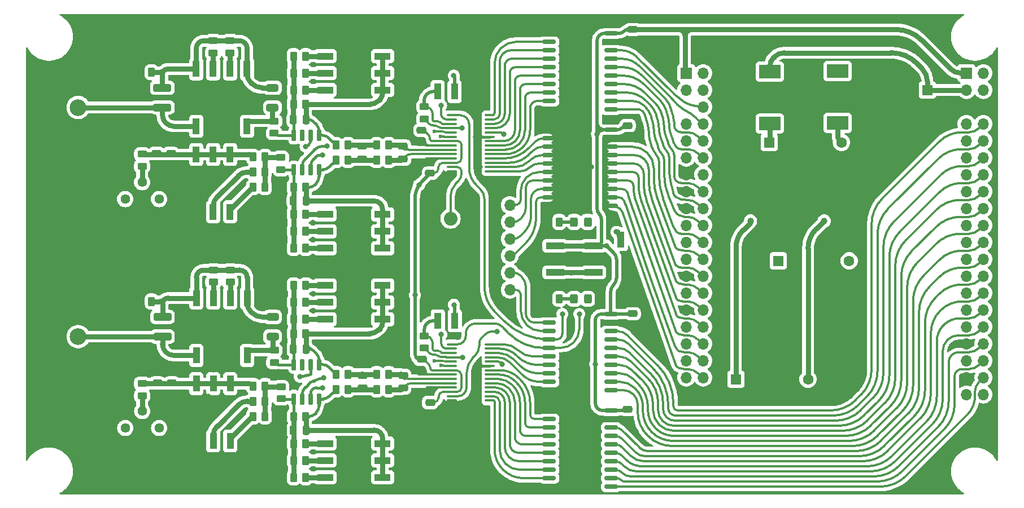
<source format=gbr>
%TF.GenerationSoftware,KiCad,Pcbnew,8.0.2*%
%TF.CreationDate,2025-02-26T14:51:05+00:00*%
%TF.ProjectId,misrc,6d697372-632e-46b6-9963-61645f706362,0.3*%
%TF.SameCoordinates,Original*%
%TF.FileFunction,Copper,L1,Top*%
%TF.FilePolarity,Positive*%
%FSLAX46Y46*%
G04 Gerber Fmt 4.6, Leading zero omitted, Abs format (unit mm)*
G04 Created by KiCad (PCBNEW 8.0.2) date 2025-02-26 14:51:05*
%MOMM*%
%LPD*%
G01*
G04 APERTURE LIST*
G04 Aperture macros list*
%AMRoundRect*
0 Rectangle with rounded corners*
0 $1 Rounding radius*
0 $2 $3 $4 $5 $6 $7 $8 $9 X,Y pos of 4 corners*
0 Add a 4 corners polygon primitive as box body*
4,1,4,$2,$3,$4,$5,$6,$7,$8,$9,$2,$3,0*
0 Add four circle primitives for the rounded corners*
1,1,$1+$1,$2,$3*
1,1,$1+$1,$4,$5*
1,1,$1+$1,$6,$7*
1,1,$1+$1,$8,$9*
0 Add four rect primitives between the rounded corners*
20,1,$1+$1,$2,$3,$4,$5,0*
20,1,$1+$1,$4,$5,$6,$7,0*
20,1,$1+$1,$6,$7,$8,$9,0*
20,1,$1+$1,$8,$9,$2,$3,0*%
G04 Aperture macros list end*
%TA.AperFunction,SMDPad,CuDef*%
%ADD10RoundRect,0.150000X-0.875000X-0.150000X0.875000X-0.150000X0.875000X0.150000X-0.875000X0.150000X0*%
%TD*%
%TA.AperFunction,SMDPad,CuDef*%
%ADD11R,2.440000X1.120000*%
%TD*%
%TA.AperFunction,ComponentPad*%
%ADD12R,1.600000X1.600000*%
%TD*%
%TA.AperFunction,ComponentPad*%
%ADD13C,1.600000*%
%TD*%
%TA.AperFunction,SMDPad,CuDef*%
%ADD14RoundRect,0.250000X-0.475000X0.250000X-0.475000X-0.250000X0.475000X-0.250000X0.475000X0.250000X0*%
%TD*%
%TA.AperFunction,SMDPad,CuDef*%
%ADD15RoundRect,0.250000X-0.262500X-0.450000X0.262500X-0.450000X0.262500X0.450000X-0.262500X0.450000X0*%
%TD*%
%TA.AperFunction,ComponentPad*%
%ADD16R,1.700000X1.700000*%
%TD*%
%TA.AperFunction,ComponentPad*%
%ADD17O,1.700000X1.700000*%
%TD*%
%TA.AperFunction,SMDPad,CuDef*%
%ADD18RoundRect,0.250000X-0.325000X-0.450000X0.325000X-0.450000X0.325000X0.450000X-0.325000X0.450000X0*%
%TD*%
%TA.AperFunction,SMDPad,CuDef*%
%ADD19RoundRect,0.250000X1.100000X-0.325000X1.100000X0.325000X-1.100000X0.325000X-1.100000X-0.325000X0*%
%TD*%
%TA.AperFunction,SMDPad,CuDef*%
%ADD20RoundRect,0.250000X-0.450000X0.262500X-0.450000X-0.262500X0.450000X-0.262500X0.450000X0.262500X0*%
%TD*%
%TA.AperFunction,SMDPad,CuDef*%
%ADD21RoundRect,0.250000X0.450000X-0.262500X0.450000X0.262500X-0.450000X0.262500X-0.450000X-0.262500X0*%
%TD*%
%TA.AperFunction,SMDPad,CuDef*%
%ADD22RoundRect,0.250000X0.262500X0.450000X-0.262500X0.450000X-0.262500X-0.450000X0.262500X-0.450000X0*%
%TD*%
%TA.AperFunction,SMDPad,CuDef*%
%ADD23RoundRect,0.100000X-0.637500X-0.100000X0.637500X-0.100000X0.637500X0.100000X-0.637500X0.100000X0*%
%TD*%
%TA.AperFunction,SMDPad,CuDef*%
%ADD24RoundRect,0.250000X-0.250000X-0.475000X0.250000X-0.475000X0.250000X0.475000X-0.250000X0.475000X0*%
%TD*%
%TA.AperFunction,ComponentPad*%
%ADD25C,2.050000*%
%TD*%
%TA.AperFunction,ComponentPad*%
%ADD26C,2.250000*%
%TD*%
%TA.AperFunction,ComponentPad*%
%ADD27C,1.440000*%
%TD*%
%TA.AperFunction,SMDPad,CuDef*%
%ADD28R,3.200000X2.000000*%
%TD*%
%TA.AperFunction,SMDPad,CuDef*%
%ADD29R,1.120000X2.440000*%
%TD*%
%TA.AperFunction,ComponentPad*%
%ADD30C,2.400000*%
%TD*%
%TA.AperFunction,ComponentPad*%
%ADD31C,2.500000*%
%TD*%
%TA.AperFunction,SMDPad,CuDef*%
%ADD32RoundRect,0.250000X0.475000X-0.250000X0.475000X0.250000X-0.475000X0.250000X-0.475000X-0.250000X0*%
%TD*%
%TA.AperFunction,SMDPad,CuDef*%
%ADD33R,2.750000X1.000000*%
%TD*%
%TA.AperFunction,SMDPad,CuDef*%
%ADD34RoundRect,0.250000X-0.650000X0.325000X-0.650000X-0.325000X0.650000X-0.325000X0.650000X0.325000X0*%
%TD*%
%TA.AperFunction,SMDPad,CuDef*%
%ADD35RoundRect,0.150000X0.150000X-0.725000X0.150000X0.725000X-0.150000X0.725000X-0.150000X-0.725000X0*%
%TD*%
%TA.AperFunction,ViaPad*%
%ADD36C,0.800000*%
%TD*%
%TA.AperFunction,ViaPad*%
%ADD37C,1.000000*%
%TD*%
%TA.AperFunction,ViaPad*%
%ADD38C,0.600000*%
%TD*%
%TA.AperFunction,Conductor*%
%ADD39C,0.750000*%
%TD*%
%TA.AperFunction,Conductor*%
%ADD40C,0.500000*%
%TD*%
%TA.AperFunction,Conductor*%
%ADD41C,0.320000*%
%TD*%
%TA.AperFunction,Conductor*%
%ADD42C,0.400000*%
%TD*%
%TA.AperFunction,Conductor*%
%ADD43C,0.250000*%
%TD*%
%TA.AperFunction,Conductor*%
%ADD44C,0.240000*%
%TD*%
G04 APERTURE END LIST*
D10*
%TO.P,U4,1,G1*%
%TO.N,N/C*%
X139210000Y-80900000D03*
%TO.P,U4,2,A0*%
X139210000Y-82170000D03*
%TO.P,U4,3,A1*%
X139210000Y-83440000D03*
%TO.P,U4,4,A2*%
X139210000Y-84710000D03*
%TO.P,U4,5,A3*%
X139210000Y-85980000D03*
%TO.P,U4,6,A4*%
X139210000Y-87250000D03*
%TO.P,U4,7,A5*%
X139210000Y-88520000D03*
%TO.P,U4,8,A6*%
X139210000Y-89790000D03*
%TO.P,U4,9,A7*%
X139210000Y-91060000D03*
%TO.P,U4,10,GND*%
X139210000Y-92330000D03*
%TO.P,U4,11,Y7*%
X148510000Y-92330000D03*
%TO.P,U4,12,Y6*%
X148510000Y-91060000D03*
%TO.P,U4,13,Y5*%
X148510000Y-89790000D03*
%TO.P,U4,14,Y4*%
X148510000Y-88520000D03*
%TO.P,U4,15,Y3*%
X148510000Y-87250000D03*
%TO.P,U4,16,Y2*%
X148510000Y-85980000D03*
%TO.P,U4,17,Y1*%
X148510000Y-84710000D03*
%TO.P,U4,18,Y0*%
X148510000Y-83440000D03*
%TO.P,U4,19,G2*%
X148510000Y-82170000D03*
%TO.P,U4,20,VCC*%
X148510000Y-80900000D03*
%TD*%
D11*
%TO.P,SW204,1*%
%TO.N,Net-(R216-Pad2)*%
X105664000Y-93599000D03*
%TO.P,SW204,2*%
%TO.N,Net-(R217-Pad2)*%
X105664000Y-96139000D03*
%TO.P,SW204,3*%
%TO.N,Net-(R218-Pad2)*%
X105664000Y-98679000D03*
%TO.P,SW204,4*%
%TO.N,Net-(C207-Pad2)*%
X114274000Y-98679000D03*
%TO.P,SW204,5*%
X114274000Y-96139000D03*
%TO.P,SW204,6*%
X114274000Y-93599000D03*
%TD*%
D12*
%TO.P,C19,1*%
%TO.N,GND*%
X181554000Y-118364000D03*
D13*
%TO.P,C19,2*%
%TO.N,-5VA*%
X178054000Y-118364000D03*
%TD*%
D14*
%TO.P,C119,1*%
%TO.N,Net-(U102-~{IN})*%
X117348000Y-119700000D03*
%TO.P,C119,2*%
%TO.N,GND*%
X117348000Y-121600000D03*
%TD*%
D15*
%TO.P,R120,1*%
%TO.N,Net-(C107-Pad2)*%
X107291500Y-119888000D03*
%TO.P,R120,2*%
%TO.N,Net-(C109-Pad1)*%
X109116500Y-119888000D03*
%TD*%
D14*
%TO.P,C108,1*%
%TO.N,GND*%
X111252000Y-115890000D03*
%TO.P,C108,2*%
%TO.N,Net-(C108-Pad2)*%
X111252000Y-117790000D03*
%TD*%
D15*
%TO.P,R211,1*%
%TO.N,Net-(U201-+)*%
X100928500Y-69850000D03*
%TO.P,R211,2*%
%TO.N,Net-(R211-Pad2)*%
X102753500Y-69850000D03*
%TD*%
D16*
%TO.P,J2,1,Pin_1*%
%TO.N,GND*%
X133350000Y-107442000D03*
D17*
%TO.P,J2,2,Pin_2*%
%TO.N,Net-(J2-Pin_2)*%
X133350000Y-104902000D03*
%TO.P,J2,3,Pin_3*%
%TO.N,Net-(J2-Pin_3)*%
X133350000Y-102362000D03*
%TO.P,J2,4,Pin_4*%
%TO.N,Net-(J2-Pin_4)*%
X133350000Y-99822000D03*
%TO.P,J2,5,Pin_5*%
%TO.N,Net-(J2-Pin_5)*%
X133350000Y-97282000D03*
%TO.P,J2,6,Pin_6*%
%TO.N,Net-(J2-Pin_6)*%
X133350000Y-94742000D03*
%TO.P,J2,7,Pin_7*%
%TO.N,Net-(J2-Pin_7)*%
X133350000Y-92202000D03*
%TO.P,J2,8,Pin_8*%
%TO.N,GND*%
X133350000Y-89662000D03*
%TD*%
D15*
%TO.P,R213,1*%
%TO.N,Net-(U201-+)*%
X100928500Y-74930000D03*
%TO.P,R213,2*%
%TO.N,Net-(R213-Pad2)*%
X102753500Y-74930000D03*
%TD*%
%TO.P,R101,1*%
%TO.N,GND*%
X77827500Y-106680000D03*
%TO.P,R101,2*%
%TO.N,Net-(C101-Pad2)*%
X79652500Y-106680000D03*
%TD*%
D11*
%TO.P,SW103,1*%
%TO.N,Net-(R111-Pad2)*%
X105677000Y-104267000D03*
%TO.P,SW103,2*%
%TO.N,Net-(R112-Pad2)*%
X105677000Y-106807000D03*
%TO.P,SW103,3*%
%TO.N,Net-(R113-Pad2)*%
X105677000Y-109347000D03*
%TO.P,SW103,4*%
%TO.N,Net-(C106-Pad2)*%
X114287000Y-109347000D03*
%TO.P,SW103,5*%
X114287000Y-106807000D03*
%TO.P,SW103,6*%
X114287000Y-104267000D03*
%TD*%
D18*
%TO.P,D2,1,K*%
%TO.N,Net-(D2-K)*%
X142984000Y-94742000D03*
%TO.P,D2,2,A*%
%TO.N,Net-(D2-A)*%
X145034000Y-94742000D03*
%TD*%
D15*
%TO.P,R116,1*%
%TO.N,Net-(U101--)*%
X100941500Y-128016000D03*
%TO.P,R116,2*%
%TO.N,Net-(R116-Pad2)*%
X102766500Y-128016000D03*
%TD*%
D16*
%TO.P,J3,1,V3P3*%
%TO.N,VDD*%
X201803000Y-72390000D03*
D17*
%TO.P,J3,2,V1P2*%
%TO.N,unconnected-(J3-V1P2-Pad2)*%
X204343000Y-72390000D03*
%TO.P,J3,3,USB3_VBUS*%
%TO.N,+5V*%
X201803000Y-74930000D03*
%TO.P,J3,4,USB3_VBUS*%
X204343000Y-74930000D03*
%TO.P,J3,6,GND*%
%TO.N,GND*%
X204343000Y-77470000D03*
%TO.P,J3,7,CTL12*%
%TO.N,unconnected-(J3-CTL12-Pad7)*%
X201803000Y-80010000D03*
%TO.P,J3,8,DQ15*%
%TO.N,Net-(J3-DQ15)*%
X204343000Y-80010000D03*
%TO.P,J3,9,CTL11*%
%TO.N,unconnected-(J3-CTL11-Pad9)*%
X201803000Y-82550000D03*
%TO.P,J3,10,DQ14*%
%TO.N,Net-(J3-DQ14)*%
X204343000Y-82550000D03*
%TO.P,J3,11,CTL10*%
%TO.N,unconnected-(J3-CTL10-Pad11)*%
X201803000Y-85090000D03*
%TO.P,J3,12,DQ13*%
%TO.N,Net-(J3-DQ13)*%
X204343000Y-85090000D03*
%TO.P,J3,13,CTL9*%
%TO.N,unconnected-(J3-CTL9-Pad13)*%
X201803000Y-87630000D03*
%TO.P,J3,14,DQ12*%
%TO.N,Net-(J3-DQ12)*%
X204343000Y-87630000D03*
%TO.P,J3,15,CTL8*%
%TO.N,unconnected-(J3-CTL8-Pad15)*%
X201803000Y-90170000D03*
%TO.P,J3,16,DQ11*%
%TO.N,Net-(J3-DQ11)*%
X204343000Y-90170000D03*
%TO.P,J3,17,CTL7*%
%TO.N,unconnected-(J3-CTL7-Pad17)*%
X201803000Y-92710000D03*
%TO.P,J3,18,DQ10*%
%TO.N,Net-(J3-DQ10)*%
X204343000Y-92710000D03*
%TO.P,J3,19,CTL6*%
%TO.N,unconnected-(J3-CTL6-Pad19)*%
X201803000Y-95250000D03*
%TO.P,J3,20,DQ9*%
%TO.N,Net-(J3-DQ9)*%
X204343000Y-95250000D03*
%TO.P,J3,21,CTL5*%
%TO.N,unconnected-(J3-CTL5-Pad21)*%
X201803000Y-97790000D03*
%TO.P,J3,22,DQ8*%
%TO.N,Net-(J3-DQ8)*%
X204343000Y-97790000D03*
%TO.P,J3,23,CTL4_SW*%
%TO.N,unconnected-(J3-CTL4_SW-Pad23)*%
X201803000Y-100330000D03*
%TO.P,J3,24,DQ7*%
%TO.N,Net-(J3-DQ7)*%
X204343000Y-100330000D03*
%TO.P,J3,25,CTL3*%
%TO.N,unconnected-(J3-CTL3-Pad25)*%
X201803000Y-102870000D03*
%TO.P,J3,26,DQ6*%
%TO.N,Net-(J3-DQ6)*%
X204343000Y-102870000D03*
%TO.P,J3,27,CTL2*%
%TO.N,unconnected-(J3-CTL2-Pad27)*%
X201803000Y-105410000D03*
%TO.P,J3,28,DQ5*%
%TO.N,Net-(J3-DQ5)*%
X204343000Y-105410000D03*
%TO.P,J3,29,CTL1*%
%TO.N,unconnected-(J3-CTL1-Pad29)*%
X201803000Y-107950000D03*
%TO.P,J3,30,DQ4*%
%TO.N,Net-(J3-DQ4)*%
X204343000Y-107950000D03*
%TO.P,J3,31,CTL0*%
%TO.N,unconnected-(J3-CTL0-Pad31)*%
X201803000Y-110490000D03*
%TO.P,J3,32,DQ3*%
%TO.N,Net-(J3-DQ3)*%
X204343000Y-110490000D03*
%TO.P,J3,33,GND*%
%TO.N,GND*%
X201803000Y-113030000D03*
%TO.P,J3,34,DQ2*%
%TO.N,Net-(J3-DQ2)*%
X204343000Y-113030000D03*
%TO.P,J3,35,PCLK*%
%TO.N,/Input_ADC_CH1/CLK*%
X201803000Y-115570000D03*
%TO.P,J3,36,DQ1*%
%TO.N,Net-(J3-DQ1)*%
X204343000Y-115570000D03*
%TO.P,J3,37,GND*%
%TO.N,GND*%
X201803000Y-118110000D03*
%TO.P,J3,38,DQ0*%
%TO.N,Net-(J3-DQ0)*%
X204343000Y-118110000D03*
%TO.P,J3,39,I2C_SDA_FX3*%
%TO.N,unconnected-(J3-I2C_SDA_FX3-Pad39)*%
X201803000Y-120650000D03*
%TO.P,J3,40,I2C_SCL_FX3*%
%TO.N,unconnected-(J3-I2C_SCL_FX3-Pad40)*%
X204343000Y-120650000D03*
%TD*%
D19*
%TO.P,C101,1*%
%TO.N,Net-(J101-Signal)*%
X81280000Y-111965000D03*
%TO.P,C101,2*%
%TO.N,Net-(C101-Pad2)*%
X81280000Y-109015000D03*
%TD*%
D20*
%TO.P,R209,1*%
%TO.N,Net-(Q201-E)*%
X98031000Y-79605500D03*
%TO.P,R209,2*%
%TO.N,Net-(U201-+)*%
X98031000Y-81430500D03*
%TD*%
D21*
%TO.P,R203,1*%
%TO.N,Net-(R203-Pad1)*%
X91427000Y-69365500D03*
%TO.P,R203,2*%
%TO.N,Net-(C201-Pad2)*%
X91427000Y-67540500D03*
%TD*%
D22*
%TO.P,R208,1*%
%TO.N,Net-(R206-Pad1)*%
X96657500Y-84963000D03*
%TO.P,R208,2*%
%TO.N,Net-(C227-Pad1)*%
X94832500Y-84963000D03*
%TD*%
%TO.P,R206,1*%
%TO.N,Net-(R206-Pad1)*%
X96657500Y-87249000D03*
%TO.P,R206,2*%
%TO.N,Net-(R206-Pad2)*%
X94832500Y-87249000D03*
%TD*%
D20*
%TO.P,R110,1*%
%TO.N,Net-(R106-Pad1)*%
X99060000Y-119483500D03*
%TO.P,R110,2*%
%TO.N,Net-(U101--)*%
X99060000Y-121308500D03*
%TD*%
D23*
%TO.P,U102,1,OTR*%
%TO.N,/OTRA*%
X124645500Y-113123000D03*
%TO.P,U102,2,MODE*%
%TO.N,Net-(U102-MODE)*%
X124645500Y-113773000D03*
%TO.P,U102,3,SENSE*%
%TO.N,Net-(U102-SENSE)*%
X124645500Y-114423000D03*
%TO.P,U102,4,VREF*%
%TO.N,Net-(U102-VREF)*%
X124645500Y-115073000D03*
%TO.P,U102,5,REFB*%
%TO.N,Net-(U102-REFB)*%
X124645500Y-115723000D03*
%TO.P,U102,6,REFT*%
%TO.N,Net-(U102-REFT)*%
X124645500Y-116373000D03*
%TO.P,U102,7,AVDD*%
%TO.N,VDDA*%
X124645500Y-117023000D03*
%TO.P,U102,8,AGND*%
%TO.N,GND*%
X124645500Y-117673000D03*
%TO.P,U102,9,IN*%
%TO.N,Net-(U102-IN)*%
X124645500Y-118323000D03*
%TO.P,U102,10,~{IN}*%
%TO.N,Net-(U102-~{IN})*%
X124645500Y-118973000D03*
%TO.P,U102,11,AGND*%
%TO.N,GND*%
X124645500Y-119623000D03*
%TO.P,U102,12,AVDD*%
%TO.N,VDDA*%
X124645500Y-120273000D03*
%TO.P,U102,13,CLK*%
%TO.N,/Input_ADC_CH1/CLK*%
X124645500Y-120923000D03*
%TO.P,U102,14,PWDN*%
%TO.N,GND*%
X124645500Y-121573000D03*
%TO.P,U102,15,Bit_0_(LSB)*%
%TO.N,/DA0*%
X130370500Y-121573000D03*
%TO.P,U102,16,Bit_1*%
%TO.N,/DA1*%
X130370500Y-120923000D03*
%TO.P,U102,17,Bit_2*%
%TO.N,/DA2*%
X130370500Y-120273000D03*
%TO.P,U102,18,Bit_3*%
%TO.N,/DA3*%
X130370500Y-119623000D03*
%TO.P,U102,19,Bit_4*%
%TO.N,/DA4*%
X130370500Y-118973000D03*
%TO.P,U102,20,Bit_5*%
%TO.N,/DA5*%
X130370500Y-118323000D03*
%TO.P,U102,21,Bit_6*%
%TO.N,/DA6*%
X130370500Y-117673000D03*
%TO.P,U102,22,Bit_7*%
%TO.N,/DA7*%
X130370500Y-117023000D03*
%TO.P,U102,23,DGND*%
%TO.N,GND*%
X130370500Y-116373000D03*
%TO.P,U102,24,DRVDD*%
%TO.N,VDD*%
X130370500Y-115723000D03*
%TO.P,U102,25,Bit_8*%
%TO.N,/DA8*%
X130370500Y-115073000D03*
%TO.P,U102,26,Bit_9*%
%TO.N,/DA9*%
X130370500Y-114423000D03*
%TO.P,U102,27,Bit_10*%
%TO.N,/DA10*%
X130370500Y-113773000D03*
%TO.P,U102,28,Bit_11_(MSB)*%
%TO.N,/DA11*%
X130370500Y-113123000D03*
%TD*%
D20*
%TO.P,R210,1*%
%TO.N,Net-(R206-Pad1)*%
X99047000Y-85066500D03*
%TO.P,R210,2*%
%TO.N,Net-(U201--)*%
X99047000Y-86891500D03*
%TD*%
D24*
%TO.P,C106,1*%
%TO.N,Net-(U101-+)*%
X100904000Y-113792000D03*
%TO.P,C106,2*%
%TO.N,Net-(C106-Pad2)*%
X102804000Y-113792000D03*
%TD*%
D10*
%TO.P,U5,1,G1*%
%TO.N,GND*%
X139241000Y-66421000D03*
%TO.P,U5,2,A0*%
%TO.N,/DB11*%
X139241000Y-67691000D03*
%TO.P,U5,3,A1*%
%TO.N,/DB10*%
X139241000Y-68961000D03*
%TO.P,U5,4,A2*%
%TO.N,/DB9*%
X139241000Y-70231000D03*
%TO.P,U5,5,A3*%
%TO.N,/DB8*%
X139241000Y-71501000D03*
%TO.P,U5,6,A4*%
%TO.N,/DB7*%
X139241000Y-72771000D03*
%TO.P,U5,7,A5*%
%TO.N,/DB6*%
X139241000Y-74041000D03*
%TO.P,U5,8,A6*%
%TO.N,/DB5*%
X139241000Y-75311000D03*
%TO.P,U5,9,A7*%
%TO.N,/DB4*%
X139241000Y-76581000D03*
%TO.P,U5,10,GND*%
%TO.N,GND*%
X139241000Y-77851000D03*
%TO.P,U5,11,Y7*%
%TO.N,Net-(J4-DQ24)*%
X148541000Y-77851000D03*
%TO.P,U5,12,Y6*%
%TO.N,Net-(J4-DQ25)*%
X148541000Y-76581000D03*
%TO.P,U5,13,Y5*%
%TO.N,Net-(J4-DQ26)*%
X148541000Y-75311000D03*
%TO.P,U5,14,Y4*%
%TO.N,Net-(J4-DQ27)*%
X148541000Y-74041000D03*
%TO.P,U5,15,Y3*%
%TO.N,Net-(J4-DQ28)*%
X148541000Y-72771000D03*
%TO.P,U5,16,Y2*%
%TO.N,Net-(J4-DQ29)*%
X148541000Y-71501000D03*
%TO.P,U5,17,Y1*%
%TO.N,Net-(J4-DQ30)*%
X148541000Y-70231000D03*
%TO.P,U5,18,Y0*%
%TO.N,Net-(J4-DQ31)*%
X148541000Y-68961000D03*
%TO.P,U5,19,G2*%
%TO.N,GND*%
X148541000Y-67691000D03*
%TO.P,U5,20,VCC*%
%TO.N,VDD*%
X148541000Y-66421000D03*
%TD*%
D14*
%TO.P,C225,1*%
%TO.N,VDDA*%
X120129000Y-80965000D03*
%TO.P,C225,2*%
%TO.N,GND*%
X120129000Y-82865000D03*
%TD*%
D24*
%TO.P,C206,1*%
%TO.N,Net-(U201-+)*%
X100891000Y-79375000D03*
%TO.P,C206,2*%
%TO.N,Net-(C206-Pad2)*%
X102791000Y-79375000D03*
%TD*%
D15*
%TO.P,R215,1*%
%TO.N,Net-(U201--)*%
X100928500Y-89535000D03*
%TO.P,R215,2*%
%TO.N,Net-(C207-Pad2)*%
X102753500Y-89535000D03*
%TD*%
D25*
%TO.P,J1,1,Pin_1*%
%TO.N,/Input_ADC_CH1/CLK*%
X124460000Y-94234000D03*
D26*
%TO.P,J1,2,Shield*%
%TO.N,GND*%
X121920000Y-91694000D03*
X121920000Y-96774000D03*
X127000000Y-91694000D03*
X127000000Y-96774000D03*
%TD*%
D11*
%TO.P,SW203,1*%
%TO.N,Net-(R211-Pad2)*%
X105677000Y-69850000D03*
%TO.P,SW203,2*%
%TO.N,Net-(R212-Pad2)*%
X105677000Y-72390000D03*
%TO.P,SW203,3*%
%TO.N,Net-(R213-Pad2)*%
X105677000Y-74930000D03*
%TO.P,SW203,4*%
%TO.N,Net-(C206-Pad2)*%
X114287000Y-74930000D03*
%TO.P,SW203,5*%
X114287000Y-72390000D03*
%TO.P,SW203,6*%
X114287000Y-69850000D03*
%TD*%
D27*
%TO.P,RV201,1,1*%
%TO.N,-5VA*%
X75692000Y-91313000D03*
%TO.P,RV201,2,2*%
%TO.N,Net-(R228-Pad2)*%
X78232000Y-88773000D03*
%TO.P,RV201,3,3*%
%TO.N,+5VA*%
X80772000Y-91313000D03*
%TD*%
D12*
%TO.P,C17,1*%
%TO.N,GND*%
X180721000Y-100584000D03*
D13*
%TO.P,C17,2*%
%TO.N,Net-(Q2-B)*%
X184221000Y-100584000D03*
%TD*%
D15*
%TO.P,R122,1*%
%TO.N,Net-(C109-Pad1)*%
X113387500Y-119888000D03*
%TO.P,R122,2*%
%TO.N,Net-(U102-~{IN})*%
X115212500Y-119888000D03*
%TD*%
D28*
%TO.P,L1,1,1*%
%TO.N,+5V*%
X172339000Y-72173000D03*
%TO.P,L1,2,2*%
%TO.N,Net-(Q1-C)*%
X172339000Y-79973000D03*
%TD*%
D12*
%TO.P,C11,1*%
%TO.N,GND*%
X186564651Y-82804000D03*
D13*
%TO.P,C11,2*%
%TO.N,Net-(Q2-C)*%
X183064651Y-82804000D03*
%TD*%
D22*
%TO.P,R108,1*%
%TO.N,Net-(R106-Pad1)*%
X96670500Y-119380000D03*
%TO.P,R108,2*%
%TO.N,Net-(C127-Pad1)*%
X94845500Y-119380000D03*
%TD*%
%TO.P,R2,1*%
%TO.N,Net-(D1-K)*%
X140739500Y-106299000D03*
%TO.P,R2,2*%
%TO.N,GND*%
X138914500Y-106299000D03*
%TD*%
%TO.P,R106,1*%
%TO.N,Net-(R106-Pad1)*%
X96670500Y-121666000D03*
%TO.P,R106,2*%
%TO.N,Net-(R106-Pad2)*%
X94845500Y-121666000D03*
%TD*%
D14*
%TO.P,C208,1*%
%TO.N,GND*%
X111239000Y-81473000D03*
%TO.P,C208,2*%
%TO.N,Net-(C208-Pad2)*%
X111239000Y-83373000D03*
%TD*%
D10*
%TO.P,U2,1,G1*%
%TO.N,GND*%
X139241000Y-123063000D03*
%TO.P,U2,2,A0*%
%TO.N,/DA7*%
X139241000Y-124333000D03*
%TO.P,U2,3,A1*%
%TO.N,/DA6*%
X139241000Y-125603000D03*
%TO.P,U2,4,A2*%
%TO.N,/DA5*%
X139241000Y-126873000D03*
%TO.P,U2,5,A3*%
%TO.N,/DA4*%
X139241000Y-128143000D03*
%TO.P,U2,6,A4*%
%TO.N,/DA3*%
X139241000Y-129413000D03*
%TO.P,U2,7,A5*%
%TO.N,/DA2*%
X139241000Y-130683000D03*
%TO.P,U2,8,A6*%
%TO.N,/DA1*%
X139241000Y-131953000D03*
%TO.P,U2,9,A7*%
%TO.N,/DA0*%
X139241000Y-133223000D03*
%TO.P,U2,10,GND*%
%TO.N,GND*%
X139241000Y-134493000D03*
%TO.P,U2,11,Y7*%
%TO.N,Net-(J3-DQ0)*%
X148541000Y-134493000D03*
%TO.P,U2,12,Y6*%
%TO.N,Net-(J3-DQ1)*%
X148541000Y-133223000D03*
%TO.P,U2,13,Y5*%
%TO.N,Net-(J3-DQ2)*%
X148541000Y-131953000D03*
%TO.P,U2,14,Y4*%
%TO.N,Net-(J3-DQ3)*%
X148541000Y-130683000D03*
%TO.P,U2,15,Y3*%
%TO.N,Net-(J3-DQ4)*%
X148541000Y-129413000D03*
%TO.P,U2,16,Y2*%
%TO.N,Net-(J3-DQ5)*%
X148541000Y-128143000D03*
%TO.P,U2,17,Y1*%
%TO.N,Net-(J3-DQ6)*%
X148541000Y-126873000D03*
%TO.P,U2,18,Y0*%
%TO.N,Net-(J3-DQ7)*%
X148541000Y-125603000D03*
%TO.P,U2,19,G2*%
%TO.N,GND*%
X148541000Y-124333000D03*
%TO.P,U2,20,VCC*%
%TO.N,VDD*%
X148541000Y-123063000D03*
%TD*%
D15*
%TO.P,R216,1*%
%TO.N,Net-(U201--)*%
X100928500Y-93599000D03*
%TO.P,R216,2*%
%TO.N,Net-(R216-Pad2)*%
X102753500Y-93599000D03*
%TD*%
D29*
%TO.P,SW201,1*%
%TO.N,Net-(J201-Signal)*%
X86347000Y-80378000D03*
%TO.P,SW201,2*%
%TO.N,GND*%
X88887000Y-80378000D03*
%TO.P,SW201,3*%
X91427000Y-80378000D03*
%TO.P,SW201,4*%
%TO.N,Net-(Q201-E)*%
X93967000Y-80378000D03*
%TO.P,SW201,5*%
%TO.N,Net-(C201-Pad2)*%
X93967000Y-71768000D03*
%TO.P,SW201,6*%
%TO.N,Net-(R203-Pad1)*%
X91427000Y-71768000D03*
%TO.P,SW201,7*%
%TO.N,Net-(R202-Pad1)*%
X88887000Y-71768000D03*
%TO.P,SW201,8*%
%TO.N,Net-(C201-Pad2)*%
X86347000Y-71768000D03*
%TD*%
D21*
%TO.P,R223,1*%
%TO.N,Net-(U202-VREF)*%
X120510000Y-79271500D03*
%TO.P,R223,2*%
%TO.N,Net-(U202-SENSE)*%
X120510000Y-77446500D03*
%TD*%
D18*
%TO.P,D1,1,K*%
%TO.N,Net-(D1-K)*%
X142984000Y-106299000D03*
%TO.P,D1,2,A*%
%TO.N,Net-(D1-A)*%
X145034000Y-106299000D03*
%TD*%
D28*
%TO.P,L2,1,1*%
%TO.N,Net-(U6-VOUT)*%
X182499000Y-72083000D03*
%TO.P,L2,2,2*%
%TO.N,Net-(Q2-C)*%
X182499000Y-79883000D03*
%TD*%
D21*
%TO.P,R102,1*%
%TO.N,Net-(R102-Pad1)*%
X88900000Y-103782500D03*
%TO.P,R102,2*%
%TO.N,Net-(C101-Pad2)*%
X88900000Y-101957500D03*
%TD*%
D30*
%TO.P,J202,5*%
%TO.N,GND*%
X71850000Y-80840000D03*
%TO.P,J202,4*%
X65240000Y-80950000D03*
%TO.P,J202,3*%
X71800000Y-74260000D03*
%TO.P,J202,2*%
X65200000Y-74270000D03*
D31*
%TO.P,J202,1*%
%TO.N,Net-(J101-Signal)*%
X68640000Y-77550000D03*
%TD*%
D19*
%TO.P,C201,1*%
%TO.N,Net-(J201-Signal)*%
X81267000Y-77548000D03*
%TO.P,C201,2*%
%TO.N,Net-(C201-Pad2)*%
X81267000Y-74598000D03*
%TD*%
D15*
%TO.P,R115,1*%
%TO.N,Net-(U101--)*%
X100941500Y-123952000D03*
%TO.P,R115,2*%
%TO.N,Net-(C107-Pad2)*%
X102766500Y-123952000D03*
%TD*%
%TO.P,R111,1*%
%TO.N,Net-(U101-+)*%
X100941500Y-104267000D03*
%TO.P,R111,2*%
%TO.N,Net-(R111-Pad2)*%
X102766500Y-104267000D03*
%TD*%
D29*
%TO.P,SW105,1*%
%TO.N,GND*%
X125095000Y-100978000D03*
%TO.P,SW105,2*%
X122555000Y-100978000D03*
%TO.P,SW105,3*%
%TO.N,Net-(U102-SENSE)*%
X122555000Y-109588000D03*
%TO.P,SW105,4*%
%TO.N,Net-(R125-Pad1)*%
X125095000Y-109588000D03*
%TD*%
D32*
%TO.P,C224,1*%
%TO.N,VDDA*%
X121399000Y-87437000D03*
%TO.P,C224,2*%
%TO.N,GND*%
X121399000Y-85537000D03*
%TD*%
D15*
%TO.P,R220,1*%
%TO.N,Net-(C207-Pad2)*%
X107278500Y-85471000D03*
%TO.P,R220,2*%
%TO.N,Net-(C209-Pad1)*%
X109103500Y-85471000D03*
%TD*%
D14*
%TO.P,C109,1*%
%TO.N,Net-(C109-Pad1)*%
X111252000Y-119700000D03*
%TO.P,C109,2*%
%TO.N,GND*%
X111252000Y-121600000D03*
%TD*%
%TO.P,C125,1*%
%TO.N,VDDA*%
X120142000Y-115382000D03*
%TO.P,C125,2*%
%TO.N,GND*%
X120142000Y-117282000D03*
%TD*%
%TO.P,C209,1*%
%TO.N,Net-(C209-Pad1)*%
X111239000Y-85283000D03*
%TO.P,C209,2*%
%TO.N,GND*%
X111239000Y-87183000D03*
%TD*%
D15*
%TO.P,R212,1*%
%TO.N,Net-(U201-+)*%
X100928500Y-72390000D03*
%TO.P,R212,2*%
%TO.N,Net-(R212-Pad2)*%
X102753500Y-72390000D03*
%TD*%
%TO.P,R113,1*%
%TO.N,Net-(U101-+)*%
X100941500Y-109347000D03*
%TO.P,R113,2*%
%TO.N,Net-(R113-Pad2)*%
X102766500Y-109347000D03*
%TD*%
D22*
%TO.P,R207,1*%
%TO.N,Net-(R206-Pad1)*%
X96657500Y-89535000D03*
%TO.P,R207,2*%
%TO.N,Net-(R207-Pad2)*%
X94832500Y-89535000D03*
%TD*%
D15*
%TO.P,R222,1*%
%TO.N,Net-(C209-Pad1)*%
X113374500Y-85471000D03*
%TO.P,R222,2*%
%TO.N,Net-(U202-~{IN})*%
X115199500Y-85471000D03*
%TD*%
D12*
%TO.P,C10,1*%
%TO.N,Net-(Q1-C)*%
X172240000Y-82801000D03*
D13*
%TO.P,C10,2*%
%TO.N,GND*%
X175740000Y-82801000D03*
%TD*%
D10*
%TO.P,U3,1,G1*%
%TO.N,GND*%
X139241000Y-108585000D03*
%TO.P,U3,2,A0*%
%TO.N,Net-(J2-Pin_3)*%
X139241000Y-109855000D03*
%TO.P,U3,3,A1*%
%TO.N,Net-(J2-Pin_2)*%
X139241000Y-111125000D03*
%TO.P,U3,4,A2*%
%TO.N,/OTRB*%
X139241000Y-112395000D03*
%TO.P,U3,5,A3*%
%TO.N,/OTRA*%
X139241000Y-113665000D03*
%TO.P,U3,6,A4*%
%TO.N,/DA11*%
X139241000Y-114935000D03*
%TO.P,U3,7,A5*%
%TO.N,/DA10*%
X139241000Y-116205000D03*
%TO.P,U3,8,A6*%
%TO.N,/DA9*%
X139241000Y-117475000D03*
%TO.P,U3,9,A7*%
%TO.N,/DA8*%
X139241000Y-118745000D03*
%TO.P,U3,10,GND*%
%TO.N,GND*%
X139241000Y-120015000D03*
%TO.P,U3,11,Y7*%
%TO.N,Net-(J3-DQ8)*%
X148541000Y-120015000D03*
%TO.P,U3,12,Y6*%
%TO.N,Net-(J3-DQ9)*%
X148541000Y-118745000D03*
%TO.P,U3,13,Y5*%
%TO.N,Net-(J3-DQ10)*%
X148541000Y-117475000D03*
%TO.P,U3,14,Y4*%
%TO.N,Net-(J3-DQ11)*%
X148541000Y-116205000D03*
%TO.P,U3,15,Y3*%
%TO.N,Net-(J3-DQ12)*%
X148541000Y-114935000D03*
%TO.P,U3,16,Y2*%
%TO.N,Net-(J3-DQ13)*%
X148541000Y-113665000D03*
%TO.P,U3,17,Y1*%
%TO.N,Net-(J3-DQ14)*%
X148541000Y-112395000D03*
%TO.P,U3,18,Y0*%
%TO.N,Net-(J3-DQ15)*%
X148541000Y-111125000D03*
%TO.P,U3,19,G2*%
%TO.N,GND*%
X148541000Y-109855000D03*
%TO.P,U3,20,VCC*%
%TO.N,VDD*%
X148541000Y-108585000D03*
%TD*%
D32*
%TO.P,C128,1*%
%TO.N,Net-(C127-Pad1)*%
X82677000Y-118933000D03*
%TO.P,C128,2*%
%TO.N,GND*%
X82677000Y-117033000D03*
%TD*%
D24*
%TO.P,C107,1*%
%TO.N,Net-(U101--)*%
X100904000Y-125984000D03*
%TO.P,C107,2*%
%TO.N,Net-(C107-Pad2)*%
X102804000Y-125984000D03*
%TD*%
D22*
%TO.P,R107,1*%
%TO.N,Net-(R106-Pad1)*%
X96670500Y-123952000D03*
%TO.P,R107,2*%
%TO.N,Net-(R107-Pad2)*%
X94845500Y-123952000D03*
%TD*%
D15*
%TO.P,R218,1*%
%TO.N,Net-(U201--)*%
X100928500Y-98679000D03*
%TO.P,R218,2*%
%TO.N,Net-(R218-Pad2)*%
X102753500Y-98679000D03*
%TD*%
%TO.P,R119,1*%
%TO.N,Net-(C106-Pad2)*%
X107291500Y-117602000D03*
%TO.P,R119,2*%
%TO.N,Net-(C108-Pad2)*%
X109116500Y-117602000D03*
%TD*%
D12*
%TO.P,C6,1*%
%TO.N,+5V*%
X195962651Y-74930000D03*
D13*
%TO.P,C6,2*%
%TO.N,GND*%
X192462651Y-74930000D03*
%TD*%
D12*
%TO.P,C18,1*%
%TO.N,+5VA*%
X167259000Y-118364000D03*
D13*
%TO.P,C18,2*%
%TO.N,GND*%
X170759000Y-118364000D03*
%TD*%
D15*
%TO.P,R219,1*%
%TO.N,Net-(C206-Pad2)*%
X107278500Y-83185000D03*
%TO.P,R219,2*%
%TO.N,Net-(C208-Pad2)*%
X109103500Y-83185000D03*
%TD*%
D29*
%TO.P,SW2,1*%
%TO.N,GND*%
X149987000Y-106019000D03*
%TO.P,SW2,2*%
%TO.N,Net-(X1-EN)*%
X149987000Y-97409000D03*
%TD*%
D33*
%TO.P,SW1,1,1*%
%TO.N,Net-(U1A-R)*%
X145882000Y-102330000D03*
X140122000Y-102330000D03*
%TO.P,SW1,2,2*%
%TO.N,VDD*%
X145882000Y-98330000D03*
X140122000Y-98330000D03*
%TD*%
D14*
%TO.P,C2,1*%
%TO.N,VDD*%
X151003000Y-80269000D03*
%TO.P,C2,2*%
%TO.N,GND*%
X151003000Y-82169000D03*
%TD*%
D34*
%TO.P,C105,1*%
%TO.N,Net-(C101-Pad2)*%
X97790000Y-109015000D03*
%TO.P,C105,2*%
%TO.N,Net-(Q101-E)*%
X97790000Y-111965000D03*
%TD*%
D32*
%TO.P,C228,1*%
%TO.N,Net-(C227-Pad1)*%
X82550000Y-84450000D03*
%TO.P,C228,2*%
%TO.N,GND*%
X82550000Y-82550000D03*
%TD*%
D15*
%TO.P,R201,1*%
%TO.N,GND*%
X77814500Y-72263000D03*
%TO.P,R201,2*%
%TO.N,Net-(C201-Pad2)*%
X79639500Y-72263000D03*
%TD*%
D31*
%TO.P,J201,1*%
%TO.N,Net-(J101-Signal)*%
X68645000Y-111960000D03*
D30*
%TO.P,J201,2*%
%TO.N,GND*%
X65205000Y-108680000D03*
%TO.P,J201,3*%
X71805000Y-108670000D03*
%TO.P,J201,4*%
X65245000Y-115360000D03*
%TO.P,J201,5*%
X71855000Y-115250000D03*
%TD*%
D15*
%TO.P,R217,1*%
%TO.N,Net-(U201--)*%
X100928500Y-96139000D03*
%TO.P,R217,2*%
%TO.N,Net-(R217-Pad2)*%
X102753500Y-96139000D03*
%TD*%
D14*
%TO.P,C118,1*%
%TO.N,GND*%
X117348000Y-115890000D03*
%TO.P,C118,2*%
%TO.N,Net-(U102-IN)*%
X117348000Y-117790000D03*
%TD*%
%TO.P,C4,1*%
%TO.N,VDD*%
X151003000Y-122875000D03*
%TO.P,C4,2*%
%TO.N,GND*%
X151003000Y-124775000D03*
%TD*%
D15*
%TO.P,R118,1*%
%TO.N,Net-(U101--)*%
X100941500Y-133096000D03*
%TO.P,R118,2*%
%TO.N,Net-(R118-Pad2)*%
X102766500Y-133096000D03*
%TD*%
%TO.P,R221,1*%
%TO.N,Net-(C208-Pad2)*%
X113374500Y-83185000D03*
%TO.P,R221,2*%
%TO.N,Net-(U202-IN)*%
X115199500Y-83185000D03*
%TD*%
D12*
%TO.P,C16,1*%
%TO.N,Net-(Q1-B)*%
X173609000Y-100584000D03*
D13*
%TO.P,C16,2*%
%TO.N,GND*%
X170109000Y-100584000D03*
%TD*%
D20*
%TO.P,R228,1*%
%TO.N,Net-(C227-Pad1)*%
X78232000Y-84558500D03*
%TO.P,R228,2*%
%TO.N,Net-(R228-Pad2)*%
X78232000Y-86383500D03*
%TD*%
D29*
%TO.P,SW101,1*%
%TO.N,Net-(J101-Signal)*%
X86360000Y-114795000D03*
%TO.P,SW101,2*%
%TO.N,GND*%
X88900000Y-114795000D03*
%TO.P,SW101,3*%
X91440000Y-114795000D03*
%TO.P,SW101,4*%
%TO.N,Net-(Q101-E)*%
X93980000Y-114795000D03*
%TO.P,SW101,5*%
%TO.N,Net-(C101-Pad2)*%
X93980000Y-106185000D03*
%TO.P,SW101,6*%
%TO.N,Net-(R103-Pad1)*%
X91440000Y-106185000D03*
%TO.P,SW101,7*%
%TO.N,Net-(R102-Pad1)*%
X88900000Y-106185000D03*
%TO.P,SW101,8*%
%TO.N,Net-(C101-Pad2)*%
X86360000Y-106185000D03*
%TD*%
D20*
%TO.P,R109,1*%
%TO.N,Net-(Q101-E)*%
X98044000Y-114022500D03*
%TO.P,R109,2*%
%TO.N,Net-(U101-+)*%
X98044000Y-115847500D03*
%TD*%
D32*
%TO.P,C227,1*%
%TO.N,Net-(C227-Pad1)*%
X80391000Y-84450000D03*
%TO.P,C227,2*%
%TO.N,GND*%
X80391000Y-82550000D03*
%TD*%
D29*
%TO.P,SW202,1*%
%TO.N,Net-(C227-Pad1)*%
X91427000Y-84608000D03*
%TO.P,SW202,2*%
X88887000Y-84608000D03*
%TO.P,SW202,3*%
X86347000Y-84608000D03*
%TO.P,SW202,4*%
%TO.N,GND*%
X86347000Y-93218000D03*
%TO.P,SW202,5*%
%TO.N,Net-(R206-Pad2)*%
X88887000Y-93218000D03*
%TO.P,SW202,6*%
%TO.N,Net-(R207-Pad2)*%
X91427000Y-93218000D03*
%TD*%
D15*
%TO.P,R112,1*%
%TO.N,Net-(U101-+)*%
X100941500Y-106807000D03*
%TO.P,R112,2*%
%TO.N,Net-(R112-Pad2)*%
X102766500Y-106807000D03*
%TD*%
D21*
%TO.P,R103,1*%
%TO.N,Net-(R103-Pad1)*%
X91440000Y-103782500D03*
%TO.P,R103,2*%
%TO.N,Net-(C101-Pad2)*%
X91440000Y-101957500D03*
%TD*%
D35*
%TO.P,U201,1,-*%
%TO.N,Net-(U201--)*%
X100965000Y-86903000D03*
%TO.P,U201,2,VCM*%
%TO.N,Net-(U201-VCM)*%
X102235000Y-86903000D03*
%TO.P,U201,3,V+*%
%TO.N,+5VA*%
X103505000Y-86903000D03*
%TO.P,U201,4*%
%TO.N,Net-(C207-Pad2)*%
X104775000Y-86903000D03*
%TO.P,U201,5*%
%TO.N,Net-(C206-Pad2)*%
X104775000Y-81753000D03*
%TO.P,U201,6,V-*%
%TO.N,-5VA*%
X103505000Y-81753000D03*
%TO.P,U201,7,NC*%
%TO.N,unconnected-(U201-NC-Pad7)*%
X102235000Y-81753000D03*
%TO.P,U201,8,+*%
%TO.N,Net-(U201-+)*%
X100965000Y-81753000D03*
%TD*%
D14*
%TO.P,C219,1*%
%TO.N,Net-(U202-~{IN})*%
X117335000Y-85283000D03*
%TO.P,C219,2*%
%TO.N,GND*%
X117335000Y-87183000D03*
%TD*%
D23*
%TO.P,U202,1,OTR*%
%TO.N,/OTRB*%
X124632500Y-78706000D03*
%TO.P,U202,2,MODE*%
%TO.N,Net-(U202-MODE)*%
X124632500Y-79356000D03*
%TO.P,U202,3,SENSE*%
%TO.N,Net-(U202-SENSE)*%
X124632500Y-80006000D03*
%TO.P,U202,4,VREF*%
%TO.N,Net-(U202-VREF)*%
X124632500Y-80656000D03*
%TO.P,U202,5,REFB*%
%TO.N,Net-(U202-REFB)*%
X124632500Y-81306000D03*
%TO.P,U202,6,REFT*%
%TO.N,Net-(U202-REFT)*%
X124632500Y-81956000D03*
%TO.P,U202,7,AVDD*%
%TO.N,VDDA*%
X124632500Y-82606000D03*
%TO.P,U202,8,AGND*%
%TO.N,GND*%
X124632500Y-83256000D03*
%TO.P,U202,9,IN*%
%TO.N,Net-(U202-IN)*%
X124632500Y-83906000D03*
%TO.P,U202,10,~{IN}*%
%TO.N,Net-(U202-~{IN})*%
X124632500Y-84556000D03*
%TO.P,U202,11,AGND*%
%TO.N,GND*%
X124632500Y-85206000D03*
%TO.P,U202,12,AVDD*%
%TO.N,VDDA*%
X124632500Y-85856000D03*
%TO.P,U202,13,CLK*%
%TO.N,/Input_ADC_CH1/CLK*%
X124632500Y-86506000D03*
%TO.P,U202,14,PWDN*%
%TO.N,GND*%
X124632500Y-87156000D03*
%TO.P,U202,15,Bit_0_(LSB)*%
%TO.N,/DB0*%
X130357500Y-87156000D03*
%TO.P,U202,16,Bit_1*%
%TO.N,/DB1*%
X130357500Y-86506000D03*
%TO.P,U202,17,Bit_2*%
%TO.N,/DB2*%
X130357500Y-85856000D03*
%TO.P,U202,18,Bit_3*%
%TO.N,/DB3*%
X130357500Y-85206000D03*
%TO.P,U202,19,Bit_4*%
%TO.N,/DB4*%
X130357500Y-84556000D03*
%TO.P,U202,20,Bit_5*%
%TO.N,/DB5*%
X130357500Y-83906000D03*
%TO.P,U202,21,Bit_6*%
%TO.N,/DB6*%
X130357500Y-83256000D03*
%TO.P,U202,22,Bit_7*%
%TO.N,/DB7*%
X130357500Y-82606000D03*
%TO.P,U202,23,DGND*%
%TO.N,GND*%
X130357500Y-81956000D03*
%TO.P,U202,24,DRVDD*%
%TO.N,VDD*%
X130357500Y-81306000D03*
%TO.P,U202,25,Bit_8*%
%TO.N,/DB8*%
X130357500Y-80656000D03*
%TO.P,U202,26,Bit_9*%
%TO.N,/DB9*%
X130357500Y-80006000D03*
%TO.P,U202,27,Bit_10*%
%TO.N,/DB10*%
X130357500Y-79356000D03*
%TO.P,U202,28,Bit_11_(MSB)*%
%TO.N,/DB11*%
X130357500Y-78706000D03*
%TD*%
D21*
%TO.P,R202,1*%
%TO.N,Net-(R202-Pad1)*%
X88887000Y-69365500D03*
%TO.P,R202,2*%
%TO.N,Net-(C201-Pad2)*%
X88887000Y-67540500D03*
%TD*%
D15*
%TO.P,R121,1*%
%TO.N,Net-(C108-Pad2)*%
X113387500Y-117602000D03*
%TO.P,R121,2*%
%TO.N,Net-(U102-IN)*%
X115212500Y-117602000D03*
%TD*%
%TO.P,R214,1*%
%TO.N,Net-(U201-+)*%
X100928500Y-77089000D03*
%TO.P,R214,2*%
%TO.N,Net-(C206-Pad2)*%
X102753500Y-77089000D03*
%TD*%
D29*
%TO.P,SW205,1*%
%TO.N,GND*%
X125082000Y-66561000D03*
%TO.P,SW205,2*%
X122542000Y-66561000D03*
%TO.P,SW205,3*%
%TO.N,Net-(U202-SENSE)*%
X122542000Y-75171000D03*
%TO.P,SW205,4*%
%TO.N,Net-(R225-Pad1)*%
X125082000Y-75171000D03*
%TD*%
D14*
%TO.P,C3,1*%
%TO.N,VDD*%
X151765000Y-108524000D03*
%TO.P,C3,2*%
%TO.N,GND*%
X151765000Y-110424000D03*
%TD*%
D35*
%TO.P,U101,1,-*%
%TO.N,Net-(U101--)*%
X100965000Y-121320000D03*
%TO.P,U101,2,VCM*%
%TO.N,Net-(U101-VCM)*%
X102235000Y-121320000D03*
%TO.P,U101,3,V+*%
%TO.N,+5VA*%
X103505000Y-121320000D03*
%TO.P,U101,4*%
%TO.N,Net-(C107-Pad2)*%
X104775000Y-121320000D03*
%TO.P,U101,5*%
%TO.N,Net-(C106-Pad2)*%
X104775000Y-116170000D03*
%TO.P,U101,6,V-*%
%TO.N,-5VA*%
X103505000Y-116170000D03*
%TO.P,U101,7,NC*%
%TO.N,unconnected-(U101-NC-Pad7)*%
X102235000Y-116170000D03*
%TO.P,U101,8,+*%
%TO.N,Net-(U101-+)*%
X100965000Y-116170000D03*
%TD*%
D27*
%TO.P,RV101,1,1*%
%TO.N,-5VA*%
X75707000Y-125685000D03*
%TO.P,RV101,2,2*%
%TO.N,Net-(R127-Pad2)*%
X78247000Y-123145000D03*
%TO.P,RV101,3,3*%
%TO.N,+5VA*%
X80787000Y-125685000D03*
%TD*%
D29*
%TO.P,SW102,1*%
%TO.N,Net-(C127-Pad1)*%
X91440000Y-119025000D03*
%TO.P,SW102,2*%
X88900000Y-119025000D03*
%TO.P,SW102,3*%
X86360000Y-119025000D03*
%TO.P,SW102,4*%
%TO.N,GND*%
X86360000Y-127635000D03*
%TO.P,SW102,5*%
%TO.N,Net-(R106-Pad2)*%
X88900000Y-127635000D03*
%TO.P,SW102,6*%
%TO.N,Net-(R107-Pad2)*%
X91440000Y-127635000D03*
%TD*%
D22*
%TO.P,R3,1*%
%TO.N,Net-(D2-K)*%
X140739500Y-94742000D03*
%TO.P,R3,2*%
%TO.N,GND*%
X138914500Y-94742000D03*
%TD*%
D20*
%TO.P,R127,1*%
%TO.N,Net-(C127-Pad1)*%
X78232000Y-118999000D03*
%TO.P,R127,2*%
%TO.N,Net-(R127-Pad2)*%
X78232000Y-120824000D03*
%TD*%
D15*
%TO.P,R117,1*%
%TO.N,Net-(U101--)*%
X100941500Y-130556000D03*
%TO.P,R117,2*%
%TO.N,Net-(R117-Pad2)*%
X102766500Y-130556000D03*
%TD*%
D21*
%TO.P,R123,1*%
%TO.N,Net-(U102-VREF)*%
X120523000Y-113688500D03*
%TO.P,R123,2*%
%TO.N,Net-(U102-SENSE)*%
X120523000Y-111863500D03*
%TD*%
D32*
%TO.P,C124,1*%
%TO.N,VDDA*%
X121412000Y-121854000D03*
%TO.P,C124,2*%
%TO.N,GND*%
X121412000Y-119954000D03*
%TD*%
D16*
%TO.P,J4,1,V3P3*%
%TO.N,VDD*%
X159800000Y-72390000D03*
D17*
%TO.P,J4,2,V1P2*%
%TO.N,unconnected-(J4-V1P2-Pad2)*%
X162340000Y-72390000D03*
%TO.P,J4,3,INT_N_CTL15*%
%TO.N,unconnected-(J4-INT_N_CTL15-Pad3)*%
X159800000Y-74930000D03*
%TO.P,J4,4,VIO*%
%TO.N,unconnected-(J4-VIO-Pad4)*%
X162340000Y-74930000D03*
%TO.P,J4,6,DQ31*%
%TO.N,Net-(J4-DQ31)*%
X162340000Y-77470000D03*
%TO.P,J4,7,PMODE_2*%
%TO.N,unconnected-(J4-PMODE_2-Pad7)*%
X159800000Y-80010000D03*
%TO.P,J4,8,DQ30*%
%TO.N,Net-(J4-DQ30)*%
X162340000Y-80010000D03*
%TO.P,J4,9,PMODE_1*%
%TO.N,unconnected-(J4-PMODE_1-Pad9)*%
X159800000Y-82550000D03*
%TO.P,J4,10,DQ29*%
%TO.N,Net-(J4-DQ29)*%
X162340000Y-82550000D03*
%TO.P,J4,11,PMODE_0*%
%TO.N,unconnected-(J4-PMODE_0-Pad11)*%
X159800000Y-85090000D03*
%TO.P,J4,12,DQ28*%
%TO.N,Net-(J4-DQ28)*%
X162340000Y-85090000D03*
%TO.P,J4,13,GND*%
%TO.N,GND*%
X159800000Y-87630000D03*
%TO.P,J4,14,GPIO45*%
%TO.N,unconnected-(J4-GPIO45-Pad14)*%
X162340000Y-87630000D03*
%TO.P,J4,15,GND*%
%TO.N,GND*%
X159800000Y-90170000D03*
%TO.P,J4,16,DQ27*%
%TO.N,Net-(J4-DQ27)*%
X162340000Y-90170000D03*
%TO.P,J4,17,GND*%
%TO.N,GND*%
X159800000Y-92710000D03*
%TO.P,J4,18,DQ26*%
%TO.N,Net-(J4-DQ26)*%
X162340000Y-92710000D03*
%TO.P,J4,19,SPI-MOSI_UART-RX*%
%TO.N,unconnected-(J4-SPI-MOSI_UART-RX-Pad19)*%
X159800000Y-95250000D03*
%TO.P,J4,20,DQ25*%
%TO.N,Net-(J4-DQ25)*%
X162340000Y-95250000D03*
%TO.P,J4,21,SPI-MISO_UART_TX*%
%TO.N,unconnected-(J4-SPI-MISO_UART_TX-Pad21)*%
X159800000Y-97790000D03*
%TO.P,J4,22,DQ24*%
%TO.N,Net-(J4-DQ24)*%
X162340000Y-97790000D03*
%TO.P,J4,23,SPI-SSN_UART-CTS*%
%TO.N,unconnected-(J4-SPI-SSN_UART-CTS-Pad23)*%
X159800000Y-100330000D03*
%TO.P,J4,24,DQ23*%
%TO.N,Net-(J4-DQ23)*%
X162340000Y-100330000D03*
%TO.P,J4,25,GND*%
%TO.N,GND*%
X159800000Y-102870000D03*
%TO.P,J4,26,DQ22*%
%TO.N,Net-(J4-DQ22)*%
X162340000Y-102870000D03*
%TO.P,J4,27,SPI-SCK_UART-RTS*%
%TO.N,unconnected-(J4-SPI-SCK_UART-RTS-Pad27)*%
X159800000Y-105410000D03*
%TO.P,J4,28,DQ21*%
%TO.N,Net-(J4-DQ21)*%
X162340000Y-105410000D03*
%TO.P,J4,29,GND*%
%TO.N,GND*%
X159800000Y-107950000D03*
%TO.P,J4,30,DQ20*%
%TO.N,Net-(J4-DQ20)*%
X162340000Y-107950000D03*
%TO.P,J4,31,I2S_WS*%
%TO.N,unconnected-(J4-I2S_WS-Pad31)*%
X159800000Y-110490000D03*
%TO.P,J4,32,DQ19*%
%TO.N,Net-(J4-DQ19)*%
X162340000Y-110490000D03*
%TO.P,J4,33,I2S_SD*%
%TO.N,unconnected-(J4-I2S_SD-Pad33)*%
X159800000Y-113030000D03*
%TO.P,J4,34,DQ18*%
%TO.N,Net-(J4-DQ18)*%
X162340000Y-113030000D03*
%TO.P,J4,35,GPIO57_I2S-MCLK_VIO3_SW*%
%TO.N,unconnected-(J4-GPIO57_I2S-MCLK_VIO3_SW-Pad35)*%
X159800000Y-115570000D03*
%TO.P,J4,36,DQ17*%
%TO.N,Net-(J4-DQ17)*%
X162340000Y-115570000D03*
%TO.P,J4,37,I2S_CLK*%
%TO.N,unconnected-(J4-I2S_CLK-Pad37)*%
X159800000Y-118110000D03*
%TO.P,J4,38,DQ16*%
%TO.N,Net-(J4-DQ16)*%
X162340000Y-118110000D03*
%TO.P,J4,39,GND*%
%TO.N,GND*%
X159800000Y-120650000D03*
%TO.P,J4,40,GND*%
X162340000Y-120650000D03*
%TD*%
D32*
%TO.P,C127,1*%
%TO.N,Net-(C127-Pad1)*%
X80518000Y-118933000D03*
%TO.P,C127,2*%
%TO.N,GND*%
X80518000Y-117033000D03*
%TD*%
D11*
%TO.P,SW104,1*%
%TO.N,Net-(R116-Pad2)*%
X105677000Y-128016000D03*
%TO.P,SW104,2*%
%TO.N,Net-(R117-Pad2)*%
X105677000Y-130556000D03*
%TO.P,SW104,3*%
%TO.N,Net-(R118-Pad2)*%
X105677000Y-133096000D03*
%TO.P,SW104,4*%
%TO.N,Net-(C107-Pad2)*%
X114287000Y-133096000D03*
%TO.P,SW104,5*%
X114287000Y-130556000D03*
%TO.P,SW104,6*%
X114287000Y-128016000D03*
%TD*%
D14*
%TO.P,C1,1*%
%TO.N,VDD*%
X151765000Y-65852000D03*
%TO.P,C1,2*%
%TO.N,GND*%
X151765000Y-67752000D03*
%TD*%
D24*
%TO.P,C207,1*%
%TO.N,Net-(U201--)*%
X100891000Y-91567000D03*
%TO.P,C207,2*%
%TO.N,Net-(C207-Pad2)*%
X102791000Y-91567000D03*
%TD*%
D34*
%TO.P,C205,1*%
%TO.N,Net-(C201-Pad2)*%
X97777000Y-74598000D03*
%TO.P,C205,2*%
%TO.N,Net-(Q201-E)*%
X97777000Y-77548000D03*
%TD*%
D14*
%TO.P,C218,1*%
%TO.N,GND*%
X117335000Y-81473000D03*
%TO.P,C218,2*%
%TO.N,Net-(U202-IN)*%
X117335000Y-83373000D03*
%TD*%
D15*
%TO.P,R114,1*%
%TO.N,Net-(U101-+)*%
X100941500Y-111506000D03*
%TO.P,R114,2*%
%TO.N,Net-(C106-Pad2)*%
X102766500Y-111506000D03*
%TD*%
D36*
%TO.N,VDD*%
X146431000Y-81534000D03*
X132461000Y-81534000D03*
X132207000Y-116078000D03*
X147828000Y-98298000D03*
X146177000Y-116078000D03*
%TO.N,GND*%
X173990000Y-107696000D03*
X99060000Y-99822000D03*
X82931000Y-96393000D03*
X135128000Y-100965000D03*
X124079000Y-132461000D03*
X186055000Y-70866000D03*
X108458000Y-68453000D03*
X125222000Y-129413000D03*
X145130000Y-90310000D03*
X185039000Y-91059000D03*
X70358000Y-96266000D03*
X128143000Y-134366000D03*
X70739000Y-129794000D03*
X114554000Y-90170000D03*
X176149000Y-102870000D03*
X105537000Y-102489000D03*
X144145000Y-114554000D03*
X127762000Y-99314000D03*
X116332000Y-108077000D03*
X205232000Y-128397000D03*
X126492000Y-107061000D03*
X190246000Y-73914000D03*
X128397000Y-120015000D03*
X66548000Y-90170000D03*
X81915000Y-69469000D03*
X90170000Y-120777000D03*
X141732000Y-117602000D03*
X97663000Y-70993000D03*
X194183000Y-134493000D03*
X194056000Y-64516000D03*
X82296000Y-133858000D03*
X108839000Y-102743000D03*
X144907000Y-83058000D03*
X174244000Y-120904000D03*
X83312000Y-78867000D03*
X128930000Y-86480000D03*
X99314000Y-134620000D03*
X144907000Y-77978000D03*
X191583676Y-76946174D03*
X168656000Y-83820000D03*
X77597000Y-110109000D03*
X109093000Y-123190000D03*
X146939000Y-107315000D03*
X109347000Y-89408000D03*
X117856000Y-90678000D03*
X120650000Y-134493000D03*
X66548000Y-95758000D03*
X164211000Y-119253000D03*
X130937000Y-103505000D03*
X116332000Y-76581000D03*
X200914000Y-127508000D03*
X164973000Y-115443000D03*
X169164000Y-106680000D03*
X141351000Y-100838000D03*
X69215000Y-91313000D03*
X107442000Y-112903000D03*
X183134000Y-115443000D03*
X94488000Y-92583000D03*
X106299000Y-90170000D03*
X156972000Y-72517000D03*
X168783000Y-64389000D03*
X109855000Y-103886000D03*
X86614000Y-134747000D03*
X156591000Y-115443000D03*
X141478000Y-83058000D03*
X186055000Y-115697000D03*
X137160000Y-105537000D03*
X76076797Y-74612000D03*
X64516000Y-91821000D03*
X116459000Y-111633000D03*
X117221000Y-100076000D03*
X198628000Y-134366000D03*
X191897000Y-70993000D03*
X147066000Y-100838000D03*
X179959000Y-113157000D03*
X141732000Y-92583000D03*
X177165000Y-87503000D03*
X169799000Y-91186000D03*
X120904000Y-100330000D03*
X90043000Y-78486000D03*
X79375000Y-67945000D03*
X89789000Y-131191000D03*
X64643000Y-122936000D03*
X166116000Y-72390000D03*
X182245000Y-104775000D03*
X116459000Y-68199000D03*
X119253000Y-75819000D03*
X105537000Y-100711000D03*
X180467000Y-91059000D03*
X168529000Y-121666000D03*
X169672000Y-74676000D03*
X121031000Y-107315000D03*
X113030000Y-78613000D03*
X122174000Y-125222000D03*
X153670000Y-128016000D03*
X179451000Y-84201000D03*
X145581000Y-86440000D03*
X174625000Y-118618000D03*
X137922000Y-121539000D03*
X96012000Y-81407000D03*
X123190000Y-88265000D03*
X165862000Y-87122000D03*
X175641000Y-113792000D03*
X88900000Y-116967000D03*
X185674000Y-118491000D03*
X110871000Y-103886000D03*
X110871000Y-102743000D03*
X77851000Y-131572000D03*
X148209000Y-79375000D03*
X121158000Y-70612000D03*
X192786000Y-67564000D03*
X88138000Y-120904000D03*
X187833000Y-78232000D03*
X165100000Y-76073000D03*
X73914000Y-65659000D03*
X130937000Y-93599000D03*
X95631000Y-112522000D03*
X119253000Y-122301000D03*
X180086000Y-107823000D03*
X144272000Y-131953000D03*
X99187000Y-129286000D03*
X116459000Y-125222000D03*
X116332000Y-97409000D03*
X74930000Y-97917000D03*
X62865000Y-89408000D03*
X143129000Y-70104000D03*
X188595000Y-75819000D03*
X157734000Y-67818000D03*
X189992000Y-80264000D03*
X199136000Y-76708000D03*
X138176000Y-64516000D03*
X109220000Y-94869000D03*
X95885000Y-115697000D03*
X114046000Y-100457000D03*
X205359000Y-123825000D03*
X106553000Y-64897000D03*
X183007000Y-111252000D03*
X142113000Y-129921000D03*
X161671000Y-67945000D03*
X70104000Y-93853000D03*
X95631000Y-110617000D03*
X182626000Y-121539000D03*
X97155000Y-103124000D03*
X198628000Y-73279000D03*
X75184000Y-66421000D03*
X117602000Y-94234000D03*
X92583000Y-116840000D03*
X184785000Y-77851000D03*
X125984000Y-125222000D03*
X144907000Y-66421000D03*
X84582000Y-82423000D03*
X144526000Y-92710000D03*
X95758000Y-94742000D03*
X151638000Y-106172000D03*
X95377000Y-75946000D03*
X99695000Y-102743000D03*
X111125000Y-90043000D03*
X128184000Y-81956000D03*
X64135000Y-127000000D03*
X98679000Y-82931000D03*
X152146000Y-104394000D03*
X95758000Y-106299000D03*
X129667000Y-125349000D03*
X128905000Y-128651000D03*
X150241000Y-67691000D03*
X176149000Y-119761000D03*
X67437000Y-70739000D03*
X129921000Y-72898000D03*
X98933000Y-124968000D03*
X144526000Y-119761000D03*
X126873000Y-121793000D03*
X83312000Y-73152000D03*
X169418000Y-113665000D03*
X98679000Y-117221000D03*
X151130000Y-125222000D03*
X131064000Y-105537000D03*
X108077000Y-93599000D03*
X175768000Y-70993000D03*
X152654000Y-81788000D03*
X64262000Y-96774000D03*
X90170000Y-73914000D03*
X93091000Y-134747000D03*
X199263000Y-79248000D03*
X128524000Y-121793000D03*
X188214000Y-86106000D03*
X83566000Y-107696000D03*
X81534000Y-130556000D03*
X175768000Y-67945000D03*
X94742000Y-128143000D03*
X182372000Y-67818000D03*
X108839000Y-103886000D03*
X141351000Y-77978000D03*
X94615000Y-96774000D03*
X193929000Y-80264000D03*
X111125000Y-88519000D03*
X141605000Y-119761000D03*
X152781000Y-106299000D03*
X165481000Y-93218000D03*
X192278000Y-83058000D03*
X69342000Y-66167000D03*
X150876000Y-103632000D03*
X128184000Y-116373000D03*
X94742000Y-132080000D03*
X107188000Y-123063000D03*
X87757000Y-112903000D03*
X72760485Y-127578531D03*
X170434000Y-76835000D03*
X69469000Y-127127000D03*
X93472000Y-100203000D03*
X93218000Y-120396000D03*
X170434000Y-69469000D03*
X169291000Y-102616000D03*
X106299000Y-88011000D03*
X144907000Y-111252000D03*
X88646000Y-123952000D03*
X130810000Y-96393000D03*
X87122000Y-99822000D03*
X103505000Y-134874000D03*
X87757000Y-108331000D03*
X142113000Y-89662000D03*
X142240000Y-134366000D03*
X196088000Y-70358000D03*
X88519000Y-82423000D03*
X99187000Y-90678000D03*
X145796000Y-129159000D03*
X110490000Y-110109000D03*
X82550000Y-65532000D03*
X117602000Y-102743000D03*
X106172000Y-113030000D03*
X78232000Y-125730000D03*
X153670000Y-67437000D03*
X84582000Y-116840000D03*
X146296158Y-134304578D03*
X189103000Y-67945000D03*
X81026000Y-81153000D03*
X98425000Y-65913000D03*
X123825000Y-122428000D03*
X107950000Y-131826000D03*
X117856000Y-65532000D03*
X141478000Y-66802000D03*
X109220000Y-87249000D03*
X83439000Y-122428000D03*
X142621000Y-85979000D03*
X144150003Y-73178548D03*
X82804000Y-103124000D03*
X76835000Y-102362000D03*
X166624000Y-67564000D03*
X156464000Y-64389000D03*
X141732000Y-125222000D03*
X172085000Y-110998000D03*
X165608000Y-99187000D03*
X146177000Y-125222000D03*
X137922000Y-100965000D03*
X116205000Y-94869000D03*
X198374000Y-64516000D03*
X144526000Y-117348000D03*
X84709000Y-88265000D03*
X71120000Y-123571000D03*
X165989000Y-81534000D03*
X197104000Y-131445000D03*
X78613000Y-80772000D03*
X186055000Y-102489000D03*
X130777513Y-101454932D03*
X165227000Y-107315000D03*
X143891000Y-125476000D03*
X177292000Y-78867000D03*
X199390000Y-129286000D03*
X152146000Y-102235000D03*
X172212000Y-116078000D03*
X107696000Y-78740000D03*
X111633000Y-134366000D03*
X126746000Y-103505000D03*
X122428000Y-128651000D03*
X63998323Y-101213414D03*
X154940000Y-111379000D03*
X164846000Y-103124000D03*
X106934000Y-124587000D03*
X114681000Y-87249000D03*
X77470000Y-114173000D03*
X112014000Y-73660000D03*
X90043000Y-64897000D03*
X73406000Y-132334000D03*
X150876000Y-101346000D03*
X115062000Y-112395000D03*
X111633000Y-68326000D03*
X83439000Y-113284000D03*
X174018000Y-90681000D03*
X153035000Y-111506000D03*
X107950000Y-73660000D03*
X121920000Y-131318000D03*
X142240000Y-75184000D03*
X72009000Y-99949000D03*
X129286000Y-132334000D03*
X123317000Y-102743000D03*
X93218000Y-83185000D03*
X129770000Y-89200000D03*
X129667000Y-66294000D03*
X87630000Y-129794000D03*
X114554000Y-122428000D03*
X185928000Y-113284000D03*
X109855000Y-102743000D03*
X136652000Y-134620000D03*
X67310000Y-123825000D03*
X76581000Y-99441000D03*
X165227000Y-111506000D03*
X184404000Y-106553000D03*
X108077000Y-129413000D03*
X67056000Y-99822000D03*
X185166000Y-64262000D03*
X71020000Y-69180000D03*
X68072000Y-102616000D03*
D37*
%TO.N,+5VA*%
X169418000Y-94615000D03*
D36*
X105283000Y-119634000D03*
X105283000Y-84709000D03*
D37*
%TO.N,-5VA*%
X180467000Y-94615000D03*
D36*
X101854000Y-117983000D03*
X102743000Y-83439000D03*
%TO.N,VDDA*%
X119761000Y-89154000D03*
X119126000Y-105725000D03*
%TO.N,/Input_ADC_CH1/CLK*%
X131445000Y-111162617D03*
%TO.N,/OTRA*%
X143764000Y-108585000D03*
%TO.N,/OTRB*%
X141224000Y-108585000D03*
D37*
%TO.N,Net-(U6-VOUT)*%
X182499000Y-72136000D03*
D36*
%TO.N,Net-(U101-VCM)*%
X105410000Y-118110000D03*
%TO.N,Net-(Q101-E)*%
X93980000Y-114173000D03*
%TO.N,Net-(U102-VREF)*%
X126238000Y-115062000D03*
D38*
%TO.N,Net-(U102-REFT)*%
X123018011Y-116313937D03*
%TO.N,Net-(U102-REFB)*%
X122047000Y-115570000D03*
D36*
%TO.N,Net-(U201-VCM)*%
X105918000Y-83312000D03*
%TO.N,Net-(Q201-E)*%
X93980000Y-79878000D03*
%TO.N,Net-(U202-VREF)*%
X126225000Y-80645000D03*
D38*
%TO.N,Net-(U202-REFT)*%
X123005011Y-81896937D03*
%TO.N,Net-(U202-REFB)*%
X122034000Y-81153000D03*
D36*
%TO.N,Net-(D1-A)*%
X145034000Y-106299000D03*
%TO.N,Net-(D2-A)*%
X145034000Y-94742000D03*
%TO.N,Net-(U1A-R)*%
X142494000Y-102362000D03*
%TO.N,Net-(U102-MODE)*%
X123063000Y-111656500D03*
%TO.N,Net-(R125-Pad1)*%
X124968000Y-107188000D03*
%TO.N,Net-(U202-MODE)*%
X123050000Y-77239500D03*
%TO.N,Net-(R225-Pad1)*%
X124955000Y-72771000D03*
%TO.N,Net-(X1-EN)*%
X149330000Y-96240000D03*
%TD*%
D39*
%TO.N,VDD*%
X152815552Y-65852000D02*
X152815777Y-65852000D01*
D40*
X147859963Y-80899000D02*
X147856680Y-80899000D01*
D39*
X151269494Y-65852000D02*
X151268817Y-65852000D01*
X157092818Y-65852000D02*
X157148433Y-65852000D01*
X166162430Y-65852000D02*
X166115555Y-65852000D01*
X152054159Y-65852000D02*
X152056739Y-65852000D01*
D40*
X149143240Y-80899000D02*
X149144245Y-80899000D01*
D39*
X151530128Y-65852000D02*
X151524716Y-65852000D01*
X151277212Y-65852000D02*
X151276942Y-65852000D01*
D40*
X147906216Y-80899000D02*
X147906988Y-80899000D01*
X148150911Y-80899000D02*
X148139620Y-80899000D01*
D39*
X158638749Y-65852000D02*
X158638581Y-65852000D01*
D40*
X149019184Y-80899000D02*
X149017677Y-80899000D01*
X147492176Y-80899000D02*
X147490632Y-80899000D01*
D39*
X152544212Y-65852000D02*
X152542901Y-65852000D01*
X151213709Y-65852000D02*
X151213167Y-65852000D01*
X158183951Y-65852000D02*
X158180353Y-65852000D01*
X157890127Y-65852000D02*
X157855719Y-65852000D01*
D40*
X147658257Y-80899000D02*
X147659029Y-80899000D01*
X149365236Y-80899000D02*
X149361219Y-80899000D01*
X149149016Y-80899000D02*
X149148953Y-80899000D01*
D39*
X152702445Y-65852000D02*
X152701135Y-65852000D01*
X161243488Y-65852000D02*
X161249347Y-65852000D01*
X158637994Y-65852000D02*
X158637324Y-65852000D01*
D40*
X149114864Y-80899000D02*
X149114801Y-80899000D01*
X148208905Y-80899000D02*
X148202047Y-80899000D01*
X148463000Y-107616625D02*
X148463000Y-107677353D01*
D39*
X151571582Y-65852000D02*
X151566397Y-65852000D01*
D40*
X149456335Y-80899000D02*
X149456398Y-80899000D01*
X148096902Y-108585000D02*
X148086502Y-108585000D01*
X148012428Y-80899000D02*
X148012041Y-80899000D01*
D39*
X155573743Y-65852000D02*
X155565158Y-65852000D01*
D40*
X148917492Y-108585000D02*
X148915412Y-108585000D01*
X146577767Y-98330000D02*
X145904627Y-98330000D01*
D39*
X151091130Y-65852000D02*
X151090385Y-65852000D01*
X165904618Y-65852000D02*
X165748368Y-65852000D01*
X158291253Y-65852000D02*
X158280211Y-65852000D01*
X154207119Y-65852000D02*
X154190036Y-65852000D01*
X151252163Y-65852000D02*
X151251993Y-65852000D01*
D40*
X148234924Y-80899000D02*
X148234048Y-80899000D01*
X148715722Y-108585000D02*
X148715592Y-108585000D01*
D39*
X151116384Y-65852000D02*
X151117027Y-65852000D01*
X152000485Y-65852000D02*
X151989164Y-65852000D01*
D40*
X148094696Y-80899000D02*
X148090061Y-80899000D01*
X149056858Y-108585000D02*
X149054258Y-108585000D01*
X149402719Y-80899000D02*
X149404415Y-80899000D01*
D39*
X151308491Y-65852000D02*
X151306324Y-65852000D01*
X158357232Y-65852000D02*
X158351529Y-65852000D01*
D40*
X148862981Y-80899000D02*
X148860035Y-80899000D01*
D39*
X157974707Y-65852000D02*
X157972830Y-65852000D01*
X158626348Y-65852000D02*
X158626181Y-65852000D01*
D40*
X147957582Y-80899000D02*
X147957968Y-80899000D01*
X147711554Y-80899000D02*
X147711072Y-80899000D01*
D39*
X151617656Y-65852000D02*
X151617562Y-65852000D01*
X151174303Y-65852000D02*
X151171731Y-65852000D01*
D40*
X148646431Y-108585000D02*
X148632651Y-108585000D01*
X148973651Y-108585000D02*
X148963252Y-108585000D01*
D39*
X160666341Y-65852000D02*
X160658529Y-65852000D01*
X152541590Y-65852000D02*
X152539419Y-65852000D01*
X158605152Y-65852000D02*
X158601466Y-65852000D01*
X152117544Y-65852000D02*
X152115271Y-65852000D01*
X158613949Y-65852000D02*
X158612189Y-65852000D01*
X158614285Y-65852000D02*
X158614117Y-65852000D01*
X152517539Y-65852000D02*
X152507132Y-65852000D01*
D40*
X147853686Y-80899000D02*
X147852142Y-80899000D01*
D39*
X151465388Y-65852000D02*
X151465217Y-65852000D01*
X158428216Y-65852000D02*
X158427546Y-65852000D01*
D40*
X148987539Y-80899000D02*
X148983522Y-80899000D01*
X148463000Y-105894646D02*
X148463000Y-105716011D01*
X148561797Y-108585000D02*
X148578434Y-108585000D01*
D39*
X151093296Y-65852000D02*
X151092552Y-65852000D01*
D40*
X148482755Y-108585000D02*
X148474435Y-108585000D01*
X148148904Y-108585000D02*
X148146824Y-108585000D01*
D39*
X151362169Y-65852000D02*
X151355213Y-65852000D01*
X152079186Y-65852000D02*
X152081885Y-65852000D01*
X151467300Y-65852000D02*
X151466467Y-65852000D01*
X157275389Y-65852000D02*
X157268649Y-65852000D01*
D40*
X148022086Y-80899000D02*
X148021700Y-80899000D01*
D39*
X158309864Y-65852000D02*
X158309940Y-65852000D01*
X154732198Y-65852000D02*
X154719010Y-65852000D01*
D40*
X148463000Y-108295280D02*
X148463000Y-108446093D01*
D39*
X152826184Y-65852000D02*
X152815777Y-65852000D01*
X151251993Y-65852000D02*
X151251790Y-65852000D01*
X151280189Y-65852000D02*
X151278294Y-65852000D01*
D40*
X148438552Y-108585000D02*
X148438032Y-108585000D01*
X148027877Y-80899000D02*
X148027105Y-80899000D01*
D39*
X154631654Y-65852000D02*
X154642741Y-65852000D01*
X151178502Y-65852000D02*
X151174845Y-65852000D01*
D40*
X147514579Y-80899000D02*
X147514193Y-80899000D01*
D39*
X151656201Y-65852000D02*
X151657090Y-65852000D01*
X152551667Y-65852000D02*
X152551301Y-65852000D01*
D40*
X149302203Y-80899000D02*
X149303647Y-80899000D01*
X146431000Y-81954000D02*
X146431000Y-80969410D01*
X148430894Y-80899000D02*
X148414518Y-80899000D01*
D39*
X158175506Y-65852000D02*
X158172691Y-65852000D01*
X163243485Y-65852000D02*
X163202470Y-65852000D01*
D40*
X149104066Y-80899000D02*
X149087988Y-80899000D01*
D39*
X151150064Y-65852000D02*
X151152907Y-65852000D01*
D40*
X148963432Y-80899000D02*
X148960418Y-80899000D01*
D39*
X151350831Y-65852000D02*
X151347341Y-65852000D01*
D40*
X149402719Y-80899000D02*
X149400082Y-80899000D01*
D39*
X160927082Y-65852000D02*
X160908527Y-65852000D01*
D40*
X147924755Y-80899000D02*
X147918576Y-80899000D01*
D39*
X160641928Y-65852000D02*
X160639975Y-65852000D01*
X152244564Y-65852000D02*
X152232648Y-65852000D01*
D40*
X147974192Y-80899000D02*
X147974965Y-80899000D01*
D39*
X160788412Y-65852000D02*
X160791341Y-65852000D01*
X158480494Y-65852000D02*
X158479824Y-65852000D01*
D40*
X148220353Y-80899000D02*
X148215007Y-80899000D01*
D39*
X164654619Y-65852000D02*
X164576495Y-65852000D01*
D40*
X149347659Y-80899000D02*
X149346654Y-80899000D01*
X148457842Y-80899000D02*
X148450338Y-80899000D01*
D39*
X151243496Y-65852000D02*
X151241330Y-65852000D01*
X153521963Y-65852000D02*
X153519627Y-65852000D01*
D40*
X149152282Y-80899000D02*
X149151026Y-80899000D01*
D39*
X158635565Y-65852000D02*
X158635397Y-65852000D01*
X151114962Y-65852000D02*
X151114048Y-65852000D01*
D40*
X148769806Y-108585000D02*
X148767726Y-108585000D01*
X149438818Y-80899000D02*
X149438567Y-80899000D01*
D39*
X158406353Y-65852000D02*
X158406186Y-65852000D01*
X152698963Y-65852000D02*
X152699825Y-65852000D01*
X152071941Y-65852000D02*
X152070307Y-65852000D01*
D40*
X148913852Y-108585000D02*
X148913982Y-108585000D01*
D39*
X153728985Y-65852000D02*
X153735155Y-65852000D01*
X165206378Y-65852000D02*
X165217119Y-65852000D01*
D40*
X149005119Y-80899000D02*
X149002105Y-80899000D01*
D39*
X152701135Y-65852000D02*
X152699825Y-65852000D01*
X155003988Y-65852000D02*
X154959929Y-65852000D01*
X151088185Y-65852000D02*
X151088050Y-65852000D01*
D40*
X147498357Y-80899000D02*
X147496424Y-80899000D01*
X149452630Y-80899000D02*
X149452380Y-80899000D01*
D39*
X158161026Y-65852000D02*
X158157370Y-65852000D01*
X158377953Y-65852000D02*
X158375943Y-65852000D01*
X151148439Y-65852000D02*
X151148168Y-65852000D01*
X163096026Y-65852000D02*
X163088213Y-65852000D01*
X158538128Y-65852000D02*
X158536872Y-65852000D01*
D40*
X147962399Y-108585000D02*
X147954323Y-108585000D01*
X148507716Y-108585000D02*
X148511876Y-108585000D01*
D39*
X151095769Y-65852000D02*
X151095633Y-65852000D01*
D40*
X149302203Y-80899000D02*
X149297432Y-80899000D01*
D39*
X152147023Y-65852000D02*
X152134237Y-65852000D01*
D40*
X147759921Y-108585000D02*
X147756774Y-108585000D01*
D39*
X152546138Y-65852000D02*
X152544417Y-65852000D01*
X151475340Y-65852000D02*
X151472521Y-65852000D01*
D40*
X147611522Y-80899000D02*
X147611619Y-80899000D01*
X149352000Y-102746988D02*
X149352000Y-103002584D01*
D39*
X152072793Y-65852000D02*
X152072367Y-65852000D01*
X167556960Y-65852000D02*
X167728834Y-65852000D01*
D40*
X148063121Y-80899000D02*
X148061383Y-80899000D01*
X148729763Y-108585000D02*
X148715722Y-108585000D01*
X148463000Y-105406806D02*
X148463000Y-105471903D01*
X147753627Y-108585000D02*
X147750480Y-108585000D01*
X149448299Y-80899000D02*
X149448362Y-80899000D01*
X149369253Y-80899000D02*
X149365236Y-80899000D01*
D39*
X158638917Y-65852000D02*
X158639001Y-65852000D01*
D40*
X147143766Y-108585000D02*
X147125167Y-108585000D01*
D39*
X151217871Y-65852000D02*
X151216449Y-65852000D01*
X151462130Y-65852000D02*
X151460352Y-65852000D01*
X167208329Y-65852000D02*
X167283525Y-65852000D01*
X151215298Y-65852000D02*
X151214419Y-65852000D01*
X152912885Y-65852000D02*
X152902479Y-65852000D01*
D40*
X148754559Y-80899000D02*
X148758181Y-80899000D01*
D39*
X165206378Y-65852000D02*
X165196612Y-65852000D01*
D40*
X149457152Y-80899000D02*
X149456900Y-80899000D01*
D39*
X151862180Y-65852000D02*
X151834328Y-65852000D01*
D40*
X147201203Y-108585000D02*
X147197920Y-108585000D01*
D39*
X164271807Y-65852000D02*
X164256182Y-65852000D01*
D40*
X149181915Y-80899000D02*
X149180408Y-80899000D01*
D39*
X161498371Y-65852000D02*
X161506185Y-65852000D01*
D40*
X149186434Y-80899000D02*
X149184425Y-80899000D01*
D39*
X160806965Y-65852000D02*
X160799153Y-65852000D01*
X158116409Y-65852000D02*
X158115922Y-65852000D01*
D40*
X148432830Y-108585000D02*
X148430751Y-108585000D01*
X148843650Y-108585000D02*
X148841570Y-108585000D01*
X148463000Y-105618368D02*
X148463000Y-105602095D01*
X147870747Y-108585000D02*
X147868484Y-108585000D01*
D39*
X151799664Y-65852000D02*
X151765000Y-65852000D01*
D40*
X149427016Y-80899000D02*
X149424191Y-80899000D01*
X147603410Y-80899000D02*
X147603893Y-80899000D01*
X147310522Y-108585000D02*
X147301952Y-108585000D01*
D39*
X152716908Y-65852000D02*
X152713548Y-65852000D01*
D40*
X148061383Y-80899000D02*
X148058872Y-80899000D01*
D39*
X158636654Y-65852000D02*
X158635984Y-65852000D01*
D40*
X147415552Y-108585000D02*
X147394947Y-108585000D01*
D39*
X151457932Y-65852000D02*
X151457873Y-65852000D01*
X164732743Y-65852000D02*
X164654619Y-65852000D01*
D40*
X149064528Y-108585000D02*
X149063748Y-108585000D01*
D39*
X157809793Y-65852000D02*
X157798276Y-65852000D01*
D40*
X149377292Y-80899000D02*
X149376036Y-80899000D01*
X147988095Y-80899000D02*
X147985392Y-80899000D01*
D39*
X163180986Y-65852000D02*
X163179033Y-65852000D01*
X151465217Y-65852000D02*
X151465046Y-65852000D01*
X157746897Y-65852000D02*
X157741442Y-65852000D01*
D40*
X148463000Y-106026352D02*
X148463000Y-106189470D01*
D39*
X151689929Y-65852000D02*
X151695776Y-65852000D01*
X160838213Y-65852000D02*
X160822589Y-65852000D01*
D40*
X148438032Y-108585000D02*
X148436471Y-108585000D01*
D39*
X151799664Y-65852000D02*
X151815293Y-65852000D01*
D40*
X147716189Y-80899000D02*
X147714644Y-80899000D01*
X148463000Y-108446093D02*
X148463000Y-108521500D01*
D39*
X155797173Y-65852000D02*
X155755769Y-65852000D01*
X158379963Y-65852000D02*
X158382644Y-65852000D01*
X151270170Y-65852000D02*
X151270035Y-65852000D01*
X162998372Y-65852000D02*
X163009114Y-65852000D01*
D40*
X147519986Y-80899000D02*
X147518442Y-80899000D01*
X149353184Y-80899000D02*
X149349166Y-80899000D01*
D39*
X154832101Y-65852000D02*
X154818912Y-65852000D01*
D40*
X149025652Y-108585000D02*
X149023571Y-108585000D01*
X149380998Y-80899000D02*
X149381312Y-80899000D01*
D39*
X155031912Y-65852000D02*
X155020124Y-65852000D01*
X152064553Y-65852000D02*
X152066613Y-65852000D01*
X152963175Y-65852000D02*
X152955805Y-65852000D01*
X151251485Y-65852000D02*
X151251349Y-65852000D01*
D40*
X148541494Y-80899000D02*
X148545160Y-80899000D01*
D39*
X169305982Y-65852000D02*
X169639966Y-65852000D01*
X158323881Y-65852000D02*
X158322820Y-65852000D01*
X158626181Y-65852000D02*
X158625930Y-65852000D01*
X151087678Y-65852000D02*
X151087509Y-65852000D01*
D40*
X148890452Y-108585000D02*
X148882129Y-108585000D01*
X147903364Y-108585000D02*
X147897253Y-108585000D01*
D39*
X153474625Y-65852000D02*
X153429624Y-65852000D01*
X165506179Y-65852000D02*
X165623368Y-65852000D01*
D40*
X149437562Y-80899000D02*
X149436557Y-80899000D01*
D39*
X151475880Y-65852000D02*
X151475340Y-65852000D01*
X152478738Y-65852000D02*
X152465299Y-65852000D01*
D40*
X147813521Y-80899000D02*
X147813425Y-80899000D01*
D39*
X161158528Y-65852000D02*
X161174153Y-65852000D01*
D40*
X149379553Y-80899000D02*
X149379804Y-80899000D01*
X149312940Y-80899000D02*
X149311308Y-80899000D01*
D39*
X151647904Y-65852000D02*
X151650307Y-65852000D01*
D40*
X148616399Y-108585000D02*
X148606519Y-108585000D01*
D39*
X158433996Y-65852000D02*
X158433493Y-65852000D01*
D40*
X147734895Y-108585000D02*
X147717394Y-108585000D01*
X147574540Y-80899000D02*
X147570485Y-80899000D01*
X147334864Y-108585000D02*
X147326841Y-108585000D01*
X148223782Y-80899000D02*
X148222270Y-80899000D01*
D39*
X158517017Y-65852000D02*
X158521456Y-65852000D01*
D40*
X149436557Y-80899000D02*
X149435553Y-80899000D01*
X151005500Y-122938500D02*
X151130000Y-122814000D01*
D39*
X152698963Y-65852000D02*
X152695930Y-65852000D01*
X166560868Y-65852000D02*
X166310868Y-65852000D01*
X152569319Y-65852000D02*
X152568889Y-65852000D01*
X151085443Y-65852000D02*
X151085376Y-65852000D01*
D40*
X148950772Y-108585000D02*
X148950252Y-108585000D01*
X148070846Y-108585000D02*
X148086502Y-108585000D01*
D39*
X151234018Y-65852000D02*
X151233477Y-65852000D01*
X154818912Y-65852000D02*
X154805723Y-65852000D01*
X154438087Y-65852000D02*
X154424898Y-65852000D01*
D40*
X146431000Y-67505012D02*
X146431000Y-79844000D01*
D39*
X151519513Y-65852000D02*
X151524716Y-65852000D01*
X163049153Y-65852000D02*
X163041341Y-65852000D01*
X151096717Y-65852000D02*
X151096175Y-65852000D01*
D40*
X147576760Y-80899000D02*
X147576375Y-80899000D01*
X149045808Y-108585000D02*
X149051268Y-108585000D01*
D39*
X158638413Y-65852000D02*
X158638245Y-65852000D01*
X151486550Y-65852000D02*
X151485037Y-65852000D01*
X151211304Y-65852000D02*
X151210288Y-65852000D01*
D40*
X147600320Y-80899000D02*
X147598775Y-80899000D01*
D39*
X158268265Y-65852000D02*
X158263982Y-65852000D01*
X156181421Y-65852000D02*
X156062646Y-65852000D01*
D40*
X149220588Y-80899000D02*
X149219584Y-80899000D01*
D39*
X151535540Y-65852000D02*
X151530128Y-65852000D01*
X151225758Y-65852000D02*
X151228601Y-65852000D01*
X163088213Y-65852000D02*
X163072589Y-65852000D01*
D40*
X148573690Y-80899000D02*
X148570742Y-80899000D01*
D39*
X161770835Y-65852000D02*
X161737631Y-65852000D01*
X151463540Y-65852000D02*
X151464160Y-65852000D01*
X157678546Y-65852000D02*
X157696998Y-65852000D01*
D40*
X147592595Y-80899000D02*
X147591050Y-80899000D01*
D39*
X151459086Y-65852000D02*
X151458509Y-65852000D01*
D40*
X148742104Y-80899000D02*
X148736385Y-80899000D01*
D39*
X156834977Y-65852000D02*
X156815315Y-65852000D01*
X158258775Y-65852000D02*
X158252644Y-65852000D01*
D40*
X147515353Y-80899000D02*
X147514966Y-80899000D01*
X147577145Y-80899000D02*
X147576760Y-80899000D01*
X149452380Y-80899000D02*
X149452130Y-80899000D01*
X149420488Y-80899000D02*
X149420236Y-80899000D01*
X148065051Y-80899000D02*
X148065341Y-80899000D01*
D39*
X151447982Y-65852000D02*
X151443838Y-65852000D01*
D40*
X149398387Y-80899000D02*
X149398136Y-80899000D01*
D39*
X151638451Y-65852000D02*
X151642264Y-65852000D01*
X151411594Y-65852000D02*
X151411093Y-65852000D01*
X151087881Y-65852000D02*
X151087678Y-65852000D01*
D40*
X148435951Y-108585000D02*
X148436471Y-108585000D01*
D39*
X151126879Y-65852000D02*
X151126676Y-65852000D01*
X151334491Y-65852000D02*
X151333250Y-65852000D01*
X161241535Y-65852000D02*
X161239582Y-65852000D01*
X151271118Y-65852000D02*
X151270814Y-65852000D01*
X155841621Y-65852000D02*
X155838577Y-65852000D01*
D40*
X148341308Y-108585000D02*
X148308027Y-108585000D01*
X148062636Y-108585000D02*
X148054426Y-108585000D01*
X148374589Y-108585000D02*
X148363668Y-108585000D01*
X147670615Y-80899000D02*
X147665980Y-80899000D01*
X148136424Y-108585000D02*
X148137464Y-108585000D01*
X147605729Y-80899000D02*
X147605342Y-80899000D01*
X149059458Y-108585000D02*
X149059978Y-108585000D01*
D39*
X158426205Y-65852000D02*
X158422854Y-65852000D01*
D40*
X147049269Y-108585000D02*
X147045896Y-108585000D01*
D39*
X151456957Y-65852000D02*
X151456439Y-65852000D01*
D40*
X148789176Y-108585000D02*
X148783716Y-108585000D01*
D39*
X151544243Y-65852000D02*
X151544111Y-65852000D01*
X151106296Y-65852000D02*
X151105652Y-65852000D01*
X151339171Y-65852000D02*
X151334491Y-65852000D01*
X152769458Y-65852000D02*
X152760895Y-65852000D01*
D40*
X149385328Y-80899000D02*
X149386331Y-80899000D01*
D39*
X158621908Y-65852000D02*
X158621238Y-65852000D01*
X154128399Y-65852000D02*
X154150676Y-65852000D01*
X152051504Y-65852000D02*
X152051429Y-65852000D01*
X152705065Y-65852000D02*
X152703755Y-65852000D01*
X152125784Y-65852000D02*
X152121664Y-65852000D01*
D40*
X149042818Y-108585000D02*
X149042948Y-108585000D01*
X148943342Y-80899000D02*
X148919234Y-80899000D01*
X147852142Y-80899000D02*
X147850598Y-80899000D01*
X148141624Y-108585000D02*
X148137464Y-108585000D01*
D39*
X151105382Y-65852000D02*
X151105247Y-65852000D01*
D40*
X149352000Y-102746988D02*
X149352000Y-102619190D01*
D39*
X161268877Y-65852000D02*
X161259112Y-65852000D01*
D40*
X148582596Y-108585000D02*
X148580515Y-108585000D01*
D39*
X151306324Y-65852000D02*
X151304157Y-65852000D01*
D40*
X148393831Y-108585000D02*
X148396431Y-108585000D01*
D39*
X151450385Y-65852000D02*
X151449723Y-65852000D01*
D40*
X147845966Y-80899000D02*
X147845289Y-80899000D01*
X149297432Y-80899000D02*
X149292661Y-80899000D01*
X149034251Y-80899000D02*
X149029228Y-80899000D01*
D39*
X151672700Y-65852000D02*
X151668367Y-65852000D01*
D40*
X147493239Y-80899000D02*
X147493336Y-80899000D01*
X147646670Y-80899000D02*
X147640487Y-80899000D01*
X147912802Y-108585000D02*
X147908547Y-108585000D01*
D39*
X158612189Y-65852000D02*
X158608501Y-65852000D01*
D40*
X148308027Y-108585000D02*
X148274746Y-108585000D01*
D39*
X158591748Y-65852000D02*
X158590408Y-65852000D01*
D40*
X149232138Y-80899000D02*
X149227366Y-80899000D01*
D39*
X157935607Y-65852000D02*
X157924534Y-65852000D01*
X163103839Y-65852000D02*
X163119464Y-65852000D01*
D40*
X149014212Y-108585000D02*
X149015254Y-108585000D01*
D39*
X151282493Y-65852000D02*
X151282084Y-65852000D01*
X152604602Y-65852000D02*
X152602323Y-65852000D01*
D40*
X148865489Y-108585000D02*
X148857170Y-108585000D01*
D39*
X152097939Y-65852000D02*
X152097513Y-65852000D01*
X158483760Y-65852000D02*
X158482504Y-65852000D01*
X158436593Y-65852000D02*
X158435672Y-65852000D01*
X153253998Y-65852000D02*
X153235520Y-65852000D01*
D40*
X148759406Y-108585000D02*
X148758495Y-108585000D01*
D39*
X158020323Y-65852000D02*
X158042047Y-65852000D01*
X154438087Y-65852000D02*
X154442785Y-65852000D01*
X154745386Y-65852000D02*
X154732198Y-65852000D01*
X151312825Y-65852000D02*
X151316531Y-65852000D01*
D40*
X149033980Y-108585000D02*
X149033462Y-108585000D01*
D39*
X151401151Y-65852000D02*
X151401026Y-65852000D01*
D40*
X149149769Y-80899000D02*
X149149518Y-80899000D01*
X148588839Y-108585000D02*
X148589749Y-108585000D01*
X148606519Y-108585000D02*
X148596639Y-108585000D01*
D39*
X151382622Y-65852000D02*
X151384745Y-65852000D01*
X158319140Y-65852000D02*
X158317300Y-65852000D01*
X154514008Y-65852000D02*
X154498018Y-65852000D01*
X152073219Y-65852000D02*
X152072793Y-65852000D01*
D40*
X148751604Y-108585000D02*
X148754594Y-108585000D01*
X148632520Y-108585000D02*
X148632651Y-108585000D01*
D39*
X152857405Y-65852000D02*
X152902479Y-65852000D01*
X151206937Y-65852000D02*
X151204365Y-65852000D01*
X152232648Y-65852000D02*
X152231449Y-65852000D01*
X155714365Y-65852000D02*
X155672961Y-65852000D01*
D40*
X148773836Y-108585000D02*
X148770456Y-108585000D01*
D39*
X151219293Y-65852000D02*
X151217871Y-65852000D01*
D40*
X150831343Y-80330000D02*
X151257000Y-80330000D01*
X148960418Y-80899000D02*
X148950373Y-80899000D01*
X149251411Y-80899000D02*
X149244756Y-80899000D01*
X147899263Y-80899000D02*
X147900036Y-80899000D01*
X149456335Y-80899000D02*
X149455958Y-80899000D01*
X148785565Y-80899000D02*
X148780927Y-80899000D01*
X147204486Y-108585000D02*
X147201203Y-108585000D01*
D39*
X161814775Y-65852000D02*
X161806964Y-65852000D01*
X158586640Y-65852000D02*
X158587143Y-65852000D01*
X164107745Y-65852000D02*
X164076495Y-65852000D01*
D40*
X148700167Y-80899000D02*
X148686188Y-80899000D01*
D39*
X151139501Y-65852000D02*
X151137336Y-65852000D01*
D40*
X148248351Y-80899000D02*
X148248006Y-80899000D01*
X148994570Y-80899000D02*
X148992560Y-80899000D01*
X149457656Y-80899000D02*
X149457593Y-80899000D01*
X149035016Y-108585000D02*
X149034498Y-108585000D01*
X148234924Y-80899000D02*
X148236556Y-80899000D01*
D39*
X153738152Y-65852000D02*
X153735155Y-65852000D01*
D40*
X148173874Y-80899000D02*
X148195189Y-80899000D01*
D39*
X154493422Y-65852000D02*
X154486623Y-65852000D01*
D40*
X148405140Y-108585000D02*
X148400199Y-108585000D01*
D39*
X152705434Y-65852000D02*
X152705065Y-65852000D01*
X158410373Y-65852000D02*
X158409787Y-65852000D01*
D40*
X147937113Y-80899000D02*
X147930934Y-80899000D01*
X147488605Y-80899000D02*
X147488026Y-80899000D01*
D39*
X158165030Y-65852000D02*
X158161258Y-65852000D01*
X151295491Y-65852000D02*
X151293324Y-65852000D01*
D40*
X148388111Y-108585000D02*
X148385510Y-108585000D01*
X147543932Y-80899000D02*
X147543546Y-80899000D01*
D39*
X152231449Y-65852000D02*
X152217135Y-65852000D01*
X151468624Y-65852000D02*
X151469702Y-65852000D01*
X151167129Y-65852000D02*
X151167365Y-65852000D01*
X158567951Y-65852000D02*
X158565272Y-65852000D01*
X151273995Y-65852000D02*
X151274232Y-65852000D01*
D40*
X148363668Y-108585000D02*
X148363539Y-108585000D01*
D39*
X158351529Y-65852000D02*
X158340927Y-65852000D01*
X154550772Y-65852000D02*
X154532390Y-65852000D01*
X156285416Y-65852000D02*
X156480509Y-65852000D01*
X158452679Y-65852000D02*
X158449998Y-65852000D01*
X163064777Y-65852000D02*
X163056965Y-65852000D01*
D40*
X147091981Y-108585000D02*
X147085098Y-108585000D01*
D39*
X156690605Y-65852000D02*
X156711951Y-65852000D01*
X158588398Y-65852000D02*
X158587729Y-65852000D01*
X151516258Y-65852000D02*
X151516144Y-65852000D01*
X152735798Y-65852000D02*
X152733421Y-65852000D01*
X151328147Y-65852000D02*
X151329247Y-65852000D01*
X151122714Y-65852000D02*
X151122173Y-65852000D01*
D40*
X148808807Y-108585000D02*
X148803607Y-108585000D01*
D39*
X151270814Y-65852000D02*
X151270340Y-65852000D01*
X163158526Y-65852000D02*
X163119464Y-65852000D01*
D40*
X148422433Y-108585000D02*
X148420352Y-108585000D01*
X148443752Y-108585000D02*
X148443882Y-108585000D01*
X147868073Y-80899000D02*
X147864018Y-80899000D01*
X147493722Y-80899000D02*
X147493336Y-80899000D01*
D39*
X151088862Y-65852000D02*
X151088456Y-65852000D01*
D40*
X148729763Y-108585000D02*
X148731844Y-108585000D01*
X147984620Y-80899000D02*
X147983848Y-80899000D01*
D39*
X154473844Y-65852000D02*
X154464653Y-65852000D01*
X157091134Y-65852000D02*
X157089450Y-65852000D01*
X161783531Y-65852000D02*
X161770835Y-65852000D01*
X153642642Y-65852000D02*
X153637970Y-65852000D01*
X151092552Y-65852000D02*
X151091130Y-65852000D01*
X151224404Y-65852000D02*
X151223050Y-65852000D01*
D40*
X149424191Y-80899000D02*
X149421806Y-80899000D01*
D39*
X151095225Y-65852000D02*
X151095361Y-65852000D01*
X151117163Y-65852000D02*
X151117027Y-65852000D01*
X158320980Y-65852000D02*
X158319140Y-65852000D01*
X151659701Y-65852000D02*
X151663145Y-65852000D01*
D40*
X149449618Y-80899000D02*
X149448362Y-80899000D01*
D39*
X161158528Y-65852000D02*
X161119466Y-65852000D01*
X151272980Y-65852000D02*
X151273149Y-65852000D01*
X154610120Y-65852000D02*
X154607318Y-65852000D01*
X151453866Y-65852000D02*
X151453203Y-65852000D01*
X152064553Y-65852000D02*
X152056739Y-65852000D01*
D40*
X149114801Y-80899000D02*
X149109402Y-80899000D01*
D39*
X164287432Y-65852000D02*
X164271807Y-65852000D01*
X158530506Y-65852000D02*
X158525981Y-65852000D01*
X151966172Y-65852000D02*
X151931508Y-65852000D01*
X163158526Y-65852000D02*
X163177080Y-65852000D01*
D40*
X149054128Y-108585000D02*
X149051268Y-108585000D01*
X149244694Y-80899000D02*
X149237914Y-80899000D01*
D39*
X151411093Y-65852000D02*
X151410592Y-65852000D01*
D40*
X147611522Y-80899000D02*
X147609591Y-80899000D01*
D39*
X158379963Y-65852000D02*
X158377953Y-65852000D01*
X154464653Y-65852000D02*
X154450371Y-65852000D01*
D40*
X148857170Y-108585000D02*
X148848850Y-108585000D01*
D39*
X151273554Y-65852000D02*
X151273656Y-65852000D01*
D40*
X148348422Y-80899000D02*
X148345062Y-80899000D01*
D39*
X151389176Y-65852000D02*
X151384745Y-65852000D01*
D40*
X148021217Y-80899000D02*
X148021700Y-80899000D01*
D39*
X151397670Y-65852000D02*
X151394314Y-65852000D01*
X164951493Y-65852000D02*
X164869462Y-65852000D01*
X158634894Y-65852000D02*
X158635397Y-65852000D01*
D40*
X147500290Y-80899000D02*
X147498357Y-80899000D01*
D39*
X154044485Y-65852000D02*
X154039010Y-65852000D01*
X151822105Y-65852000D02*
X151834328Y-65852000D01*
D40*
X147719279Y-80899000D02*
X147719955Y-80899000D01*
D39*
X151413799Y-65852000D02*
X151414701Y-65852000D01*
D40*
X147487930Y-80899000D02*
X147487544Y-80899000D01*
D39*
X158614117Y-65852000D02*
X158613949Y-65852000D01*
X151683977Y-65852000D02*
X151672700Y-65852000D01*
X154615724Y-65852000D02*
X154612922Y-65852000D01*
D40*
X148463000Y-105536999D02*
X148463000Y-105602095D01*
D39*
X158263982Y-65852000D02*
X158259699Y-65852000D01*
D40*
X148993022Y-108585000D02*
X148987562Y-108585000D01*
D39*
X158575996Y-65852000D02*
X158573314Y-65852000D01*
X160645834Y-65852000D02*
X160643881Y-65852000D01*
D40*
X149278157Y-80899000D02*
X149271502Y-80899000D01*
D39*
X152007197Y-65852000D02*
X152006496Y-65852000D01*
D40*
X148686188Y-80899000D02*
X148644758Y-80899000D01*
X147604568Y-80899000D02*
X147604472Y-80899000D01*
X147621950Y-80899000D02*
X147615771Y-80899000D01*
X147543160Y-80899000D02*
X147542774Y-80899000D01*
X147845289Y-80899000D02*
X147842391Y-80899000D01*
X149153538Y-80899000D02*
X149152282Y-80899000D01*
D39*
X160994465Y-65852000D02*
X160951496Y-65852000D01*
D40*
X149440075Y-80899000D02*
X149439321Y-80899000D01*
X149087988Y-80899000D02*
X149071917Y-80899000D01*
D39*
X152659671Y-65852000D02*
X152652788Y-65852000D01*
D40*
X147342887Y-108585000D02*
X147334864Y-108585000D01*
D39*
X158297300Y-65852000D02*
X158291253Y-65852000D01*
X152027809Y-65852000D02*
X152023476Y-65852000D01*
X164420245Y-65852000D02*
X164326495Y-65852000D01*
D40*
X148519345Y-80899000D02*
X148517910Y-80899000D01*
D39*
X158434834Y-65852000D02*
X158433996Y-65852000D01*
X151093296Y-65852000D02*
X151093329Y-65852000D01*
X151609516Y-65852000D02*
X151603244Y-65852000D01*
X158589737Y-65852000D02*
X158589067Y-65852000D01*
D40*
X148531137Y-80899000D02*
X148532571Y-80899000D01*
D39*
X151097258Y-65852000D02*
X151096717Y-65852000D01*
X158601466Y-65852000D02*
X158599707Y-65852000D01*
D40*
X148132726Y-80899000D02*
X148130229Y-80899000D01*
X146600986Y-80998576D02*
X147038576Y-80998576D01*
X148491076Y-108585000D02*
X148482755Y-108585000D01*
X147879576Y-108585000D02*
X147875592Y-108585000D01*
D39*
X151409252Y-65852000D02*
X151409590Y-65852000D01*
X151881215Y-65852000D02*
X151877809Y-65852000D01*
D40*
X148660211Y-108585000D02*
X148646431Y-108585000D01*
D39*
X151107718Y-65852000D02*
X151106296Y-65852000D01*
X151121902Y-65852000D02*
X151122173Y-65852000D01*
X158411545Y-65852000D02*
X158410707Y-65852000D01*
X155527287Y-65852000D02*
X155477299Y-65852000D01*
D40*
X149457404Y-80899000D02*
X149457467Y-80899000D01*
X148013202Y-80899000D02*
X148013685Y-80899000D01*
D39*
X158614285Y-65852000D02*
X158615876Y-65852000D01*
D40*
X149380056Y-80899000D02*
X149379804Y-80899000D01*
D39*
X161100912Y-65852000D02*
X161098958Y-65852000D01*
D40*
X147918576Y-80899000D02*
X147912396Y-80899000D01*
X147705279Y-80899000D02*
X147701224Y-80899000D01*
D39*
X151260423Y-65852000D02*
X151261371Y-65852000D01*
D40*
X147652850Y-80899000D02*
X147646670Y-80899000D01*
X148041781Y-80899000D02*
X148042167Y-80899000D01*
D39*
X155590153Y-65852000D02*
X155573743Y-65852000D01*
X152944103Y-65852000D02*
X152947139Y-65852000D01*
X164576495Y-65852000D02*
X164498371Y-65852000D01*
D40*
X147920113Y-108585000D02*
X147917057Y-108585000D01*
D39*
X151251349Y-65852000D02*
X151251213Y-65852000D01*
X158401409Y-65852000D02*
X158401744Y-65852000D01*
D40*
X149352000Y-100694327D02*
X149352000Y-100949922D01*
X147863098Y-108585000D02*
X147854588Y-108585000D01*
D39*
X151249283Y-65852000D02*
X151248538Y-65852000D01*
D40*
X147656712Y-80899000D02*
X147655167Y-80899000D01*
D39*
X151166587Y-65852000D02*
X151166045Y-65852000D01*
X155672961Y-65852000D02*
X155631557Y-65852000D01*
X151544507Y-65852000D02*
X151544375Y-65852000D01*
X151211541Y-65852000D02*
X151211304Y-65852000D01*
X151121902Y-65852000D02*
X151120819Y-65852000D01*
D40*
X149125410Y-80899000D02*
X149120137Y-80899000D01*
X147886954Y-108585000D02*
X147880707Y-108585000D01*
X148463000Y-105292890D02*
X148463000Y-105276617D01*
D39*
X163056965Y-65852000D02*
X163049153Y-65852000D01*
D40*
X148463000Y-105341711D02*
X148463000Y-105406806D01*
D39*
X163036458Y-65852000D02*
X163034504Y-65852000D01*
X151147085Y-65852000D02*
X151146002Y-65852000D01*
X153594213Y-65852000D02*
X153582379Y-65852000D01*
X160759114Y-65852000D02*
X160748372Y-65852000D01*
D40*
X149031898Y-108585000D02*
X149029816Y-108585000D01*
D39*
X151506609Y-65852000D02*
X151503127Y-65852000D01*
D40*
X149183923Y-80899000D02*
X149184425Y-80899000D01*
X147486096Y-80899000D02*
X147486000Y-80899000D01*
D39*
X152553645Y-65852000D02*
X152555494Y-65852000D01*
D40*
X147582843Y-80899000D02*
X147587188Y-80899000D01*
D39*
X151564344Y-65852000D02*
X151566397Y-65852000D01*
X151404381Y-65852000D02*
X151404256Y-65852000D01*
X161521809Y-65852000D02*
X161506185Y-65852000D01*
D40*
X148531137Y-80899000D02*
X148519345Y-80899000D01*
X147106568Y-108585000D02*
X147091981Y-108585000D01*
X147764502Y-108585000D02*
X147763068Y-108585000D01*
X147650931Y-108585000D02*
X147640546Y-108585000D01*
D39*
X161623371Y-65852000D02*
X161560871Y-65852000D01*
X163826495Y-65852000D02*
X163701495Y-65852000D01*
D40*
X148631452Y-80899000D02*
X148644758Y-80899000D01*
X149176390Y-80899000D02*
X149172372Y-80899000D01*
X148948042Y-108585000D02*
X148950252Y-108585000D01*
X147537462Y-80899000D02*
X147533117Y-80899000D01*
D39*
X151347341Y-65852000D02*
X151343851Y-65852000D01*
D40*
X147851329Y-108585000D02*
X147849337Y-108585000D01*
X149388341Y-80899000D02*
X149387336Y-80899000D01*
D39*
X151114048Y-65852000D02*
X151111340Y-65852000D01*
X151462835Y-65852000D02*
X151462130Y-65852000D01*
X165107743Y-65852000D02*
X165041336Y-65852000D01*
X151254871Y-65852000D02*
X151254328Y-65852000D01*
X151096175Y-65852000D02*
X151096005Y-65852000D01*
D40*
X149191960Y-80899000D02*
X149197234Y-80899000D01*
D39*
X151614786Y-65852000D02*
X151609516Y-65852000D01*
D40*
X147796427Y-108585000D02*
X147787266Y-108585000D01*
X148590099Y-80899000D02*
X148581177Y-80899000D01*
X148770456Y-108585000D02*
X148769806Y-108585000D01*
D39*
X158408447Y-65852000D02*
X158407107Y-65852000D01*
D40*
X147904292Y-108585000D02*
X147903364Y-108585000D01*
D39*
X160784504Y-65852000D02*
X160778644Y-65852000D01*
X158478734Y-65852000D02*
X158475885Y-65852000D01*
X154477244Y-65852000D02*
X154473844Y-65852000D01*
X151275858Y-65852000D02*
X151275587Y-65852000D01*
X151086967Y-65852000D02*
X151086425Y-65852000D01*
X158460723Y-65852000D02*
X158458712Y-65852000D01*
X152733421Y-65852000D02*
X152731044Y-65852000D01*
X151874403Y-65852000D02*
X151862180Y-65852000D01*
X157741442Y-65852000D02*
X157728446Y-65852000D01*
X152079186Y-65852000D02*
X152075066Y-65852000D01*
D40*
X149067258Y-108585000D02*
X149065178Y-108585000D01*
X148377180Y-80899000D02*
X148366639Y-80899000D01*
D39*
X151428627Y-65852000D02*
X151434055Y-65852000D01*
D40*
X147841098Y-108585000D02*
X147830596Y-108585000D01*
D39*
X165248368Y-65852000D02*
X165217119Y-65852000D01*
D40*
X149431536Y-80899000D02*
X149430532Y-80899000D01*
X149271502Y-80899000D02*
X149258066Y-80899000D01*
X147575194Y-108585000D02*
X147528164Y-108585000D01*
X147293655Y-108585000D02*
X147301952Y-108585000D01*
D39*
X151272980Y-65852000D02*
X151272506Y-65852000D01*
X158399064Y-65852000D02*
X158396719Y-65852000D01*
X162494465Y-65852000D02*
X162507160Y-65852000D01*
X162486652Y-65852000D02*
X162478839Y-65852000D01*
D40*
X148022472Y-80899000D02*
X148022086Y-80899000D01*
D39*
X153526635Y-65852000D02*
X153535549Y-65852000D01*
X153186840Y-65852000D02*
X153175820Y-65852000D01*
X151088456Y-65852000D02*
X151088320Y-65852000D01*
D40*
X147066000Y-97841767D02*
X147066000Y-94302012D01*
X148357053Y-80899000D02*
X148348422Y-80899000D01*
D39*
X151454529Y-65852000D02*
X151454945Y-65852000D01*
X151159375Y-65852000D02*
X151155617Y-65852000D01*
D40*
X147357749Y-108585000D02*
X147374342Y-108585000D01*
D39*
X156774306Y-65852000D02*
X156711951Y-65852000D01*
D40*
X148904492Y-108585000D02*
X148904362Y-108585000D01*
D39*
X200914000Y-72390000D02*
X201803000Y-72390000D01*
X152000485Y-65852000D02*
X152006496Y-65852000D01*
X151297656Y-65852000D02*
X151295491Y-65852000D01*
D40*
X149394683Y-80899000D02*
X149391857Y-80899000D01*
X147570485Y-80899000D02*
X147567880Y-80899000D01*
D39*
X151095633Y-65852000D02*
X151095497Y-65852000D01*
X158180353Y-65852000D02*
X158179570Y-65852000D01*
D40*
X147487544Y-80899000D02*
X147487158Y-80899000D01*
X148433480Y-108585000D02*
X148432830Y-108585000D01*
X148517910Y-80899000D02*
X148503248Y-80899000D01*
D39*
X153849157Y-65852000D02*
X153836155Y-65852000D01*
X153384623Y-65852000D02*
X153350384Y-65852000D01*
D40*
X148113544Y-108585000D02*
X148112504Y-108585000D01*
X148150984Y-108585000D02*
X148154104Y-108585000D01*
D39*
X160679035Y-65852000D02*
X160677082Y-65852000D01*
X160650717Y-65852000D02*
X160647787Y-65852000D01*
D40*
X148079246Y-80899000D02*
X148080791Y-80899000D01*
X148818603Y-80899000D02*
X148802084Y-80899000D01*
X147963378Y-80899000D02*
X147961832Y-80899000D01*
D39*
X158458712Y-65852000D02*
X158457371Y-65852000D01*
X169304029Y-65852000D02*
X169302076Y-65852000D01*
X151689929Y-65852000D02*
X151689720Y-65852000D01*
X160639975Y-65852000D02*
X160638999Y-65852000D01*
D40*
X148932052Y-108585000D02*
X148929972Y-108585000D01*
X148528516Y-108585000D02*
X148513956Y-108585000D01*
X147722852Y-80899000D02*
X147719955Y-80899000D01*
D39*
X155631557Y-65852000D02*
X155590153Y-65852000D01*
D40*
X147748260Y-108585000D02*
X147740673Y-108585000D01*
X148232854Y-80899000D02*
X148233172Y-80899000D01*
D39*
X151239164Y-65852000D02*
X151236997Y-65852000D01*
X164045245Y-65852000D02*
X164037432Y-65852000D01*
X151127183Y-65852000D02*
X151127048Y-65852000D01*
X158301131Y-65852000D02*
X158297300Y-65852000D01*
X153011727Y-65852000D02*
X153009126Y-65852000D01*
X156585557Y-65852000D02*
X156480509Y-65852000D01*
X157191127Y-65852000D02*
X157169780Y-65852000D01*
X151583695Y-65852000D02*
X151596336Y-65852000D01*
X158259699Y-65852000D02*
X158258775Y-65852000D01*
D40*
X148065051Y-80899000D02*
X148064086Y-80899000D01*
X149414459Y-80899000D02*
X149416154Y-80899000D01*
D39*
X151330093Y-65852000D02*
X151329811Y-65852000D01*
X154618526Y-65852000D02*
X154615724Y-65852000D01*
X151333250Y-65852000D02*
X151331051Y-65852000D01*
X158387336Y-65852000D02*
X158386665Y-65852000D01*
X151341808Y-65852000D02*
X151341213Y-65852000D01*
D40*
X149453320Y-80899000D02*
X149453634Y-80899000D01*
D39*
X167299149Y-65852000D02*
X167291337Y-65852000D01*
X151099967Y-65852000D02*
X151099425Y-65852000D01*
D40*
X148196744Y-108585000D02*
X148186344Y-108585000D01*
D39*
X152743173Y-65852000D02*
X152740735Y-65852000D01*
X151577348Y-65852000D02*
X151576767Y-65852000D01*
X151174303Y-65852000D02*
X151174845Y-65852000D01*
X151086017Y-65852000D02*
X151086052Y-65852000D01*
X154523797Y-65852000D02*
X154522601Y-65852000D01*
D40*
X149029228Y-80899000D02*
X149024205Y-80899000D01*
X147628129Y-80899000D02*
X147621950Y-80899000D01*
X148424513Y-108585000D02*
X148422433Y-108585000D01*
X148860035Y-80899000D02*
X148857089Y-80899000D01*
X148034057Y-80899000D02*
X148033285Y-80899000D01*
D39*
X151182125Y-65852000D02*
X151178537Y-65852000D01*
D40*
X149069338Y-108585000D02*
X149069988Y-108585000D01*
D39*
X161310868Y-65852000D02*
X161279619Y-65852000D01*
X152007898Y-65852000D02*
X152012857Y-65852000D01*
D40*
X147114865Y-108585000D02*
X147112859Y-108585000D01*
X149059458Y-108585000D02*
X149056858Y-108585000D01*
X149398889Y-80899000D02*
X149400082Y-80899000D01*
D39*
X151100509Y-65852000D02*
X151100779Y-65852000D01*
X151178537Y-65852000D02*
X151178502Y-65852000D01*
X151247828Y-65852000D02*
X151245662Y-65852000D01*
X154493422Y-65852000D02*
X154498018Y-65852000D01*
X152955805Y-65852000D02*
X152951472Y-65852000D01*
X152703755Y-65852000D02*
X152702445Y-65852000D01*
X154521405Y-65852000D02*
X154514008Y-65852000D01*
X151120819Y-65852000D02*
X151119296Y-65852000D01*
D40*
X148363539Y-108585000D02*
X148352359Y-108585000D01*
D39*
X157678546Y-65852000D02*
X157610194Y-65852000D01*
X151668367Y-65852000D02*
X151665756Y-65852000D01*
X158172691Y-65852000D02*
X158165030Y-65852000D01*
X158360288Y-65852000D02*
X158363880Y-65852000D01*
D40*
X148169704Y-108585000D02*
X148167624Y-108585000D01*
D39*
X151166045Y-65852000D02*
X151165503Y-65852000D01*
D40*
X148567638Y-80899000D02*
X148570430Y-80899000D01*
D39*
X164146807Y-65852000D02*
X164170245Y-65852000D01*
X151382438Y-65852000D02*
X151382254Y-65852000D01*
X151881215Y-65852000D02*
X151896844Y-65852000D01*
D40*
X148103966Y-80899000D02*
X148096241Y-80899000D01*
X147959900Y-80899000D02*
X147959514Y-80899000D01*
X147840170Y-80899000D02*
X147832832Y-80899000D01*
X148959742Y-108585000D02*
X148963252Y-108585000D01*
D39*
X152688556Y-65852000D02*
X152685524Y-65852000D01*
X162560871Y-65852000D02*
X162540363Y-65852000D01*
D40*
X149397069Y-80899000D02*
X149398136Y-80899000D01*
X149453320Y-80899000D02*
X149452943Y-80899000D01*
D39*
X158540141Y-65852000D02*
X158539470Y-65852000D01*
D40*
X147682589Y-80899000D02*
X147678725Y-80899000D01*
D39*
X151273284Y-65852000D02*
X151273149Y-65852000D01*
X152539419Y-65852000D02*
X152536387Y-65852000D01*
X152493038Y-65852000D02*
X152490006Y-65852000D01*
X151487534Y-65852000D02*
X151486550Y-65852000D01*
X151253246Y-65852000D02*
X151252705Y-65852000D01*
D40*
X148229830Y-80899000D02*
X148228318Y-80899000D01*
X149456900Y-80899000D02*
X149456649Y-80899000D01*
D39*
X158620568Y-65852000D02*
X158619227Y-65852000D01*
D40*
X147613744Y-80899000D02*
X147611619Y-80899000D01*
X148802084Y-80899000D02*
X148785565Y-80899000D01*
D39*
X151284659Y-65852000D02*
X151282493Y-65852000D01*
D40*
X148789176Y-108585000D02*
X148803607Y-108585000D01*
X148929972Y-108585000D02*
X148927892Y-108585000D01*
D39*
X151212083Y-65852000D02*
X151211541Y-65852000D01*
X151463540Y-65852000D02*
X151462835Y-65852000D01*
D40*
X147748260Y-108585000D02*
X147750480Y-108585000D01*
D39*
X166967117Y-65852000D02*
X166642898Y-65852000D01*
D40*
X149042818Y-108585000D02*
X149040217Y-108585000D01*
X148226806Y-80899000D02*
X148225294Y-80899000D01*
X148069976Y-80899000D02*
X148068431Y-80899000D01*
D39*
X161435867Y-65852000D02*
X161404617Y-65852000D01*
X157913164Y-65852000D02*
X157901497Y-65852000D01*
X151204365Y-65852000D02*
X151203823Y-65852000D01*
X160853839Y-65852000D02*
X160869464Y-65852000D01*
D40*
X149004202Y-108585000D02*
X148999263Y-108585000D01*
D39*
X151234018Y-65852000D02*
X151234831Y-65852000D01*
X151328147Y-65852000D02*
X151325666Y-65852000D01*
X158403755Y-65852000D02*
X158403420Y-65852000D01*
X153213044Y-65852000D02*
X153191901Y-65852000D01*
X158455360Y-65852000D02*
X158452679Y-65852000D01*
X151506609Y-65852000D02*
X151508236Y-65852000D01*
X151331051Y-65852000D02*
X151330093Y-65852000D01*
D40*
X148019865Y-80899000D02*
X148018996Y-80899000D01*
D39*
X152536387Y-65852000D02*
X152533355Y-65852000D01*
X158539470Y-65852000D02*
X158538799Y-65852000D01*
X161221026Y-65852000D02*
X161213214Y-65852000D01*
D40*
X148415151Y-108585000D02*
X148416190Y-108585000D01*
X147828000Y-98298000D02*
X148947888Y-99417888D01*
X148041781Y-80899000D02*
X148036374Y-80899000D01*
D39*
X157956173Y-65852000D02*
X157951825Y-65852000D01*
D40*
X147262838Y-108585000D02*
X147235304Y-108585000D01*
X147740673Y-108585000D02*
X147734895Y-108585000D01*
X147512648Y-80899000D02*
X147510717Y-80899000D01*
D39*
X151484054Y-65852000D02*
X151483600Y-65852000D01*
X158637994Y-65852000D02*
X158638245Y-65852000D01*
D40*
X147500290Y-80899000D02*
X147500386Y-80899000D01*
D39*
X154667717Y-65852000D02*
X154655229Y-65852000D01*
X151299823Y-65852000D02*
X151297656Y-65852000D01*
D40*
X147983848Y-80899000D02*
X147978055Y-80899000D01*
X149188443Y-80899000D02*
X149186434Y-80899000D01*
D39*
X161956379Y-65852000D02*
X161903646Y-65852000D01*
X157890127Y-65852000D02*
X157901497Y-65852000D01*
X158638581Y-65852000D02*
X158638413Y-65852000D01*
X163284500Y-65852000D02*
X163243485Y-65852000D01*
X152478738Y-65852000D02*
X152486974Y-65852000D01*
X166060868Y-65852000D02*
X166115555Y-65852000D01*
D40*
X148857089Y-80899000D02*
X148854143Y-80899000D01*
D39*
X152738175Y-65852000D02*
X152735798Y-65852000D01*
X160706380Y-65852000D02*
X160696614Y-65852000D01*
X158221323Y-65852000D02*
X158230892Y-65852000D01*
X157541842Y-65852000D02*
X157473490Y-65852000D01*
D40*
X149070768Y-108585000D02*
X149069988Y-108585000D01*
D39*
X151544375Y-65852000D02*
X151544243Y-65852000D01*
D40*
X147960672Y-80899000D02*
X147960769Y-80899000D01*
X148466115Y-108585000D02*
X148457795Y-108585000D01*
X148754559Y-80899000D02*
X148742104Y-80899000D01*
D39*
X158638917Y-65852000D02*
X158638749Y-65852000D01*
X152403081Y-65852000D02*
X152393557Y-65852000D01*
X151459086Y-65852000D02*
X151459316Y-65852000D01*
X151508690Y-65852000D02*
X151508463Y-65852000D01*
X151252705Y-65852000D02*
X151252163Y-65852000D01*
D40*
X148135223Y-80899000D02*
X148132726Y-80899000D01*
D39*
X152695930Y-65852000D02*
X152691588Y-65852000D01*
X151104672Y-65852000D02*
X151103386Y-65852000D01*
D40*
X148171521Y-80899000D02*
X148169168Y-80899000D01*
X149385328Y-80899000D02*
X149384324Y-80899000D01*
X147326841Y-108585000D02*
X147318818Y-108585000D01*
X147886954Y-108585000D02*
X147897253Y-108585000D01*
D39*
X152553645Y-65852000D02*
X152552656Y-65852000D01*
X153148718Y-65852000D02*
X153105534Y-65852000D01*
X157087766Y-65852000D02*
X157009118Y-65852000D01*
X152549580Y-65852000D02*
X152547859Y-65852000D01*
D40*
X149153600Y-80899000D02*
X149153538Y-80899000D01*
D39*
X158633218Y-65852000D02*
X158632296Y-65852000D01*
D40*
X149429025Y-80899000D02*
X149427016Y-80899000D01*
D39*
X151645084Y-65852000D02*
X151642264Y-65852000D01*
X151410091Y-65852000D02*
X151409590Y-65852000D01*
X151822105Y-65852000D02*
X151818699Y-65852000D01*
D40*
X148162424Y-108585000D02*
X148165544Y-108585000D01*
X148632520Y-108585000D02*
X148618479Y-108585000D01*
D39*
X160696614Y-65852000D02*
X160686848Y-65852000D01*
X163576495Y-65852000D02*
X163451493Y-65852000D01*
X151286825Y-65852000D02*
X151284659Y-65852000D01*
X152600044Y-65852000D02*
X152595765Y-65852000D01*
X161213214Y-65852000D02*
X161205402Y-65852000D01*
X158623248Y-65852000D02*
X158621908Y-65852000D01*
D40*
X149073369Y-108585000D02*
X149073500Y-108585000D01*
D39*
X151376251Y-65852000D02*
X151372188Y-65852000D01*
X158431568Y-65852000D02*
X158430897Y-65852000D01*
X169302076Y-65852000D02*
X168971022Y-65852000D01*
D40*
X147045896Y-108585000D02*
X147044210Y-108585000D01*
D39*
X152579725Y-65852000D02*
X152579295Y-65852000D01*
X151503127Y-65852000D02*
X151499645Y-65852000D01*
D40*
X147717734Y-80899000D02*
X147716189Y-80899000D01*
D39*
X161498371Y-65852000D02*
X161467119Y-65852000D01*
D40*
X147607660Y-80899000D02*
X147607274Y-80899000D01*
X147609591Y-80899000D02*
X147607660Y-80899000D01*
D39*
X151599790Y-65852000D02*
X151596336Y-65852000D01*
X158196892Y-65852000D02*
X158189464Y-65852000D01*
X151413799Y-65852000D02*
X151412496Y-65852000D01*
X165115556Y-65852000D02*
X165107743Y-65852000D01*
D40*
X148767015Y-80899000D02*
X148764983Y-80899000D01*
D39*
X151154262Y-65852000D02*
X151152907Y-65852000D01*
D40*
X148831168Y-108585000D02*
X148832207Y-108585000D01*
X147085098Y-108585000D02*
X147084278Y-108585000D01*
D39*
X152740735Y-65852000D02*
X152738236Y-65852000D01*
D40*
X148570586Y-80899000D02*
X148570430Y-80899000D01*
X149143240Y-80899000D02*
X149142236Y-80899000D01*
D39*
X153235520Y-65852000D02*
X153234187Y-65852000D01*
X151653702Y-65852000D02*
X151652869Y-65852000D01*
D40*
X148596639Y-108585000D02*
X148593649Y-108585000D01*
D39*
X161098958Y-65852000D02*
X161097004Y-65852000D01*
D40*
X148334539Y-80899000D02*
X148326863Y-80899000D01*
X147526164Y-80899000D02*
X147524619Y-80899000D01*
X148463000Y-105894646D02*
X148463000Y-105960499D01*
D39*
X151304157Y-65852000D02*
X151301990Y-65852000D01*
X158632296Y-65852000D02*
X158629615Y-65852000D01*
X151270035Y-65852000D02*
X151269900Y-65852000D01*
X151467962Y-65852000D02*
X151467300Y-65852000D01*
X151689511Y-65852000D02*
X151683977Y-65852000D01*
X161342117Y-65852000D02*
X161310868Y-65852000D01*
D40*
X147543932Y-80899000D02*
X147545766Y-80899000D01*
D39*
X151564344Y-65852000D02*
X151563266Y-65852000D01*
D40*
X149450874Y-80899000D02*
X149449618Y-80899000D01*
D39*
X151085882Y-65852000D02*
X151085747Y-65852000D01*
X151275045Y-65852000D02*
X151274232Y-65852000D01*
X152680320Y-65852000D02*
X152666881Y-65852000D01*
D40*
X147882654Y-80899000D02*
X147878791Y-80899000D01*
X147971102Y-80899000D02*
X147969557Y-80899000D01*
X149441582Y-80899000D02*
X149440326Y-80899000D01*
X147574540Y-80899000D02*
X147576375Y-80899000D01*
X147523075Y-80899000D02*
X147524619Y-80899000D01*
X149214497Y-80899000D02*
X149211860Y-80899000D01*
X149033330Y-108585000D02*
X149032548Y-108585000D01*
X147083458Y-108585000D02*
X147077395Y-108585000D01*
D39*
X152710188Y-65852000D02*
X152707483Y-65852000D01*
X158433326Y-65852000D02*
X158433159Y-65852000D01*
D40*
X148056361Y-80899000D02*
X148051437Y-80899000D01*
X149063098Y-108585000D02*
X149062578Y-108585000D01*
X147830596Y-108585000D02*
X147820094Y-108585000D01*
D39*
X157844238Y-65852000D02*
X157855719Y-65852000D01*
D40*
X149380998Y-80899000D02*
X149380622Y-80899000D01*
D39*
X158115435Y-65852000D02*
X158095288Y-65852000D01*
D40*
X149236910Y-80899000D02*
X149232138Y-80899000D01*
X147268491Y-108585000D02*
X147262838Y-108585000D01*
D39*
X158340927Y-65852000D02*
X158340508Y-65852000D01*
X151652293Y-65852000D02*
X151650307Y-65852000D01*
X162967122Y-65852000D02*
X162935872Y-65852000D01*
D40*
X148463000Y-105325437D02*
X148463000Y-105341711D01*
D39*
X157999920Y-65852000D02*
X157991912Y-65852000D01*
X151130128Y-65852000D02*
X151129383Y-65852000D01*
X151165503Y-65852000D02*
X151164961Y-65852000D01*
X158161142Y-65852000D02*
X158161026Y-65852000D01*
X158565272Y-65852000D02*
X158564603Y-65852000D01*
D40*
X147910078Y-80899000D02*
X147908533Y-80899000D01*
X149352000Y-101942867D02*
X149352000Y-102107999D01*
X148758495Y-108585000D02*
X148754594Y-108585000D01*
D39*
X151478453Y-65852000D02*
X151475880Y-65852000D01*
X162448565Y-65852000D02*
X162411456Y-65852000D01*
D40*
X148085426Y-80899000D02*
X148080791Y-80899000D01*
D39*
X151135171Y-65852000D02*
X151133005Y-65852000D01*
D40*
X148104182Y-108585000D02*
X148100021Y-108585000D01*
X149345649Y-80899000D02*
X149345147Y-80899000D01*
D39*
X151126507Y-65852000D02*
X151126676Y-65852000D01*
D40*
X149430532Y-80899000D02*
X149429528Y-80899000D01*
D39*
X152815552Y-65852000D02*
X152805596Y-65852000D01*
D40*
X147116871Y-108585000D02*
X147114865Y-108585000D01*
X149007631Y-80899000D02*
X149005621Y-80899000D01*
X148100021Y-108585000D02*
X148096902Y-108585000D01*
X148167624Y-108585000D02*
X148165544Y-108585000D01*
X149145249Y-80899000D02*
X149144245Y-80899000D01*
D39*
X153041206Y-65852000D02*
X153011727Y-65852000D01*
X151394314Y-65852000D02*
X151389176Y-65852000D01*
X152760895Y-65852000D02*
X152756019Y-65852000D01*
D40*
X149373272Y-80899000D02*
X149369253Y-80899000D01*
X147686453Y-80899000D02*
X147697169Y-80899000D01*
X148912812Y-108585000D02*
X148912292Y-108585000D01*
D39*
X151519513Y-65852000D02*
X151516258Y-65852000D01*
D40*
X148257016Y-80899000D02*
X148248696Y-80899000D01*
D39*
X170305981Y-65852000D02*
X169639966Y-65852000D01*
X153524299Y-65852000D02*
X153521963Y-65852000D01*
X151089674Y-65852000D02*
X151088997Y-65852000D01*
D40*
X147496424Y-80899000D02*
X147496036Y-80899000D01*
X147601865Y-80899000D02*
X147600320Y-80899000D01*
D39*
X151126507Y-65852000D02*
X151125965Y-65852000D01*
D40*
X147665207Y-80899000D02*
X147662118Y-80899000D01*
D39*
X152188853Y-65852000D02*
X152159809Y-65852000D01*
X152490006Y-65852000D02*
X152486974Y-65852000D01*
X158389934Y-65852000D02*
X158388426Y-65852000D01*
X160686848Y-65852000D02*
X160680988Y-65852000D01*
X151260152Y-65852000D02*
X151259881Y-65852000D01*
D40*
X149132506Y-80899000D02*
X149131440Y-80899000D01*
D39*
X162771809Y-65852000D02*
X162756184Y-65852000D01*
X151718746Y-65852000D02*
X151707261Y-65852000D01*
X160680988Y-65852000D02*
X160679035Y-65852000D01*
D40*
X147863098Y-108585000D02*
X147866221Y-108585000D01*
X149389848Y-80899000D02*
X149389346Y-80899000D01*
X149180408Y-80899000D02*
X149176390Y-80899000D01*
X148232854Y-80899000D02*
X148231342Y-80899000D01*
D39*
X151145732Y-65852000D02*
X151146002Y-65852000D01*
D40*
X148992560Y-80899000D02*
X148991556Y-80899000D01*
X148029423Y-80899000D02*
X148028650Y-80899000D01*
X149310994Y-80899000D02*
X149309989Y-80899000D01*
D39*
X160822589Y-65852000D02*
X160814777Y-65852000D01*
X152836591Y-65852000D02*
X152826184Y-65852000D01*
D40*
X147508786Y-80899000D02*
X147508690Y-80899000D01*
D39*
X151263537Y-65852000D02*
X151261371Y-65852000D01*
X152507132Y-65852000D02*
X152496725Y-65852000D01*
D40*
X149071917Y-80899000D02*
X149055846Y-80899000D01*
X149149518Y-80899000D02*
X149149267Y-80899000D01*
D39*
X158095288Y-65852000D02*
X158089088Y-65852000D01*
X151458509Y-65852000D02*
X151457932Y-65852000D01*
X153519627Y-65852000D02*
X153508960Y-65852000D01*
D40*
X149225922Y-80899000D02*
X149224039Y-80899000D01*
D39*
X158304962Y-65852000D02*
X158301131Y-65852000D01*
X158417157Y-65852000D02*
X158414561Y-65852000D01*
X152795640Y-65852000D02*
X152778021Y-65852000D01*
D40*
X149375973Y-80899000D02*
X149374591Y-80899000D01*
D39*
X158372592Y-65852000D02*
X158363880Y-65852000D01*
D40*
X147502510Y-80899000D02*
X147506566Y-80899000D01*
D39*
X151282084Y-65852000D02*
X151280189Y-65852000D01*
X169305982Y-65852000D02*
X169304029Y-65852000D01*
D40*
X147049269Y-108585000D02*
X147052505Y-108585000D01*
X147077395Y-108585000D02*
X147064449Y-108585000D01*
X149218580Y-80899000D02*
X149218265Y-80899000D01*
D39*
X162321613Y-65852000D02*
X162268879Y-65852000D01*
D40*
X148415151Y-108585000D02*
X148410991Y-108585000D01*
X148548344Y-80899000D02*
X148546752Y-80899000D01*
D39*
X162374347Y-65852000D02*
X162321613Y-65852000D01*
X158536872Y-65852000D02*
X158533689Y-65852000D01*
D40*
X149439069Y-80899000D02*
X149439321Y-80899000D01*
X147868484Y-108585000D02*
X147866221Y-108585000D01*
X149383320Y-80899000D02*
X149382316Y-80899000D01*
D39*
X162717122Y-65852000D02*
X162654622Y-65852000D01*
D40*
X147211052Y-108585000D02*
X147207769Y-108585000D01*
X148618479Y-108585000D02*
X148616399Y-108585000D01*
D39*
X158385994Y-65852000D02*
X158385323Y-65852000D01*
X151380314Y-65852000D02*
X151382254Y-65852000D01*
X158396719Y-65852000D02*
X158394709Y-65852000D01*
X155565158Y-65852000D02*
X155556573Y-65852000D01*
D40*
X148546752Y-80899000D02*
X148545160Y-80899000D01*
X148991556Y-80899000D02*
X148987539Y-80899000D01*
D39*
X157752352Y-65852000D02*
X157746897Y-65852000D01*
X152729795Y-65852000D02*
X152724919Y-65852000D01*
D40*
X148073066Y-80899000D02*
X148074611Y-80899000D01*
D39*
X151250806Y-65852000D02*
X151250671Y-65852000D01*
D40*
X148463000Y-105618368D02*
X148463000Y-105716011D01*
X147856680Y-80899000D02*
X147854169Y-80899000D01*
D39*
X152923291Y-65852000D02*
X152912885Y-65852000D01*
X158456030Y-65852000D02*
X158455360Y-65852000D01*
D40*
X148136424Y-108585000D02*
X148130184Y-108585000D01*
D39*
X167306961Y-65852000D02*
X167299149Y-65852000D01*
X151144648Y-65852000D02*
X151143835Y-65852000D01*
X158486943Y-65852000D02*
X158483760Y-65852000D01*
D40*
X147778105Y-108585000D02*
X147770517Y-108585000D01*
D39*
X158391023Y-65852000D02*
X158389934Y-65852000D01*
X158481834Y-65852000D02*
X158481164Y-65852000D01*
X158017309Y-65852000D02*
X157999920Y-65852000D01*
X151125965Y-65852000D02*
X151125423Y-65852000D01*
X153836155Y-65852000D02*
X153801820Y-65852000D01*
X157282129Y-65852000D02*
X157275389Y-65852000D01*
D40*
X148146824Y-108585000D02*
X148145784Y-108585000D01*
D39*
X158327843Y-65852000D02*
X158323881Y-65852000D01*
D40*
X147518442Y-80899000D02*
X147516898Y-80899000D01*
D39*
X162268879Y-65852000D02*
X162217121Y-65852000D01*
X157728446Y-65852000D02*
X157696998Y-65852000D01*
D40*
X151734500Y-108554500D02*
X151765000Y-108524000D01*
X147849337Y-108585000D02*
X147847345Y-108585000D01*
D39*
X155055488Y-65852000D02*
X155077517Y-65852000D01*
D40*
X147527709Y-80899000D02*
X147526164Y-80899000D01*
D39*
X158322820Y-65852000D02*
X158320980Y-65852000D01*
D40*
X149010144Y-80899000D02*
X149009641Y-80899000D01*
D39*
X152753641Y-65852000D02*
X152750548Y-65852000D01*
D40*
X148921652Y-108585000D02*
X148919572Y-108585000D01*
X148385510Y-108585000D02*
X148374589Y-108585000D01*
D39*
X152595765Y-65852000D02*
X152584928Y-65852000D01*
X160778644Y-65852000D02*
X160768879Y-65852000D01*
X154603175Y-65852000D02*
X154607318Y-65852000D01*
X154446578Y-65852000D02*
X154442785Y-65852000D01*
X151105247Y-65852000D02*
X151104672Y-65852000D01*
X155755769Y-65852000D02*
X155714365Y-65852000D01*
X151546243Y-65852000D02*
X151544507Y-65852000D01*
D40*
X147516415Y-80899000D02*
X147515836Y-80899000D01*
D39*
X158358760Y-65852000D02*
X158357232Y-65852000D01*
X154424898Y-65852000D02*
X154411709Y-65852000D01*
D40*
X148579742Y-80899000D02*
X148573690Y-80899000D01*
D39*
X155950611Y-65852000D02*
X155912251Y-65852000D01*
X151098340Y-65852000D02*
X151097799Y-65852000D01*
D40*
X149040217Y-108585000D02*
X149037616Y-108585000D01*
D39*
X157210789Y-65852000D02*
X157192812Y-65852000D01*
X157976584Y-65852000D02*
X157974707Y-65852000D01*
X161373370Y-65852000D02*
X161342117Y-65852000D01*
X163202470Y-65852000D02*
X163180986Y-65852000D01*
D40*
X147903126Y-80899000D02*
X147900036Y-80899000D01*
X149352000Y-100464937D02*
X149352000Y-100393500D01*
D39*
X167291337Y-65852000D02*
X167283525Y-65852000D01*
D40*
X149420236Y-80899000D02*
X149419984Y-80899000D01*
X148463000Y-107234029D02*
X148463000Y-107616625D01*
X148279871Y-80899000D02*
X148285636Y-80899000D01*
D39*
X152070307Y-65852000D02*
X152066613Y-65852000D01*
X153272476Y-65852000D02*
X153253998Y-65852000D01*
X151088997Y-65852000D02*
X151088862Y-65852000D01*
D40*
X147415552Y-108585000D02*
X147467144Y-108585000D01*
D39*
X167314773Y-65852000D02*
X167306961Y-65852000D01*
D40*
X148919234Y-80899000D02*
X148895126Y-80899000D01*
X148898772Y-108585000D02*
X148890452Y-108585000D01*
X147714644Y-80899000D02*
X147713099Y-80899000D01*
X147713099Y-80899000D02*
X147711554Y-80899000D01*
X147345167Y-108585000D02*
X147342887Y-108585000D01*
X147792953Y-80899000D02*
X147772290Y-80899000D01*
D39*
X158634056Y-65852000D02*
X158633218Y-65852000D01*
D40*
X147176952Y-108585000D02*
X147152701Y-108585000D01*
X149421806Y-80899000D02*
X149420740Y-80899000D01*
X149398889Y-80899000D02*
X149398638Y-80899000D01*
D39*
X158413053Y-65852000D02*
X158411545Y-65852000D01*
D40*
X147176952Y-108585000D02*
X147183836Y-108585000D01*
D39*
X151099425Y-65852000D02*
X151098883Y-65852000D01*
D40*
X149345147Y-80899000D02*
X149343138Y-80899000D01*
X147864018Y-80899000D02*
X147859963Y-80899000D01*
D39*
X164232745Y-65852000D02*
X164256182Y-65852000D01*
X151085747Y-65852000D02*
X151085612Y-65852000D01*
D40*
X149211860Y-80899000D02*
X149209223Y-80899000D01*
X148400199Y-108585000D02*
X148397988Y-108585000D01*
D39*
X160908527Y-65852000D02*
X160869464Y-65852000D01*
D40*
X147486772Y-80899000D02*
X147486386Y-80899000D01*
X149120137Y-80899000D02*
X149114864Y-80899000D01*
D39*
X152040383Y-65852000D02*
X152038429Y-65852000D01*
X151119296Y-65852000D02*
X151118010Y-65852000D01*
X151417932Y-65852000D02*
X151417807Y-65852000D01*
D40*
X148904362Y-108585000D02*
X148901502Y-108585000D01*
D39*
X151559056Y-65852000D02*
X151551715Y-65852000D01*
X151481026Y-65852000D02*
X151481783Y-65852000D01*
X158639001Y-65852000D02*
X160638999Y-65852000D01*
X154342881Y-65852000D02*
X154312711Y-65852000D01*
X151100509Y-65852000D02*
X151099967Y-65852000D01*
X158430226Y-65852000D02*
X158428886Y-65852000D01*
D40*
X149221592Y-80899000D02*
X149220588Y-80899000D01*
X147787266Y-108585000D02*
X147778105Y-108585000D01*
X148073066Y-80899000D02*
X148071521Y-80899000D01*
D39*
X157004063Y-65852000D02*
X156983981Y-65852000D01*
D40*
X147717394Y-108585000D02*
X147699893Y-108585000D01*
D39*
X151549847Y-65852000D02*
X151546243Y-65852000D01*
X157610194Y-65852000D02*
X157541842Y-65852000D01*
X152660325Y-65852000D02*
X152659998Y-65852000D01*
D40*
X149148576Y-80899000D02*
X149148262Y-80899000D01*
D39*
X151225758Y-65852000D02*
X151224404Y-65852000D01*
D40*
X149340627Y-80899000D02*
X149337614Y-80899000D01*
X147886517Y-80899000D02*
X147882654Y-80899000D01*
D39*
X152558203Y-65852000D02*
X152555494Y-65852000D01*
X151268546Y-65852000D02*
X151268817Y-65852000D01*
D40*
X145859372Y-98330000D02*
X145904627Y-98330000D01*
D39*
X151368125Y-65852000D02*
X151367494Y-65852000D01*
X151086256Y-65852000D02*
X151086052Y-65852000D01*
D40*
X147959514Y-80899000D02*
X147959127Y-80899000D01*
X148513956Y-108585000D02*
X148511876Y-108585000D01*
X148631452Y-80899000D02*
X148616633Y-80899000D01*
D39*
X155261337Y-65852000D02*
X155196502Y-65852000D01*
X151141668Y-65852000D02*
X151139501Y-65852000D01*
X157240286Y-65852000D02*
X157236352Y-65852000D01*
D40*
X149434549Y-80899000D02*
X149433545Y-80899000D01*
D39*
X155326172Y-65852000D02*
X155427311Y-65852000D01*
X160853839Y-65852000D02*
X160846026Y-65852000D01*
X151472521Y-65852000D02*
X151469702Y-65852000D01*
D40*
X148763393Y-80899000D02*
X148764983Y-80899000D01*
X149150021Y-80899000D02*
X149149769Y-80899000D01*
D39*
X151877809Y-65852000D02*
X151874403Y-65852000D01*
D40*
X149317711Y-80899000D02*
X149315074Y-80899000D01*
X149029816Y-108585000D02*
X149027733Y-108585000D01*
X149382316Y-80899000D02*
X149381312Y-80899000D01*
D39*
X154667717Y-65852000D02*
X154700132Y-65852000D01*
X152756019Y-65852000D02*
X152754830Y-65852000D01*
X152857405Y-65852000D02*
X152846998Y-65852000D01*
D40*
X147595685Y-80899000D02*
X147594140Y-80899000D01*
X147908547Y-108585000D02*
X147904292Y-108585000D01*
D39*
X152023476Y-65852000D02*
X152012857Y-65852000D01*
X151482843Y-65852000D02*
X151481783Y-65852000D01*
X168971022Y-65852000D02*
X168306960Y-65852000D01*
X151380314Y-65852000D02*
X151376251Y-65852000D01*
D40*
X148814007Y-108585000D02*
X148824928Y-108585000D01*
D39*
X154237185Y-65852000D02*
X154222698Y-65852000D01*
D40*
X147701224Y-80899000D02*
X147697169Y-80899000D01*
D39*
X158559911Y-65852000D02*
X158554549Y-65852000D01*
X158410540Y-65852000D02*
X158410373Y-65852000D01*
D40*
X149432540Y-80899000D02*
X149431536Y-80899000D01*
X149045808Y-108585000D02*
X149042948Y-108585000D01*
D39*
X154758574Y-65852000D02*
X154745386Y-65852000D01*
D40*
X149439069Y-80899000D02*
X149438818Y-80899000D01*
D39*
X161404617Y-65852000D02*
X161373370Y-65852000D01*
D40*
X148616633Y-80899000D02*
X148615120Y-80899000D01*
D39*
X153750317Y-65852000D02*
X153741149Y-65852000D01*
D40*
X148124584Y-80899000D02*
X148127732Y-80899000D01*
X147492659Y-80899000D02*
X147492176Y-80899000D01*
D39*
X153628626Y-65852000D02*
X153623954Y-65852000D01*
X151268546Y-65852000D02*
X151267327Y-65852000D01*
X152652788Y-65852000D02*
X152638694Y-65852000D01*
X163451493Y-65852000D02*
X163326493Y-65852000D01*
D40*
X149379553Y-80899000D02*
X149378799Y-80899000D01*
X149021488Y-108585000D02*
X149023571Y-108585000D01*
D39*
X152031715Y-65852000D02*
X152029762Y-65852000D01*
X151625371Y-65852000D02*
X151628006Y-65852000D01*
D40*
X147841098Y-108585000D02*
X147847345Y-108585000D01*
X148584677Y-108585000D02*
X148582596Y-108585000D01*
D39*
X158401409Y-65852000D02*
X158399064Y-65852000D01*
X157978711Y-65852000D02*
X157976584Y-65852000D01*
X157821310Y-65852000D02*
X157809793Y-65852000D01*
D40*
X148567638Y-80899000D02*
X148561898Y-80899000D01*
D39*
X151465805Y-65852000D02*
X151465559Y-65852000D01*
X168056960Y-65852000D02*
X167892897Y-65852000D01*
D40*
X147662118Y-80899000D02*
X147659029Y-80899000D01*
D39*
X151342403Y-65852000D02*
X151343851Y-65852000D01*
D40*
X149156300Y-80899000D02*
X149154981Y-80899000D01*
D39*
X158210065Y-65852000D02*
X158198807Y-65852000D01*
D40*
X148841570Y-108585000D02*
X148840529Y-108585000D01*
D39*
X154039010Y-65852000D02*
X153965669Y-65852000D01*
X151098340Y-65852000D02*
X151098883Y-65852000D01*
D40*
X147871608Y-108585000D02*
X147870747Y-108585000D01*
D39*
X164076495Y-65852000D02*
X164045245Y-65852000D01*
X151255413Y-65852000D02*
X151254871Y-65852000D01*
D40*
X147762054Y-80899000D02*
X147751818Y-80899000D01*
X147670615Y-80899000D02*
X147678725Y-80899000D01*
X148441152Y-108585000D02*
X148438552Y-108585000D01*
D39*
X161119466Y-65852000D02*
X161100912Y-65852000D01*
X151164419Y-65852000D02*
X151164250Y-65852000D01*
X152544212Y-65852000D02*
X152544417Y-65852000D01*
D40*
X149454639Y-80899000D02*
X149453634Y-80899000D01*
X148751604Y-108585000D02*
X148741724Y-108585000D01*
D39*
X157938078Y-65852000D02*
X157935607Y-65852000D01*
X152217019Y-65852000D02*
X152217135Y-65852000D01*
X153741149Y-65852000D02*
X153738152Y-65852000D01*
X164287432Y-65852000D02*
X164326495Y-65852000D01*
D40*
X149446918Y-80899000D02*
X149444281Y-80899000D01*
D39*
X160706380Y-65852000D02*
X160717122Y-65852000D01*
X152547859Y-65852000D02*
X152546138Y-65852000D01*
X151095769Y-65852000D02*
X151095802Y-65852000D01*
D40*
X149011148Y-80899000D02*
X149010144Y-80899000D01*
D39*
X152072367Y-65852000D02*
X152071941Y-65852000D01*
X158360288Y-65852000D02*
X158358760Y-65852000D01*
X162411456Y-65852000D02*
X162374347Y-65852000D01*
D40*
X148018996Y-80899000D02*
X148015906Y-80899000D01*
D39*
X153788818Y-65852000D02*
X153775816Y-65852000D01*
D40*
X148914762Y-108585000D02*
X148913982Y-108585000D01*
X149308984Y-80899000D02*
X149307979Y-80899000D01*
X149021192Y-80899000D02*
X149020188Y-80899000D01*
X148449472Y-108585000D02*
X148446742Y-108585000D01*
D39*
X154758574Y-65852000D02*
X154805723Y-65852000D01*
D40*
X148984050Y-108585000D02*
X148973651Y-108585000D01*
X148528516Y-108585000D02*
X148513956Y-108585000D01*
X148854143Y-80899000D02*
X148818603Y-80899000D01*
X148783716Y-108585000D02*
X148778256Y-108585000D01*
X149387336Y-80899000D02*
X149386331Y-80899000D01*
X149216632Y-80899000D02*
X149214497Y-80899000D01*
D39*
X151441579Y-65852000D02*
X151441205Y-65852000D01*
X157821346Y-65852000D02*
X157821310Y-65852000D01*
D40*
X148579742Y-80899000D02*
X148581177Y-80899000D01*
X148845730Y-108585000D02*
X148843650Y-108585000D01*
D39*
X152738236Y-65852000D02*
X152738175Y-65852000D01*
X158406520Y-65852000D02*
X158406353Y-65852000D01*
X151275858Y-65852000D02*
X151276942Y-65852000D01*
D40*
X148034057Y-80899000D02*
X148036374Y-80899000D01*
X148909692Y-108585000D02*
X148907092Y-108585000D01*
X148959742Y-108585000D02*
X148954282Y-108585000D01*
D39*
X158499175Y-65852000D02*
X158494651Y-65852000D01*
X151617562Y-65852000D02*
X151617468Y-65852000D01*
X154351372Y-65852000D02*
X154342881Y-65852000D01*
X158570630Y-65852000D02*
X158567951Y-65852000D01*
X151143835Y-65852000D02*
X151141668Y-65852000D01*
D40*
X148173874Y-80899000D02*
X148171521Y-80899000D01*
D39*
X157950245Y-65852000D02*
X157949057Y-65852000D01*
D40*
X148882129Y-108585000D02*
X148873809Y-108585000D01*
X149146253Y-80899000D02*
X149145249Y-80899000D01*
D39*
X152951472Y-65852000D02*
X152947139Y-65852000D01*
D40*
X147695514Y-108585000D02*
X147669254Y-108585000D01*
D39*
X164146807Y-65852000D02*
X164131182Y-65852000D01*
D40*
X147514193Y-80899000D02*
X147513034Y-80899000D01*
D39*
X157212474Y-65852000D02*
X157210789Y-65852000D01*
X157261909Y-65852000D02*
X157255169Y-65852000D01*
X151425020Y-65852000D02*
X151421413Y-65852000D01*
X158317300Y-65852000D02*
X158315460Y-65852000D01*
X151087881Y-65852000D02*
X151087915Y-65852000D01*
D40*
X148771079Y-80899000D02*
X148769047Y-80899000D01*
X147964923Y-80899000D02*
X147963378Y-80899000D01*
X149183923Y-80899000D02*
X149182919Y-80899000D01*
X149164336Y-80899000D02*
X149160318Y-80899000D01*
X147756774Y-108585000D02*
X147753627Y-108585000D01*
D39*
X151617468Y-65852000D02*
X151617374Y-65852000D01*
D40*
X147665207Y-80899000D02*
X147665980Y-80899000D01*
X147318818Y-108585000D02*
X147310795Y-108585000D01*
X147972647Y-80899000D02*
X147971102Y-80899000D01*
D39*
X158432908Y-65852000D02*
X158432238Y-65852000D01*
X151457873Y-65852000D02*
X151457415Y-65852000D01*
D40*
X149188443Y-80899000D02*
X149188946Y-80899000D01*
X147953624Y-80899000D02*
X147953720Y-80899000D01*
D39*
X157241689Y-65852000D02*
X157240286Y-65852000D01*
D40*
X149072458Y-108585000D02*
X149071938Y-108585000D01*
D39*
X151169159Y-65852000D02*
X151168380Y-65852000D01*
D40*
X149352000Y-100464937D02*
X149352000Y-100607812D01*
X147227600Y-108585000D02*
X147215474Y-108585000D01*
X147492147Y-108585000D02*
X147467144Y-108585000D01*
D39*
X158593088Y-65852000D02*
X158592418Y-65852000D01*
X158584042Y-65852000D02*
X158581360Y-65852000D01*
D40*
X149141232Y-80899000D02*
X149140228Y-80899000D01*
X148727109Y-80899000D02*
X148734353Y-80899000D01*
D39*
X158304962Y-65852000D02*
X158307873Y-65852000D01*
X151465559Y-65852000D02*
X151465388Y-65852000D01*
X164131182Y-65852000D02*
X164115557Y-65852000D01*
D40*
X148023147Y-80899000D02*
X148022858Y-80899000D01*
D39*
X154486623Y-65852000D02*
X154484420Y-65852000D01*
X161799153Y-65852000D02*
X161791342Y-65852000D01*
X152846998Y-65852000D02*
X152836591Y-65852000D01*
X153713647Y-65852000D02*
X153698309Y-65852000D01*
D40*
X147875592Y-108585000D02*
X147871608Y-108585000D01*
D39*
X160647787Y-65852000D02*
X160645834Y-65852000D01*
D40*
X148169704Y-108585000D02*
X148175944Y-108585000D01*
D39*
X151162219Y-65852000D02*
X151160797Y-65852000D01*
X161737631Y-65852000D02*
X161717123Y-65852000D01*
X158623920Y-65852000D02*
X158623248Y-65852000D01*
X151203823Y-65852000D02*
X151200167Y-65852000D01*
X158433159Y-65852000D02*
X158432908Y-65852000D01*
D40*
X149332341Y-80899000D02*
X149329829Y-80899000D01*
D39*
X161903646Y-65852000D02*
X161866536Y-65852000D01*
X158546508Y-65852000D02*
X158544749Y-65852000D01*
D40*
X149129428Y-80899000D02*
X149126665Y-80899000D01*
X149131188Y-80899000D02*
X149130936Y-80899000D01*
D39*
X155912251Y-65852000D02*
X155876936Y-65852000D01*
D40*
X148041836Y-108585000D02*
X148008446Y-108585000D01*
X148814007Y-108585000D02*
X148808807Y-108585000D01*
D39*
X160951496Y-65852000D02*
X160930988Y-65852000D01*
X156062646Y-65852000D02*
X155950611Y-65852000D01*
D40*
X148257494Y-80899000D02*
X148257016Y-80899000D01*
X148780927Y-80899000D02*
X148773684Y-80899000D01*
D39*
X152040809Y-65852000D02*
X152040383Y-65852000D01*
D40*
X149435553Y-80899000D02*
X149434549Y-80899000D01*
D39*
X153350384Y-65852000D02*
X153292286Y-65852000D01*
X153654553Y-65852000D02*
X153645055Y-65852000D01*
D40*
X148090061Y-80899000D02*
X148085426Y-80899000D01*
D39*
X151232665Y-65852000D02*
X151231581Y-65852000D01*
X157947869Y-65852000D02*
X157946681Y-65852000D01*
D40*
X147512648Y-80899000D02*
X147513034Y-80899000D01*
D39*
X153582379Y-65852000D02*
X153555713Y-65852000D01*
D40*
X148064086Y-80899000D02*
X148063121Y-80899000D01*
D39*
X156942131Y-65852000D02*
X156894101Y-65852000D01*
D40*
X148103966Y-80899000D02*
X148115791Y-80899000D01*
X149017332Y-108585000D02*
X149015254Y-108585000D01*
X148304808Y-80899000D02*
X148299010Y-80899000D01*
D39*
X151087509Y-65852000D02*
X151086967Y-65852000D01*
X151117435Y-65852000D02*
X151118010Y-65852000D01*
X158405767Y-65852000D02*
X158404761Y-65852000D01*
D40*
X148996012Y-108585000D02*
X148995491Y-108585000D01*
D39*
X158276831Y-65852000D02*
X158272548Y-65852000D01*
X155055488Y-65852000D02*
X155043700Y-65852000D01*
D40*
X148208184Y-108585000D02*
X148196744Y-108585000D01*
D39*
X153429624Y-65852000D02*
X153384623Y-65852000D01*
X152159809Y-65852000D02*
X152147023Y-65852000D01*
X151417807Y-65852000D02*
X151414701Y-65852000D01*
X162540363Y-65852000D02*
X162507160Y-65852000D01*
D40*
X147949472Y-80899000D02*
X147943293Y-80899000D01*
D39*
X162935872Y-65852000D02*
X162904622Y-65852000D01*
D40*
X146177000Y-121978987D02*
X146177000Y-109452210D01*
D39*
X164232745Y-65852000D02*
X164170245Y-65852000D01*
D40*
X149305530Y-80899000D02*
X149303647Y-80899000D01*
D39*
X153645055Y-65852000D02*
X153642642Y-65852000D01*
X165412429Y-65852000D02*
X165381179Y-65852000D01*
D40*
X149343138Y-80899000D02*
X149341129Y-80899000D01*
D39*
X151148168Y-65852000D02*
X151147085Y-65852000D01*
X154603175Y-65852000D02*
X154592088Y-65852000D01*
D40*
X148727109Y-80899000D02*
X148713638Y-80899000D01*
X147059799Y-108585000D02*
X147056152Y-108585000D01*
D39*
X151167129Y-65852000D02*
X151166587Y-65852000D01*
X158427546Y-65852000D02*
X158426205Y-65852000D01*
X153164800Y-65852000D02*
X153148718Y-65852000D01*
X151625371Y-65852000D02*
X151620196Y-65852000D01*
X160930988Y-65852000D02*
X160929035Y-65852000D01*
X158422519Y-65852000D02*
X158422854Y-65852000D01*
D40*
X148094696Y-80899000D02*
X148096241Y-80899000D01*
X149452943Y-80899000D02*
X149452880Y-80899000D01*
D39*
X151655368Y-65852000D02*
X151654535Y-65852000D01*
X151659701Y-65852000D02*
X151657090Y-65852000D01*
X151127318Y-65852000D02*
X151127183Y-65852000D01*
X165365553Y-65852000D02*
X165349927Y-65852000D01*
D40*
X148499396Y-108585000D02*
X148491076Y-108585000D01*
D39*
X158252644Y-65852000D02*
X158247437Y-65852000D01*
D40*
X148145784Y-108585000D02*
X148141624Y-108585000D01*
D39*
X151730336Y-65852000D02*
X151718746Y-65852000D01*
X156854639Y-65852000D02*
X156861239Y-65852000D01*
X145859372Y-98330000D02*
X140122000Y-98330000D01*
X164498371Y-65852000D02*
X164420245Y-65852000D01*
D40*
X149065178Y-108585000D02*
X149064528Y-108585000D01*
D39*
X151275316Y-65852000D02*
X151275045Y-65852000D01*
D40*
X147917057Y-108585000D02*
X147912802Y-108585000D01*
D39*
X151127860Y-65852000D02*
X151127454Y-65852000D01*
X151647904Y-65852000D02*
X151645084Y-65852000D01*
X157473490Y-65852000D02*
X157405138Y-65852000D01*
D40*
X147695514Y-108585000D02*
X147699893Y-108585000D01*
D39*
X161537433Y-65852000D02*
X161521809Y-65852000D01*
X158635733Y-65852000D02*
X158635565Y-65852000D01*
D40*
X147112859Y-108585000D02*
X147106568Y-108585000D01*
X149340627Y-80899000D02*
X149341129Y-80899000D01*
D39*
X162217121Y-65852000D02*
X162060871Y-65852000D01*
D41*
X131600977Y-115723000D02*
X130370500Y-115723000D01*
D39*
X151090385Y-65852000D02*
X151090351Y-65852000D01*
D40*
X148550418Y-80899000D02*
X148548344Y-80899000D01*
D39*
X152713548Y-65852000D02*
X152710188Y-65852000D01*
D40*
X148943102Y-108585000D02*
X148937252Y-108585000D01*
D39*
X156894101Y-65852000D02*
X156861239Y-65852000D01*
X151150064Y-65852000D02*
X151148439Y-65852000D01*
D40*
X147850598Y-80899000D02*
X147849054Y-80899000D01*
D41*
X132071779Y-81306000D02*
X130357500Y-81306000D01*
D40*
X149327317Y-80899000D02*
X149320348Y-80899000D01*
X147604472Y-80899000D02*
X147603893Y-80899000D01*
X148463000Y-107938492D02*
X148463000Y-108199631D01*
X148108343Y-108585000D02*
X148104182Y-108585000D01*
X146431000Y-92768987D02*
X146431000Y-81954000D01*
X151085376Y-65852000D02*
X151085343Y-65852000D01*
D39*
X154903733Y-65852000D02*
X154959929Y-65852000D01*
X157227081Y-65852000D02*
X157212474Y-65852000D01*
X151931508Y-65852000D02*
X151896844Y-65852000D01*
D40*
X147489088Y-80899000D02*
X147488605Y-80899000D01*
D39*
X158481164Y-65852000D02*
X158480494Y-65852000D01*
D40*
X149139725Y-80899000D02*
X149140228Y-80899000D01*
D39*
X151126879Y-65852000D02*
X151126913Y-65852000D01*
X152029762Y-65852000D02*
X152027809Y-65852000D01*
X158449998Y-65852000D02*
X158447317Y-65852000D01*
D40*
X147739751Y-80899000D02*
X147732412Y-80899000D01*
X149069338Y-108585000D02*
X149067258Y-108585000D01*
D39*
X173638986Y-65852000D02*
X171638988Y-65852000D01*
X157990973Y-65852000D02*
X157991912Y-65852000D01*
D40*
X147770517Y-108585000D02*
X147764502Y-108585000D01*
D39*
X158634894Y-65852000D02*
X158634056Y-65852000D01*
D40*
X148736385Y-80899000D02*
X148735369Y-80899000D01*
D39*
X152048925Y-65852000D02*
X152046421Y-65852000D01*
X161791342Y-65852000D02*
X161783531Y-65852000D01*
D40*
X149457593Y-80899000D02*
X149457467Y-80899000D01*
D39*
X167556960Y-65852000D02*
X167392898Y-65852000D01*
X151451047Y-65852000D02*
X151450385Y-65852000D01*
X158474126Y-65852000D02*
X158467759Y-65852000D01*
X151254328Y-65852000D02*
X151253787Y-65852000D01*
D40*
X147908533Y-80899000D02*
X147906988Y-80899000D01*
D39*
X158384654Y-65852000D02*
X158385323Y-65852000D01*
D40*
X148506676Y-108585000D02*
X148504596Y-108585000D01*
X149073369Y-108585000D02*
X149073108Y-108585000D01*
X147951500Y-80899000D02*
X147949472Y-80899000D01*
D39*
X151230226Y-65852000D02*
X151228601Y-65852000D01*
X151482843Y-65852000D02*
X151483146Y-65852000D01*
X158625930Y-65852000D02*
X158625260Y-65852000D01*
X151407236Y-65852000D02*
X151404381Y-65852000D01*
D40*
X148435330Y-80899000D02*
X148430894Y-80899000D01*
D39*
X151355213Y-65852000D02*
X151351128Y-65852000D01*
X154523797Y-65852000D02*
X154532390Y-65852000D01*
D40*
X148463000Y-105960499D02*
X148463000Y-106026352D01*
D39*
X152525324Y-65852000D02*
X152533355Y-65852000D01*
X158457371Y-65852000D02*
X158456030Y-65852000D01*
X158433493Y-65852000D02*
X158433326Y-65852000D01*
D40*
X149142236Y-80899000D02*
X149141232Y-80899000D01*
D39*
X152525324Y-65852000D02*
X152523603Y-65852000D01*
X151090351Y-65852000D02*
X151089674Y-65852000D01*
D40*
X147974192Y-80899000D02*
X147972647Y-80899000D01*
X148502516Y-108585000D02*
X148499396Y-108585000D01*
D39*
X158435672Y-65852000D02*
X158434834Y-65852000D01*
D40*
X148008566Y-80899000D02*
X148009338Y-80899000D01*
X148996580Y-80899000D02*
X149002105Y-80899000D01*
D39*
X158405767Y-65852000D02*
X158406186Y-65852000D01*
D40*
X149440326Y-80899000D02*
X149440075Y-80899000D01*
D39*
X158177538Y-65852000D02*
X158175506Y-65852000D01*
D40*
X149063618Y-108585000D02*
X149063098Y-108585000D01*
X149209223Y-80899000D02*
X149202254Y-80899000D01*
X149420740Y-80899000D02*
X149420488Y-80899000D01*
X149017677Y-80899000D02*
X149013659Y-80899000D01*
D39*
X151272201Y-65852000D02*
X151272506Y-65852000D01*
D40*
X148556158Y-80899000D02*
X148550418Y-80899000D01*
D39*
X163951495Y-65852000D02*
X163990557Y-65852000D01*
D40*
X147606115Y-80899000D02*
X147605729Y-80899000D01*
X148463000Y-108295280D02*
X148463000Y-108199631D01*
X148593649Y-108585000D02*
X148589749Y-108585000D01*
D39*
X153186840Y-65852000D02*
X153191901Y-65852000D01*
X158627856Y-65852000D02*
X158627018Y-65852000D01*
D40*
X147906216Y-80899000D02*
X147903126Y-80899000D01*
X147215474Y-108585000D02*
X147211052Y-108585000D01*
D39*
X165033524Y-65852000D02*
X165041336Y-65852000D01*
X158447317Y-65852000D02*
X158444636Y-65852000D01*
D40*
X149284812Y-80899000D02*
X149284875Y-80899000D01*
X149409437Y-80899000D02*
X149404415Y-80899000D01*
X148741724Y-108585000D02*
X148731844Y-108585000D01*
D39*
X151171731Y-65852000D02*
X151169159Y-65852000D01*
D40*
X148387721Y-80899000D02*
X148377180Y-80899000D01*
X147959127Y-80899000D02*
X147957968Y-80899000D01*
X149457404Y-80899000D02*
X149457152Y-80899000D01*
D39*
X151210288Y-65852000D02*
X151209509Y-65852000D01*
D40*
X148901502Y-108585000D02*
X148898772Y-108585000D01*
X146431000Y-80828589D02*
X146431000Y-79844000D01*
X147751722Y-80899000D02*
X147741295Y-80899000D01*
X148029423Y-80899000D02*
X148032513Y-80899000D01*
D39*
X151508463Y-65852000D02*
X151508236Y-65852000D01*
X153555713Y-65852000D02*
X153535549Y-65852000D01*
D40*
X147521530Y-80899000D02*
X147519986Y-80899000D01*
X147849054Y-80899000D02*
X147847510Y-80899000D01*
D39*
X158221323Y-65852000D02*
X158210065Y-65852000D01*
X151563266Y-65852000D02*
X151562188Y-65852000D01*
D40*
X146431000Y-80828589D02*
X146431000Y-80969410D01*
X147560154Y-80899000D02*
X147552428Y-80899000D01*
X147595685Y-80899000D02*
X147597230Y-80899000D01*
D39*
X156216086Y-65852000D02*
X156181421Y-65852000D01*
D40*
X148463000Y-106189470D02*
X148463000Y-106581558D01*
D39*
X157757807Y-65852000D02*
X157752352Y-65852000D01*
X158157370Y-65852000D02*
X158149942Y-65852000D01*
X151457415Y-65852000D02*
X151456957Y-65852000D01*
D40*
X147763068Y-108585000D02*
X147759921Y-108585000D01*
D39*
X151989164Y-65852000D02*
X151977843Y-65852000D01*
D40*
X149378548Y-80899000D02*
X149377292Y-80899000D01*
X149129428Y-80899000D02*
X149130684Y-80899000D01*
D39*
X162448565Y-65852000D02*
X162463213Y-65852000D01*
X157236352Y-65852000D02*
X157232418Y-65852000D01*
D40*
X148541000Y-66421000D02*
X149711656Y-66421000D01*
X148911772Y-108585000D02*
X148912292Y-108585000D01*
X149309989Y-80899000D02*
X149308984Y-80899000D01*
D39*
X152551301Y-65852000D02*
X152549580Y-65852000D01*
X151291157Y-65852000D02*
X151288991Y-65852000D01*
X158018816Y-65852000D02*
X158017309Y-65852000D01*
D40*
X148561797Y-108585000D02*
X148528516Y-108585000D01*
X148591534Y-80899000D02*
X148590099Y-80899000D01*
X147880707Y-108585000D02*
X147879576Y-108585000D01*
D39*
X151088050Y-65852000D02*
X151087915Y-65852000D01*
X160788412Y-65852000D02*
X160786458Y-65852000D01*
D40*
X148541000Y-66421000D02*
X147515012Y-66421000D01*
D39*
X167314773Y-65852000D02*
X167392898Y-65852000D01*
X151257850Y-65852000D02*
X151256767Y-65852000D01*
D40*
X149219584Y-80899000D02*
X149218580Y-80899000D01*
X149380308Y-80899000D02*
X149380056Y-80899000D01*
D39*
X158422519Y-65852000D02*
X158419838Y-65852000D01*
D40*
X148033285Y-80899000D02*
X148032513Y-80899000D01*
D39*
X152054159Y-65852000D02*
X152051504Y-65852000D01*
D40*
X147725073Y-80899000D02*
X147722852Y-80899000D01*
D39*
X160643881Y-65852000D02*
X160641928Y-65852000D01*
X151410592Y-65852000D02*
X151410091Y-65852000D01*
X151245662Y-65852000D02*
X151243496Y-65852000D01*
D40*
X148457795Y-108585000D02*
X148449472Y-108585000D01*
X147357749Y-108585000D02*
X147345167Y-108585000D01*
X148012815Y-80899000D02*
X148012428Y-80899000D01*
X149361219Y-80899000D02*
X149357202Y-80899000D01*
X148927892Y-108585000D02*
X148925812Y-108585000D01*
D39*
X151412095Y-65852000D02*
X151411594Y-65852000D01*
X158189464Y-65852000D02*
X158187549Y-65852000D01*
X151145732Y-65852000D02*
X151145190Y-65852000D01*
X157972830Y-65852000D02*
X157968826Y-65852000D01*
X151251790Y-65852000D02*
X151251757Y-65852000D01*
D40*
X148013202Y-80899000D02*
X148012815Y-80899000D01*
D39*
X154621968Y-65852000D02*
X154618526Y-65852000D01*
D40*
X149307979Y-80899000D02*
X149306974Y-80899000D01*
X147310795Y-108585000D02*
X147310522Y-108585000D01*
X149291656Y-80899000D02*
X149284875Y-80899000D01*
X148434909Y-108585000D02*
X148434388Y-108585000D01*
D39*
X153728985Y-65852000D02*
X153713647Y-65852000D01*
X154655229Y-65852000D02*
X154642741Y-65852000D01*
X157944209Y-65852000D02*
X157946681Y-65852000D01*
X157844238Y-65852000D02*
X157832792Y-65852000D01*
X151468624Y-65852000D02*
X151467962Y-65852000D01*
X152523603Y-65852000D02*
X152521882Y-65852000D01*
X152045093Y-65852000D02*
X152044942Y-65852000D01*
X151765000Y-65852000D02*
X151730336Y-65852000D01*
D40*
X147960672Y-80899000D02*
X147960286Y-80899000D01*
D39*
X151323375Y-65852000D02*
X151325666Y-65852000D01*
D40*
X149352000Y-101250749D02*
X149352000Y-101596808D01*
D39*
X165381179Y-65852000D02*
X165365553Y-65852000D01*
D40*
X147953624Y-80899000D02*
X147951500Y-80899000D01*
X149034498Y-108585000D02*
X149033980Y-108585000D01*
D39*
X151123796Y-65852000D02*
X151123255Y-65852000D01*
X151085612Y-65852000D02*
X151085477Y-65852000D01*
D40*
X149418791Y-80899000D02*
X149419984Y-80899000D01*
D39*
X151160797Y-65852000D02*
X151159375Y-65852000D01*
X157227081Y-65852000D02*
X157232418Y-65852000D01*
D40*
X147605342Y-80899000D02*
X147604955Y-80899000D01*
X147622224Y-108585000D02*
X147575194Y-108585000D01*
D39*
X158409787Y-65852000D02*
X158408447Y-65852000D01*
D40*
X147985392Y-80899000D02*
X147984620Y-80899000D01*
D39*
X151094818Y-65852000D02*
X151094683Y-65852000D01*
D40*
X149134891Y-80899000D02*
X149132506Y-80899000D01*
D39*
X151342403Y-65852000D02*
X151341808Y-65852000D01*
X155477299Y-65852000D02*
X155427311Y-65852000D01*
X151562188Y-65852000D02*
X151559056Y-65852000D01*
D40*
X149452880Y-80899000D02*
X149452630Y-80899000D01*
X147059799Y-108585000D02*
X147064449Y-108585000D01*
D39*
X158517017Y-65852000D02*
X158503614Y-65852000D01*
X151086017Y-65852000D02*
X151085882Y-65852000D01*
X158552874Y-65852000D02*
X158546508Y-65852000D01*
X160768879Y-65852000D02*
X160759114Y-65852000D01*
D40*
X149154981Y-80899000D02*
X149153600Y-80899000D01*
X149414459Y-80899000D02*
X149409437Y-80899000D01*
D39*
X160748372Y-65852000D02*
X160717122Y-65852000D01*
X151367494Y-65852000D02*
X151362169Y-65852000D01*
D40*
X147968012Y-80899000D02*
X147966468Y-80899000D01*
D39*
X153175820Y-65852000D02*
X153164800Y-65852000D01*
D40*
X147930480Y-108585000D02*
X147946247Y-108585000D01*
X148561898Y-80899000D02*
X148556158Y-80899000D01*
D39*
X158621238Y-65852000D02*
X158620568Y-65852000D01*
D40*
X147961832Y-80899000D02*
X147961349Y-80899000D01*
X148463000Y-107677353D02*
X148463000Y-107938492D01*
D39*
X151270340Y-65852000D02*
X151270170Y-65852000D01*
D40*
X148463000Y-106851433D02*
X148463000Y-107234029D01*
D39*
X162009112Y-65852000D02*
X162060871Y-65852000D01*
X151200133Y-65852000D02*
X151196545Y-65852000D01*
X151484508Y-65852000D02*
X151484054Y-65852000D01*
X152750548Y-65852000D02*
X152743173Y-65852000D01*
D40*
X148279871Y-80899000D02*
X148278027Y-80899000D01*
D39*
X157092818Y-65852000D02*
X157091134Y-65852000D01*
X158584042Y-65852000D02*
X158584964Y-65852000D01*
X151101862Y-65852000D02*
X151100779Y-65852000D01*
D40*
X148943342Y-80899000D02*
X148950373Y-80899000D01*
X149182919Y-80899000D02*
X149181915Y-80899000D01*
D39*
X158428886Y-65852000D02*
X158428216Y-65852000D01*
D40*
X148831168Y-108585000D02*
X148824928Y-108585000D01*
X148561800Y-108585000D02*
X151660866Y-108585000D01*
X148951292Y-108585000D02*
X148950772Y-108585000D01*
D41*
X132029500Y-115900500D02*
X132207000Y-116078000D01*
D40*
X149373272Y-80899000D02*
X149374591Y-80899000D01*
X149032548Y-108585000D02*
X149031898Y-108585000D01*
D39*
X158589067Y-65852000D02*
X158588398Y-65852000D01*
X158619227Y-65852000D02*
X158615876Y-65852000D01*
X151129383Y-65852000D02*
X151129349Y-65852000D01*
D40*
X147886517Y-80899000D02*
X147894628Y-80899000D01*
X149349166Y-80899000D02*
X149347659Y-80899000D01*
D39*
X151247828Y-65852000D02*
X151248538Y-65852000D01*
X154364560Y-65852000D02*
X154351372Y-65852000D01*
X162810872Y-65852000D02*
X162779622Y-65852000D01*
X151145190Y-65852000D02*
X151144648Y-65852000D01*
X158089088Y-65852000D02*
X158082888Y-65852000D01*
X153771650Y-65852000D02*
X153775816Y-65852000D01*
D40*
X149384324Y-80899000D02*
X149383320Y-80899000D01*
X148345062Y-80899000D02*
X148343152Y-80899000D01*
X148715592Y-108585000D02*
X148701812Y-108585000D01*
X148005090Y-80899000D02*
X148001614Y-80899000D01*
D39*
X152778021Y-65852000D02*
X152769458Y-65852000D01*
X161814775Y-65852000D02*
X161829425Y-65852000D01*
X152031715Y-65852000D02*
X152036475Y-65852000D01*
X153606047Y-65852000D02*
X153594213Y-65852000D01*
X151491015Y-65852000D02*
X151487534Y-65852000D01*
D40*
X149418791Y-80899000D02*
X149416154Y-80899000D01*
D39*
X151412496Y-65852000D02*
X151412095Y-65852000D01*
X154631654Y-65852000D02*
X154621968Y-65852000D01*
D40*
X147686453Y-80899000D02*
X147682589Y-80899000D01*
X147549821Y-80899000D02*
X147552428Y-80899000D01*
D39*
X154222698Y-65852000D02*
X154217505Y-65852000D01*
D40*
X147486289Y-80899000D02*
X147486096Y-80899000D01*
X149062578Y-108585000D02*
X149062058Y-108585000D01*
D39*
X151130128Y-65852000D02*
X151130839Y-65852000D01*
D40*
X149311308Y-80899000D02*
X149310994Y-80899000D01*
X147961349Y-80899000D02*
X147960769Y-80899000D01*
X149012152Y-80899000D02*
X149011148Y-80899000D01*
D39*
X170971996Y-65852000D02*
X171638988Y-65852000D01*
X158467759Y-65852000D02*
X158466085Y-65852000D01*
D40*
X149442838Y-80899000D02*
X149442900Y-80899000D01*
D39*
X160786458Y-65852000D02*
X160784504Y-65852000D01*
X151542308Y-65852000D02*
X151538571Y-65852000D01*
X153801820Y-65852000D02*
X153788818Y-65852000D01*
X151123255Y-65852000D02*
X151122714Y-65852000D01*
D40*
X149150775Y-80899000D02*
X149151026Y-80899000D01*
X149147257Y-80899000D02*
X149146253Y-80899000D01*
X149380560Y-80899000D02*
X149380308Y-80899000D01*
D39*
X157913461Y-65852000D02*
X157913164Y-65852000D01*
X151256767Y-65852000D02*
X151256497Y-65852000D01*
X165310866Y-65852000D02*
X165279617Y-65852000D01*
D40*
X148457842Y-80899000D02*
X148488586Y-80899000D01*
X147955651Y-80899000D02*
X147953720Y-80899000D01*
X148603327Y-80899000D02*
X148591534Y-80899000D01*
D39*
X158466085Y-65852000D02*
X158460723Y-65852000D01*
X158628694Y-65852000D02*
X158627856Y-65852000D01*
X166209305Y-65852000D02*
X166162430Y-65852000D01*
X156250751Y-65852000D02*
X156216086Y-65852000D01*
X151117299Y-65852000D02*
X151117163Y-65852000D01*
D40*
X147853686Y-80899000D02*
X147854169Y-80899000D01*
D39*
X151275587Y-65852000D02*
X151275316Y-65852000D01*
X191233036Y-65852000D02*
X173638986Y-65852000D01*
X158198807Y-65852000D02*
X158196892Y-65852000D01*
X167050125Y-65852000D02*
X166967117Y-65852000D01*
X158628694Y-65852000D02*
X158629615Y-65852000D01*
X158315460Y-65852000D02*
X158313620Y-65852000D01*
D40*
X148015037Y-80899000D02*
X148015906Y-80899000D01*
X148434259Y-108585000D02*
X148434388Y-108585000D01*
D39*
X151085443Y-65852000D02*
X151085477Y-65852000D01*
X161033527Y-65852000D02*
X160994465Y-65852000D01*
X151253787Y-65852000D02*
X151253246Y-65852000D01*
D40*
X147516415Y-80899000D02*
X147516898Y-80899000D01*
X148418271Y-108585000D02*
X148416190Y-108585000D01*
D39*
X151508690Y-65852000D02*
X151510090Y-65852000D01*
X155043700Y-65852000D02*
X155031912Y-65852000D01*
X158625260Y-65852000D02*
X158624590Y-65852000D01*
D40*
X149009641Y-80899000D02*
X149007631Y-80899000D01*
X148975486Y-80899000D02*
X148983522Y-80899000D01*
X150704930Y-123063000D02*
X148541000Y-123063000D01*
X148513956Y-108585000D02*
X148511876Y-108585000D01*
D39*
X151329529Y-65852000D02*
X151329247Y-65852000D01*
X158530506Y-65852000D02*
X158533689Y-65852000D01*
X152256480Y-65852000D02*
X152244564Y-65852000D01*
X163041341Y-65852000D02*
X163038412Y-65852000D01*
X152384033Y-65852000D02*
X152374509Y-65852000D01*
X158479824Y-65852000D02*
X158478734Y-65852000D01*
X165349927Y-65852000D02*
X165342115Y-65852000D01*
D40*
X147056152Y-108585000D02*
X147052505Y-108585000D01*
X149148262Y-80899000D02*
X149147257Y-80899000D01*
X147840170Y-80899000D02*
X147842391Y-80899000D01*
X149451878Y-80899000D02*
X149451125Y-80899000D01*
D39*
X151513117Y-65852000D02*
X151510090Y-65852000D01*
X151116384Y-65852000D02*
X151114962Y-65852000D01*
D40*
X149380622Y-80899000D02*
X149380560Y-80899000D01*
D39*
X155838577Y-65852000D02*
X155797173Y-65852000D01*
X151421288Y-65852000D02*
X151417932Y-65852000D01*
D40*
X147541132Y-80899000D02*
X147542774Y-80899000D01*
X147293655Y-108585000D02*
X147268491Y-108585000D01*
D39*
X151223050Y-65852000D02*
X151219293Y-65852000D01*
D40*
X148999263Y-108585000D02*
X148997054Y-108585000D01*
D39*
X161189777Y-65852000D02*
X161181965Y-65852000D01*
X154482028Y-65852000D02*
X154479636Y-65852000D01*
D40*
X148865927Y-80899000D02*
X148862981Y-80899000D01*
X148923732Y-108585000D02*
X148925812Y-108585000D01*
D39*
X151123796Y-65852000D02*
X151124339Y-65852000D01*
X158635984Y-65852000D02*
X158635733Y-65852000D01*
X151214251Y-65852000D02*
X151213709Y-65852000D01*
D40*
X148393831Y-108585000D02*
X148388111Y-108585000D01*
D39*
X151293324Y-65852000D02*
X151291157Y-65852000D01*
X152579295Y-65852000D02*
X152578865Y-65852000D01*
X154271352Y-65852000D02*
X154237185Y-65852000D01*
X151249994Y-65852000D02*
X151249317Y-65852000D01*
X163284500Y-65852000D02*
X163326493Y-65852000D01*
X155196502Y-65852000D02*
X155133363Y-65852000D01*
X151341213Y-65852000D02*
X151339171Y-65852000D01*
D40*
X148124584Y-80899000D02*
X148115791Y-80899000D01*
X148570742Y-80899000D02*
X148570586Y-80899000D01*
X147968012Y-80899000D02*
X147969557Y-80899000D01*
D39*
X163179033Y-65852000D02*
X163177080Y-65852000D01*
X151272201Y-65852000D02*
X151271118Y-65852000D01*
D40*
X147598775Y-80899000D02*
X147597230Y-80899000D01*
D39*
X158559911Y-65852000D02*
X158561921Y-65852000D01*
D40*
X147739751Y-80899000D02*
X147741295Y-80899000D01*
D39*
X152584928Y-65852000D02*
X152579725Y-65852000D01*
X151454529Y-65852000D02*
X151453866Y-65852000D01*
X158587311Y-65852000D02*
X158587143Y-65852000D01*
D41*
X132347000Y-81420000D02*
X132461000Y-81534000D01*
D40*
X147910078Y-80899000D02*
X147912396Y-80899000D01*
X147152701Y-108585000D02*
X147143766Y-108585000D01*
D39*
X161076496Y-65852000D02*
X161033527Y-65852000D01*
D40*
X149150775Y-80899000D02*
X149150021Y-80899000D01*
D39*
X158340508Y-65852000D02*
X158330744Y-65852000D01*
D40*
X147496036Y-80899000D02*
X147494879Y-80899000D01*
D39*
X158637324Y-65852000D02*
X158636654Y-65852000D01*
D40*
X148299010Y-80899000D02*
X148285636Y-80899000D01*
D39*
X164037432Y-65852000D02*
X163990557Y-65852000D01*
X158594428Y-65852000D02*
X158593088Y-65852000D01*
D40*
X149352000Y-100607812D02*
X149352000Y-100694327D01*
D39*
X152731044Y-65852000D02*
X152729795Y-65852000D01*
X158404761Y-65852000D02*
X158403755Y-65852000D01*
X151250671Y-65852000D02*
X151249994Y-65852000D01*
X151185713Y-65852000D02*
X151182125Y-65852000D01*
D40*
X149444281Y-80899000D02*
X149442900Y-80899000D01*
X149438567Y-80899000D02*
X149438316Y-80899000D01*
D39*
X152121664Y-65852000D02*
X152117544Y-65852000D01*
X151447982Y-65852000D02*
X151449723Y-65852000D01*
X152626555Y-65852000D02*
X152611160Y-65852000D01*
D40*
X149357202Y-80899000D02*
X149353184Y-80899000D01*
X148024112Y-80899000D02*
X148024788Y-80899000D01*
D39*
X151214251Y-65852000D02*
X151214419Y-65852000D01*
D40*
X149237914Y-80899000D02*
X149236910Y-80899000D01*
D39*
X154612922Y-65852000D02*
X154610120Y-65852000D01*
D40*
X147543546Y-80899000D02*
X147543160Y-80899000D01*
D39*
X153009126Y-65852000D02*
X152984850Y-65852000D01*
X162635090Y-65852000D02*
X162654622Y-65852000D01*
X151097799Y-65852000D02*
X151097258Y-65852000D01*
D40*
X148420352Y-108585000D02*
X148418271Y-108585000D01*
X148334539Y-80899000D02*
X148337422Y-80899000D01*
D39*
X152372115Y-65852000D02*
X152357804Y-65852000D01*
X155326172Y-65852000D02*
X155261337Y-65852000D01*
X157005748Y-65852000D02*
X157004063Y-65852000D01*
D40*
X148511876Y-108585000D02*
X148507716Y-108585000D01*
X147493239Y-80899000D02*
X147492659Y-80899000D01*
D39*
X151209509Y-65852000D02*
X151206937Y-65852000D01*
X151329811Y-65852000D02*
X151329529Y-65852000D01*
X161467119Y-65852000D02*
X161435867Y-65852000D01*
D40*
X149168354Y-80899000D02*
X149164336Y-80899000D01*
D39*
X161181965Y-65852000D02*
X161174153Y-65852000D01*
D40*
X148506676Y-108585000D02*
X148507716Y-108585000D01*
X148071521Y-80899000D02*
X148069976Y-80899000D01*
D39*
X152202936Y-65852000D02*
X152188853Y-65852000D01*
D40*
X148763566Y-108585000D02*
X148761486Y-108585000D01*
D39*
X157405138Y-65852000D02*
X157282129Y-65852000D01*
X151267327Y-65852000D02*
X151266108Y-65852000D01*
X157248429Y-65852000D02*
X157241689Y-65852000D01*
D40*
X148586758Y-108585000D02*
X148584677Y-108585000D01*
D39*
X165279617Y-65852000D02*
X165248368Y-65852000D01*
D40*
X148241332Y-80899000D02*
X148238944Y-80899000D01*
D39*
X163018879Y-65852000D02*
X163009114Y-65852000D01*
X165685868Y-65852000D02*
X165748368Y-65852000D01*
D40*
X149148953Y-80899000D02*
X149148576Y-80899000D01*
D39*
X163038412Y-65852000D02*
X163036458Y-65852000D01*
X152933697Y-65852000D02*
X152923291Y-65852000D01*
X153633298Y-65852000D02*
X153628626Y-65852000D01*
X166209305Y-65852000D02*
X166310868Y-65852000D01*
X152982248Y-65852000D02*
X152963175Y-65852000D01*
X151232936Y-65852000D02*
X151232665Y-65852000D01*
X151127995Y-65852000D02*
X151127860Y-65852000D01*
D40*
X148580515Y-108585000D02*
X148578434Y-108585000D01*
D39*
X152043615Y-65852000D02*
X152040809Y-65852000D01*
D40*
X149027733Y-108585000D02*
X149025652Y-108585000D01*
D39*
X158432238Y-65852000D02*
X158431568Y-65852000D01*
X162756184Y-65852000D02*
X162740559Y-65852000D01*
X151583695Y-65852000D02*
X151577348Y-65852000D01*
X153771650Y-65852000D02*
X153750317Y-65852000D01*
X154717113Y-65852000D02*
X154719010Y-65852000D01*
D40*
X148054426Y-108585000D02*
X148041836Y-108585000D01*
X149005621Y-80899000D02*
X149005119Y-80899000D01*
X149398638Y-80899000D02*
X149398387Y-80899000D01*
D39*
X151233477Y-65852000D02*
X151232936Y-65852000D01*
D40*
X149061538Y-108585000D02*
X149062058Y-108585000D01*
X149438253Y-80899000D02*
X149437876Y-80899000D01*
D39*
X160674153Y-65852000D02*
X160677082Y-65852000D01*
X166060868Y-65852000D02*
X165904618Y-65852000D01*
X161236652Y-65852000D02*
X161228839Y-65852000D01*
X154484420Y-65852000D02*
X154482028Y-65852000D01*
D40*
X148070846Y-108585000D02*
X148062636Y-108585000D01*
D39*
X158115922Y-65852000D02*
X158115435Y-65852000D01*
X153685306Y-65852000D02*
X153661638Y-65852000D01*
X164107745Y-65852000D02*
X164115557Y-65852000D01*
D40*
X149258066Y-80899000D02*
X149251411Y-80899000D01*
D39*
X153862159Y-65852000D02*
X153849157Y-65852000D01*
X151255955Y-65852000D02*
X151255413Y-65852000D01*
X157949057Y-65852000D02*
X157947869Y-65852000D01*
D40*
X147494108Y-80899000D02*
X147493722Y-80899000D01*
X147227600Y-108585000D02*
X147235304Y-108585000D01*
D39*
X158592418Y-65852000D02*
X158591748Y-65852000D01*
D40*
X148426593Y-108585000D02*
X148424513Y-108585000D01*
D39*
X158394709Y-65852000D02*
X158391023Y-65852000D01*
X151168380Y-65852000D02*
X151167365Y-65852000D01*
D40*
X148130184Y-108585000D02*
X148119784Y-108585000D01*
D39*
X151441205Y-65852000D02*
X151438946Y-65852000D01*
X151103386Y-65852000D02*
X151101862Y-65852000D01*
X157944209Y-65852000D02*
X157938078Y-65852000D01*
X152423687Y-65852000D02*
X152406775Y-65852000D01*
D40*
X148274746Y-108585000D02*
X148241465Y-108585000D01*
X148051437Y-80899000D02*
X148046802Y-80899000D01*
D39*
X158142455Y-65852000D02*
X158134910Y-65852000D01*
X158626515Y-65852000D02*
X158627018Y-65852000D01*
D40*
X148262576Y-80899000D02*
X148257972Y-80899000D01*
D39*
X152569319Y-65852000D02*
X152578865Y-65852000D01*
X158406520Y-65852000D02*
X158407107Y-65852000D01*
D40*
X148341242Y-80899000D02*
X148339332Y-80899000D01*
D39*
X161717123Y-65852000D02*
X161642903Y-65852000D01*
X158386665Y-65852000D02*
X158385994Y-65852000D01*
X151125423Y-65852000D02*
X151124881Y-65852000D01*
X154585144Y-65852000D02*
X154560168Y-65852000D01*
D40*
X149306974Y-80899000D02*
X149305969Y-80899000D01*
X148541000Y-123063000D02*
X147261012Y-123063000D01*
D39*
X158626515Y-65852000D02*
X158626348Y-65852000D01*
D40*
X149224039Y-80899000D02*
X149223600Y-80899000D01*
D39*
X151088320Y-65852000D02*
X151088185Y-65852000D01*
X153661638Y-65852000D02*
X153654553Y-65852000D01*
X151407236Y-65852000D02*
X151408075Y-65852000D01*
X161537433Y-65852000D02*
X161560871Y-65852000D01*
X163028644Y-65852000D02*
X163018879Y-65852000D01*
X151265669Y-65852000D02*
X151263571Y-65852000D01*
D40*
X148343152Y-80899000D02*
X148341242Y-80899000D01*
D39*
X158388007Y-65852000D02*
X158387336Y-65852000D01*
X166560868Y-65852000D02*
X166642898Y-65852000D01*
X151095497Y-65852000D02*
X151095361Y-65852000D01*
D40*
X148046802Y-80899000D02*
X148042167Y-80899000D01*
X148234048Y-80899000D02*
X148233172Y-80899000D01*
D39*
X158161258Y-65852000D02*
X158161142Y-65852000D01*
D40*
X148150984Y-108585000D02*
X148148904Y-108585000D01*
D39*
X157924534Y-65852000D02*
X157913461Y-65852000D01*
X158179570Y-65852000D02*
X158177538Y-65852000D01*
X151269765Y-65852000D02*
X151269494Y-65852000D01*
X153526635Y-65852000D02*
X153524299Y-65852000D01*
D40*
X148428672Y-108585000D02*
X148426593Y-108585000D01*
X148435430Y-108585000D02*
X148434909Y-108585000D01*
X148701812Y-108585000D02*
X148688032Y-108585000D01*
D39*
X151124881Y-65852000D02*
X151124339Y-65852000D01*
D40*
X147661316Y-108585000D02*
X147650931Y-108585000D01*
D39*
X151401026Y-65852000D02*
X151397670Y-65852000D01*
D40*
X147590278Y-80899000D02*
X147587188Y-80899000D01*
X148228318Y-80899000D02*
X148226806Y-80899000D01*
D39*
X162635090Y-65852000D02*
X162560871Y-65852000D01*
D40*
X148442834Y-80899000D02*
X148435330Y-80899000D01*
X149222596Y-80899000D02*
X149221592Y-80899000D01*
D39*
X151269900Y-65852000D02*
X151269765Y-65852000D01*
X161259112Y-65852000D02*
X161249347Y-65852000D01*
X160814777Y-65852000D02*
X160806965Y-65852000D01*
D40*
X148278027Y-80899000D02*
X148276183Y-80899000D01*
D39*
X163701495Y-65852000D02*
X163576495Y-65852000D01*
X151273554Y-65852000D02*
X151273419Y-65852000D01*
D40*
X149346654Y-80899000D02*
X149345649Y-80899000D01*
D39*
X151278294Y-65852000D02*
X151277482Y-65852000D01*
X161236652Y-65852000D02*
X161239582Y-65852000D01*
D40*
X147604955Y-80899000D02*
X147604568Y-80899000D01*
D39*
X151164961Y-65852000D02*
X151164419Y-65852000D01*
X152602323Y-65852000D02*
X152600044Y-65852000D01*
X157832792Y-65852000D02*
X157821346Y-65852000D01*
X151456439Y-65852000D02*
X151454945Y-65852000D01*
D40*
X148446742Y-108585000D02*
X148443882Y-108585000D01*
X148022858Y-80899000D02*
X148022472Y-80899000D01*
D39*
X165186846Y-65852000D02*
X165166338Y-65852000D01*
X158482504Y-65852000D02*
X158481834Y-65852000D01*
D40*
X148503248Y-80899000D02*
X148488586Y-80899000D01*
D39*
X151652869Y-65852000D02*
X151652293Y-65852000D01*
D40*
X148248006Y-80899000D02*
X148241332Y-80899000D01*
D39*
X151689720Y-65852000D02*
X151689511Y-65852000D01*
X157268649Y-65852000D02*
X157261909Y-65852000D01*
D40*
X149352000Y-100949922D02*
X149352000Y-101205517D01*
D39*
X152125784Y-65852000D02*
X152134237Y-65852000D01*
X167208329Y-65852000D02*
X167050125Y-65852000D01*
D40*
X149438316Y-80899000D02*
X149438253Y-80899000D01*
D39*
X151438946Y-65852000D02*
X151434055Y-65852000D01*
X151096005Y-65852000D02*
X151095802Y-65852000D01*
X156774306Y-65852000D02*
X156795653Y-65852000D01*
D40*
X148225294Y-80899000D02*
X148223782Y-80899000D01*
D39*
X158375943Y-65852000D02*
X158372592Y-65852000D01*
X158444636Y-65852000D02*
X158441955Y-65852000D01*
X152805596Y-65852000D02*
X152795640Y-65852000D01*
D40*
X147494494Y-80899000D02*
X147494879Y-80899000D01*
D39*
X154128399Y-65852000D02*
X154044485Y-65852000D01*
D40*
X149104066Y-80899000D02*
X149109402Y-80899000D01*
X148713638Y-80899000D02*
X148700167Y-80899000D01*
X147640487Y-80899000D02*
X147634308Y-80899000D01*
D39*
X151484508Y-65852000D02*
X151485037Y-65852000D01*
D40*
X148463000Y-108521500D02*
X148463000Y-108458000D01*
D39*
X154522601Y-65852000D02*
X154521405Y-65852000D01*
X157255169Y-65852000D02*
X157248429Y-65852000D01*
X153234187Y-65852000D02*
X153213044Y-65852000D01*
X158578678Y-65852000D02*
X158575996Y-65852000D01*
D40*
X149070898Y-108585000D02*
X149070768Y-108585000D01*
D39*
X158494651Y-65852000D02*
X158490127Y-65852000D01*
D40*
X148396950Y-108585000D02*
X148396431Y-108585000D01*
X148215007Y-80899000D02*
X148208905Y-80899000D01*
D39*
X154592088Y-65852000D02*
X154585144Y-65852000D01*
X157956173Y-65852000D02*
X157958941Y-65852000D01*
X160674153Y-65852000D02*
X160666341Y-65852000D01*
X158581360Y-65852000D02*
X158578678Y-65852000D01*
X151323375Y-65852000D02*
X151319953Y-65852000D01*
D40*
X148000358Y-80899000D02*
X147994370Y-80899000D01*
X147658257Y-80899000D02*
X147656712Y-80899000D01*
X147084278Y-108585000D02*
X147083458Y-108585000D01*
D39*
X152517539Y-65852000D02*
X152521882Y-65852000D01*
X158541901Y-65852000D02*
X158540812Y-65852000D01*
X152982248Y-65852000D02*
X152984850Y-65852000D01*
X158309864Y-65852000D02*
X158307873Y-65852000D01*
X151230497Y-65852000D02*
X151230226Y-65852000D01*
X151192957Y-65852000D02*
X151185713Y-65852000D01*
X155003988Y-65852000D02*
X155020124Y-65852000D01*
D40*
X147515740Y-80899000D02*
X147515836Y-80899000D01*
X147549821Y-80899000D02*
X147545766Y-80899000D01*
X148008446Y-108585000D02*
X147975056Y-108585000D01*
D39*
X153070685Y-65852000D02*
X153041206Y-65852000D01*
D40*
X148767726Y-108585000D02*
X148765646Y-108585000D01*
D39*
X151638451Y-65852000D02*
X151628006Y-65852000D01*
X158538799Y-65852000D02*
X158538128Y-65852000D01*
D40*
X148911772Y-108585000D02*
X148910212Y-108585000D01*
D39*
X152045244Y-65852000D02*
X152045093Y-65852000D01*
X152560912Y-65852000D02*
X152558203Y-65852000D01*
X151086425Y-65852000D02*
X151086256Y-65852000D01*
D40*
X147517150Y-108585000D02*
X147492147Y-108585000D01*
X147582843Y-80899000D02*
X147579173Y-80899000D01*
D39*
X152611160Y-65852000D02*
X152604602Y-65852000D01*
X151466467Y-65852000D02*
X151465805Y-65852000D01*
X158247437Y-65852000D02*
X158230892Y-65852000D01*
D40*
X147487930Y-80899000D02*
X147488026Y-80899000D01*
D39*
X151137336Y-65852000D02*
X151135171Y-65852000D01*
X153474625Y-65852000D02*
X153485291Y-65852000D01*
D40*
X147607274Y-80899000D02*
X147606115Y-80899000D01*
D39*
X151212625Y-65852000D02*
X151212083Y-65852000D01*
X157169780Y-65852000D02*
X157148433Y-65852000D01*
X158142514Y-65852000D02*
X158142455Y-65852000D01*
D40*
X148561800Y-108585000D02*
X148528516Y-108585000D01*
X149071418Y-108585000D02*
X149070898Y-108585000D01*
D39*
X154271352Y-65852000D02*
X154312711Y-65852000D01*
D40*
X148463000Y-105292890D02*
X148463000Y-105325437D01*
X147772290Y-80899000D02*
X147762054Y-80899000D01*
X149131440Y-80899000D02*
X149131188Y-80899000D01*
D39*
X158624590Y-65852000D02*
X158623920Y-65852000D01*
D40*
X149054128Y-108585000D02*
X149054258Y-108585000D01*
D39*
X154217505Y-65852000D02*
X154212312Y-65852000D01*
X161243488Y-65852000D02*
X161241535Y-65852000D01*
X162873372Y-65852000D02*
X162842122Y-65852000D01*
D40*
X148434259Y-108585000D02*
X148433480Y-108585000D01*
X147832832Y-80899000D02*
X147825494Y-80899000D01*
D39*
X153508960Y-65852000D02*
X153485291Y-65852000D01*
X151428627Y-65852000D02*
X151425020Y-65852000D01*
D40*
X149320348Y-80899000D02*
X149317711Y-80899000D01*
D39*
X158052779Y-65852000D02*
X158047413Y-65852000D01*
D40*
X148272262Y-80899000D02*
X148262576Y-80899000D01*
X148405140Y-108585000D02*
X148410991Y-108585000D01*
X148463000Y-105471903D02*
X148463000Y-105536999D01*
X148079246Y-80899000D02*
X148074611Y-80899000D01*
D39*
X156983981Y-65852000D02*
X156942131Y-65852000D01*
X158020323Y-65852000D02*
X158018816Y-65852000D01*
X157192812Y-65852000D02*
X157191127Y-65852000D01*
D40*
X149172372Y-80899000D02*
X149168354Y-80899000D01*
D39*
X158564603Y-65852000D02*
X158563262Y-65852000D01*
X158116409Y-65852000D02*
X158134910Y-65852000D01*
X151614786Y-65852000D02*
X151617374Y-65852000D01*
X152707483Y-65852000D02*
X152705434Y-65852000D01*
D40*
X148119784Y-108585000D02*
X148113544Y-108585000D01*
D39*
X158414561Y-65852000D02*
X158413053Y-65852000D01*
X152465299Y-65852000D02*
X152451860Y-65852000D01*
X153862159Y-65852000D02*
X153892328Y-65852000D01*
X154903733Y-65852000D02*
X154860375Y-65852000D01*
X158441955Y-65852000D02*
X158439274Y-65852000D01*
X152115271Y-65852000D02*
X152106605Y-65852000D01*
X158403420Y-65852000D02*
X158401744Y-65852000D01*
X162494465Y-65852000D02*
X162486652Y-65852000D01*
D40*
X147528164Y-108585000D02*
X147517150Y-108585000D01*
X148397988Y-108585000D02*
X148397469Y-108585000D01*
X148238944Y-80899000D02*
X148236556Y-80899000D01*
X148341308Y-108585000D02*
X148352359Y-108585000D01*
D39*
X158272548Y-65852000D02*
X158268265Y-65852000D01*
D40*
X148011269Y-80899000D02*
X148009338Y-80899000D01*
X148923732Y-108585000D02*
X148921652Y-108585000D01*
D39*
X158587479Y-65852000D02*
X158587729Y-65852000D01*
X151409252Y-65852000D02*
X151408075Y-65852000D01*
D40*
X149352000Y-102107999D02*
X149352000Y-102619190D01*
D39*
X161623371Y-65852000D02*
X161642903Y-65852000D01*
D40*
X148735369Y-80899000D02*
X148734353Y-80899000D01*
X148012041Y-80899000D02*
X148011269Y-80899000D01*
D39*
X153272476Y-65852000D02*
X153292286Y-65852000D01*
X151499645Y-65852000D02*
X151496163Y-65852000D01*
X161866536Y-65852000D02*
X161829425Y-65852000D01*
D40*
X147823949Y-80899000D02*
X147813521Y-80899000D01*
D39*
X162842122Y-65852000D02*
X162810872Y-65852000D01*
X151460352Y-65852000D02*
X151459316Y-65852000D01*
D40*
X149072978Y-108585000D02*
X149072458Y-108585000D01*
D39*
X151665756Y-65852000D02*
X151663145Y-65852000D01*
D40*
X147878791Y-80899000D02*
X147868073Y-80899000D01*
X149063618Y-108585000D02*
X149063748Y-108585000D01*
D39*
X151372188Y-65852000D02*
X151368125Y-65852000D01*
X153070685Y-65852000D02*
X153105534Y-65852000D01*
X151105652Y-65852000D02*
X151105517Y-65852000D01*
D40*
X147603410Y-80899000D02*
X147601865Y-80899000D01*
X147567880Y-80899000D02*
X147560154Y-80899000D01*
D39*
X158276831Y-65852000D02*
X158280211Y-65852000D01*
D40*
X148474435Y-108585000D02*
X148466115Y-108585000D01*
D39*
X151094683Y-65852000D02*
X151094006Y-65852000D01*
D40*
X148366639Y-80899000D02*
X148357053Y-80899000D01*
X148873809Y-108585000D02*
X148865489Y-108585000D01*
D39*
X153685306Y-65852000D02*
X153698309Y-65852000D01*
X163103839Y-65852000D02*
X163096026Y-65852000D01*
D40*
X149448299Y-80899000D02*
X149446918Y-80899000D01*
X147708562Y-80899000D02*
X147705279Y-80899000D01*
D39*
X158149942Y-65852000D02*
X158142514Y-65852000D01*
D40*
X147577530Y-80899000D02*
X147577145Y-80899000D01*
X149020188Y-80899000D02*
X149019184Y-80899000D01*
X148000358Y-80899000D02*
X148001614Y-80899000D01*
X148954282Y-108585000D02*
X148951812Y-108585000D01*
D39*
X152560912Y-65852000D02*
X152568459Y-65852000D01*
X165685868Y-65852000D02*
X165654618Y-65852000D01*
D40*
X147962399Y-108585000D02*
X147975056Y-108585000D01*
X148430751Y-108585000D02*
X148428672Y-108585000D01*
X149397069Y-80899000D02*
X149394683Y-80899000D01*
D39*
X152307741Y-65852000D02*
X152269595Y-65852000D01*
X151196545Y-65852000D02*
X151192957Y-65852000D01*
D40*
X149061538Y-108585000D02*
X149059978Y-108585000D01*
X148504596Y-108585000D02*
X148502516Y-108585000D01*
X149139725Y-80899000D02*
X149137716Y-80899000D01*
D39*
X158486943Y-65852000D02*
X158490127Y-65852000D01*
X152038429Y-65852000D02*
X152036475Y-65852000D01*
X151620196Y-65852000D02*
X151617656Y-65852000D01*
D40*
X148919572Y-108585000D02*
X148917492Y-108585000D01*
X148339332Y-80899000D02*
X148337422Y-80899000D01*
D39*
X151544111Y-65852000D02*
X151542308Y-65852000D01*
X158605152Y-65852000D02*
X158608501Y-65852000D01*
X152269595Y-65852000D02*
X152256480Y-65852000D01*
D40*
X149312940Y-80899000D02*
X149315074Y-80899000D01*
D39*
X151654535Y-65852000D02*
X151653702Y-65852000D01*
D40*
X148248696Y-80899000D02*
X148248351Y-80899000D01*
D39*
X151162219Y-65852000D02*
X151163370Y-65852000D01*
D40*
X148112504Y-108585000D02*
X148108343Y-108585000D01*
D39*
X152043615Y-65852000D02*
X152044942Y-65852000D01*
D40*
X148397469Y-108585000D02*
X148396950Y-108585000D01*
D39*
X153637970Y-65852000D02*
X153633298Y-65852000D01*
D40*
X148688032Y-108585000D02*
X148660211Y-108585000D01*
X148996580Y-80899000D02*
X148994570Y-80899000D01*
X149227366Y-80899000D02*
X149225922Y-80899000D01*
D39*
X152007898Y-65852000D02*
X152007197Y-65852000D01*
X154212312Y-65852000D02*
X154207119Y-65852000D01*
X158590408Y-65852000D02*
X158589737Y-65852000D01*
X153965669Y-65852000D02*
X153892328Y-65852000D01*
X151105517Y-65852000D02*
X151105382Y-65852000D01*
D40*
X148008566Y-80899000D02*
X148005090Y-80899000D01*
X149391857Y-80899000D02*
X149389848Y-80899000D01*
D39*
X157951825Y-65852000D02*
X157950245Y-65852000D01*
D40*
X147803189Y-80899000D02*
X147792953Y-80899000D01*
D39*
X151257850Y-65852000D02*
X151259881Y-65852000D01*
X151576767Y-65852000D02*
X151571582Y-65852000D01*
X151707261Y-65852000D02*
X151695776Y-65852000D01*
D40*
X148910212Y-108585000D02*
X148909692Y-108585000D01*
D39*
X152754830Y-65852000D02*
X152753641Y-65852000D01*
X151216449Y-65852000D02*
X151215298Y-65852000D01*
X160658529Y-65852000D02*
X160650717Y-65852000D01*
D40*
X149191960Y-80899000D02*
X149188946Y-80899000D01*
X149305969Y-80899000D02*
X149305530Y-80899000D01*
D39*
X151288991Y-65852000D02*
X151286825Y-65852000D01*
X151127318Y-65852000D02*
X151127454Y-65852000D01*
X151241330Y-65852000D02*
X151239164Y-65852000D01*
D40*
X147823949Y-80899000D02*
X147825494Y-80899000D01*
D39*
X157009118Y-65852000D02*
X157007433Y-65852000D01*
X151133005Y-65852000D02*
X151130839Y-65852000D01*
D40*
X147494494Y-80899000D02*
X147494108Y-80899000D01*
D39*
X151155617Y-65852000D02*
X151154262Y-65852000D01*
X161228839Y-65852000D02*
X161221026Y-65852000D01*
D40*
X148769047Y-80899000D02*
X148767015Y-80899000D01*
X147813425Y-80899000D02*
X147803189Y-80899000D01*
X149375973Y-80899000D02*
X149376036Y-80899000D01*
D39*
X151656201Y-65852000D02*
X151655368Y-65852000D01*
X163072589Y-65852000D02*
X163064777Y-65852000D01*
D40*
X149456649Y-80899000D02*
X149456398Y-80899000D01*
X148463000Y-106851433D02*
X148463000Y-106581558D01*
D39*
X157007433Y-65852000D02*
X157005748Y-65852000D01*
X151277482Y-65852000D02*
X151277212Y-65852000D01*
D40*
X149021192Y-80899000D02*
X149024205Y-80899000D01*
X147732412Y-80899000D02*
X147725073Y-80899000D01*
D39*
X151260423Y-65852000D02*
X151260152Y-65852000D01*
X151496163Y-65852000D02*
X151494496Y-65852000D01*
X151494496Y-65852000D02*
X151491015Y-65852000D01*
X158586640Y-65852000D02*
X158585802Y-65852000D01*
X158311780Y-65852000D02*
X158309940Y-65852000D01*
D40*
X148937252Y-108585000D02*
X148933092Y-108585000D01*
X148771079Y-80899000D02*
X148773684Y-80899000D01*
D39*
X161205402Y-65852000D02*
X161189777Y-65852000D01*
X165506179Y-65852000D02*
X165459304Y-65852000D01*
X152089699Y-65852000D02*
X152081885Y-65852000D01*
D40*
X149034251Y-80899000D02*
X149039775Y-80899000D01*
X148231342Y-80899000D02*
X148229830Y-80899000D01*
D39*
X165033524Y-65852000D02*
X164951493Y-65852000D01*
X152680320Y-65852000D02*
X152685524Y-65852000D01*
D40*
X147529254Y-80899000D02*
X147530027Y-80899000D01*
D39*
X152393557Y-65852000D02*
X152384033Y-65852000D01*
D40*
X147966468Y-80899000D02*
X147964923Y-80899000D01*
X147508690Y-80899000D02*
X147506566Y-80899000D01*
X147930480Y-108585000D02*
X147920113Y-108585000D01*
X149035016Y-108585000D02*
X149035536Y-108585000D01*
D39*
X151128672Y-65852000D02*
X151127995Y-65852000D01*
X158327843Y-65852000D02*
X158330744Y-65852000D01*
X152638694Y-65852000D02*
X152626555Y-65852000D01*
X158573314Y-65852000D02*
X158570630Y-65852000D01*
D40*
X149202254Y-80899000D02*
X149199744Y-80899000D01*
D39*
X162904622Y-65852000D02*
X162873372Y-65852000D01*
D40*
X147994274Y-80899000D02*
X147988095Y-80899000D01*
X147854588Y-108585000D02*
X147851329Y-108585000D01*
D39*
X165342115Y-65852000D02*
X165310866Y-65852000D01*
X151977843Y-65852000D02*
X151966172Y-65852000D01*
X162471026Y-65852000D02*
X162463213Y-65852000D01*
D40*
X148068431Y-80899000D02*
X148066886Y-80899000D01*
D39*
X154860375Y-65852000D02*
X154845290Y-65852000D01*
X157984842Y-65852000D02*
X157978711Y-65852000D01*
D40*
X149455958Y-80899000D02*
X149455644Y-80899000D01*
X147954323Y-108585000D02*
X147946247Y-108585000D01*
X147613744Y-80899000D02*
X147615771Y-80899000D01*
D39*
X151441953Y-65852000D02*
X151441579Y-65852000D01*
X161076496Y-65852000D02*
X161097004Y-65852000D01*
D40*
X148932052Y-108585000D02*
X148933092Y-108585000D01*
X149033330Y-108585000D02*
X149033462Y-108585000D01*
D39*
X152045244Y-65852000D02*
X152046421Y-65852000D01*
D40*
X149012152Y-80899000D02*
X149013659Y-80899000D01*
X147486289Y-80899000D02*
X147486386Y-80899000D01*
X148015037Y-80899000D02*
X148013685Y-80899000D01*
X147943293Y-80899000D02*
X147937113Y-80899000D01*
X148272262Y-80899000D02*
X148276183Y-80899000D01*
X149437876Y-80899000D02*
X149437562Y-80899000D01*
X147197920Y-108585000D02*
X147194320Y-108585000D01*
X147978055Y-80899000D02*
X147974965Y-80899000D01*
D39*
X162478839Y-65852000D02*
X162471026Y-65852000D01*
D40*
X148913852Y-108585000D02*
X148913332Y-108585000D01*
D39*
X152051429Y-65852000D02*
X152048925Y-65852000D01*
D40*
X147711072Y-80899000D02*
X147708562Y-80899000D01*
D39*
X151549847Y-65852000D02*
X151551715Y-65852000D01*
X154190036Y-65852000D02*
X154150676Y-65852000D01*
X151273419Y-65852000D02*
X151273284Y-65852000D01*
X160799153Y-65852000D02*
X160791341Y-65852000D01*
X158388007Y-65852000D02*
X158388426Y-65852000D01*
X163951495Y-65852000D02*
X163826495Y-65852000D01*
X158587479Y-65852000D02*
X158587311Y-65852000D01*
D40*
X149021488Y-108585000D02*
X149019410Y-108585000D01*
D39*
X158082888Y-65852000D02*
X158052779Y-65852000D01*
X151464694Y-65852000D02*
X151464160Y-65852000D01*
D40*
X148915412Y-108585000D02*
X148914762Y-108585000D01*
D39*
X162717122Y-65852000D02*
X162740559Y-65852000D01*
X151443838Y-65852000D02*
X151441953Y-65852000D01*
D40*
X149160318Y-80899000D02*
X149156300Y-80899000D01*
D39*
X151251213Y-65852000D02*
X151250806Y-65852000D01*
D40*
X147899263Y-80899000D02*
X147894628Y-80899000D01*
D39*
X153622708Y-65852000D02*
X153623954Y-65852000D01*
D40*
X147394947Y-108585000D02*
X147374342Y-108585000D01*
X148027105Y-80899000D02*
X148024788Y-80899000D01*
X148948042Y-108585000D02*
X148943102Y-108585000D01*
D39*
X151404256Y-65852000D02*
X151401151Y-65852000D01*
D40*
X149433545Y-80899000D02*
X149432540Y-80899000D01*
D39*
X151464694Y-65852000D02*
X151464875Y-65852000D01*
D40*
X148322070Y-80899000D02*
X148326863Y-80899000D01*
D39*
X153615545Y-65852000D02*
X153606047Y-65852000D01*
X154377748Y-65852000D02*
X154364560Y-65852000D01*
X155133363Y-65852000D02*
X155077517Y-65852000D01*
D40*
X148836368Y-108585000D02*
X148832207Y-108585000D01*
X148435951Y-108585000D02*
X148435430Y-108585000D01*
D39*
X152716908Y-65852000D02*
X152724919Y-65852000D01*
D40*
X149451125Y-80899000D02*
X149450874Y-80899000D01*
X147640546Y-108585000D02*
X147622224Y-108585000D01*
X147523075Y-80899000D02*
X147521530Y-80899000D01*
X147930934Y-80899000D02*
X147924755Y-80899000D01*
D39*
X158047413Y-65852000D02*
X158042047Y-65852000D01*
D40*
X147994274Y-80899000D02*
X147994370Y-80899000D01*
X149125410Y-80899000D02*
X149126665Y-80899000D01*
D39*
X158599371Y-65852000D02*
X158597779Y-65852000D01*
D40*
X149352000Y-101596808D02*
X149352000Y-101942867D01*
D39*
X157990973Y-65852000D02*
X157984842Y-65852000D01*
D40*
X147529254Y-80899000D02*
X147527709Y-80899000D01*
X147514966Y-80899000D02*
X147514579Y-80899000D01*
D39*
X151451047Y-65852000D02*
X151453203Y-65852000D01*
D40*
X149455644Y-80899000D02*
X149454639Y-80899000D01*
X148541494Y-80899000D02*
X148532571Y-80899000D01*
D39*
X151350831Y-65852000D02*
X151351128Y-65852000D01*
X160846026Y-65852000D02*
X160838213Y-65852000D01*
X156690605Y-65852000D02*
X156585557Y-65852000D01*
D40*
X148028650Y-80899000D02*
X148027877Y-80899000D01*
X148761486Y-108585000D02*
X148759406Y-108585000D01*
X149429025Y-80899000D02*
X149429528Y-80899000D01*
D39*
X199396382Y-71761382D02*
X195080792Y-67445792D01*
X151516144Y-65852000D02*
X151513117Y-65852000D01*
D40*
X149378799Y-80899000D02*
X149378548Y-80899000D01*
X147751722Y-80899000D02*
X147751818Y-80899000D01*
X147719279Y-80899000D02*
X147717734Y-80899000D01*
D39*
X170971996Y-65852000D02*
X170305981Y-65852000D01*
X151603244Y-65852000D02*
X151599790Y-65852000D01*
D40*
X148840529Y-108585000D02*
X148836368Y-108585000D01*
D39*
X160929035Y-65852000D02*
X160927082Y-65852000D01*
D40*
X148951812Y-108585000D02*
X148951292Y-108585000D01*
D39*
X154479636Y-65852000D02*
X154477244Y-65852000D01*
D40*
X147594140Y-80899000D02*
X147592595Y-80899000D01*
D39*
X163028644Y-65852000D02*
X163034504Y-65852000D01*
D40*
X149218265Y-80899000D02*
X149216632Y-80899000D01*
X149149267Y-80899000D02*
X149149016Y-80899000D01*
X148241465Y-108585000D02*
X148208184Y-108585000D01*
D39*
X168056960Y-65852000D02*
X168306960Y-65852000D01*
D40*
X149329829Y-80899000D02*
X149327317Y-80899000D01*
D39*
X158540812Y-65852000D02*
X158540141Y-65852000D01*
D40*
X148169168Y-80899000D02*
X148150911Y-80899000D01*
D39*
X152357804Y-65852000D02*
X152345887Y-65852000D01*
X151094006Y-65852000D02*
X151093329Y-65852000D01*
D40*
X149199744Y-80899000D02*
X149197234Y-80899000D01*
D39*
X151319953Y-65852000D02*
X151316531Y-65852000D01*
X158585802Y-65852000D02*
X158584964Y-65852000D01*
X151301990Y-65852000D02*
X151299823Y-65852000D01*
D40*
X149352000Y-103002584D02*
X149352000Y-103130382D01*
X148997054Y-108585000D02*
X148996533Y-108585000D01*
D39*
X151310658Y-65852000D02*
X151308491Y-65852000D01*
X152106605Y-65852000D02*
X152097939Y-65852000D01*
D40*
X149010051Y-108585000D02*
X149004202Y-108585000D01*
D39*
X151095225Y-65852000D02*
X151094818Y-65852000D01*
X154717113Y-65852000D02*
X154700132Y-65852000D01*
X151236997Y-65852000D02*
X151234831Y-65852000D01*
X151312825Y-65852000D02*
X151310658Y-65852000D01*
D40*
X148975486Y-80899000D02*
X148971468Y-80899000D01*
X148907092Y-108585000D02*
X148904492Y-108585000D01*
D39*
X152659998Y-65852000D02*
X152659671Y-65852000D01*
X152345887Y-65852000D02*
X152307741Y-65852000D01*
D40*
X148984050Y-108585000D02*
X148987562Y-108585000D01*
X149137716Y-80899000D02*
X149134891Y-80899000D01*
X148387721Y-80899000D02*
X148414518Y-80899000D01*
X149284812Y-80899000D02*
X149278157Y-80899000D01*
D39*
X151129349Y-65852000D02*
X151128672Y-65852000D01*
X157757807Y-65852000D02*
X157798276Y-65852000D01*
X151818699Y-65852000D02*
X151815293Y-65852000D01*
X152691588Y-65852000D02*
X152688556Y-65852000D01*
X156815315Y-65852000D02*
X156795653Y-65852000D01*
X152406775Y-65852000D02*
X152403081Y-65852000D01*
X152075066Y-65852000D02*
X152073219Y-65852000D01*
D40*
X147634308Y-80899000D02*
X147628129Y-80899000D01*
X148913332Y-108585000D02*
X148912812Y-108585000D01*
X148588839Y-108585000D02*
X148586758Y-108585000D01*
X148868873Y-80899000D02*
X148895126Y-80899000D01*
D39*
X165459304Y-65852000D02*
X165412429Y-65852000D01*
X152944103Y-65852000D02*
X152933697Y-65852000D01*
D40*
X148186344Y-108585000D02*
X148175944Y-108585000D01*
D39*
X154845290Y-65852000D02*
X154832101Y-65852000D01*
D40*
X147655167Y-80899000D02*
X147652850Y-80899000D01*
D39*
X156285416Y-65852000D02*
X156250751Y-65852000D01*
D40*
X147487158Y-80899000D02*
X147486772Y-80899000D01*
D39*
X151127048Y-65852000D02*
X151126913Y-65852000D01*
D40*
X148773836Y-108585000D02*
X148778256Y-108585000D01*
X148868873Y-80899000D02*
X148865927Y-80899000D01*
X147502510Y-80899000D02*
X147500386Y-80899000D01*
X149130936Y-80899000D02*
X149130684Y-80899000D01*
D39*
X159639000Y-66851999D02*
X159639000Y-72390000D01*
X162771809Y-65852000D02*
X162779622Y-65852000D01*
X152374509Y-65852000D02*
X152372115Y-65852000D01*
D40*
X147669254Y-108585000D02*
X147661316Y-108585000D01*
X148021217Y-80899000D02*
X148019865Y-80899000D01*
D39*
X158410707Y-65852000D02*
X158410540Y-65852000D01*
X151256497Y-65852000D02*
X151255955Y-65852000D01*
X165196612Y-65852000D02*
X165186846Y-65852000D01*
D40*
X148615120Y-80899000D02*
X148603327Y-80899000D01*
D39*
X158430897Y-65852000D02*
X158430226Y-65852000D01*
D40*
X149389346Y-80899000D02*
X149388341Y-80899000D01*
X149071938Y-108585000D02*
X149071418Y-108585000D01*
D39*
X158525981Y-65852000D02*
X158521456Y-65852000D01*
D40*
X148443752Y-108585000D02*
X148441152Y-108585000D01*
X149352000Y-101205517D02*
X149352000Y-101250749D01*
X148130229Y-80899000D02*
X148127732Y-80899000D01*
D39*
X165654618Y-65852000D02*
X165623368Y-65852000D01*
X151249317Y-65852000D02*
X151249283Y-65852000D01*
X165166338Y-65852000D02*
X165115556Y-65852000D01*
X151111340Y-65852000D02*
X151108632Y-65852000D01*
D40*
X148202047Y-80899000D02*
X148195189Y-80899000D01*
D39*
X152542901Y-65852000D02*
X152541590Y-65852000D01*
D40*
X149019410Y-108585000D02*
X149017332Y-108585000D01*
X149244694Y-80899000D02*
X149244756Y-80899000D01*
X148257972Y-80899000D02*
X148257494Y-80899000D01*
X147796427Y-108585000D02*
X147820094Y-108585000D01*
X149072978Y-108585000D02*
X149073108Y-108585000D01*
D39*
X152568889Y-65852000D02*
X152568459Y-65852000D01*
D40*
X147510717Y-80899000D02*
X147508786Y-80899000D01*
X147194320Y-108585000D02*
X147183836Y-108585000D01*
D39*
X158439274Y-65852000D02*
X158436593Y-65852000D01*
X152217019Y-65852000D02*
X152202936Y-65852000D01*
D40*
X148996533Y-108585000D02*
X148996012Y-108585000D01*
X147490632Y-80899000D02*
X147489088Y-80899000D01*
X147828000Y-98298000D02*
X147955000Y-98298000D01*
X147590278Y-80899000D02*
X147591050Y-80899000D01*
X147207769Y-108585000D02*
X147204486Y-108585000D01*
X149055846Y-80899000D02*
X149039775Y-80899000D01*
X148993022Y-108585000D02*
X148995491Y-108585000D01*
D39*
X152097513Y-65852000D02*
X152089699Y-65852000D01*
X154390936Y-65852000D02*
X154377748Y-65852000D01*
X158599539Y-65852000D02*
X158599371Y-65852000D01*
X151200167Y-65852000D02*
X151200133Y-65852000D01*
X158419838Y-65852000D02*
X158417157Y-65852000D01*
D40*
X148763393Y-80899000D02*
X148758181Y-80899000D01*
D39*
X151382622Y-65852000D02*
X151382438Y-65852000D01*
D40*
X147515740Y-80899000D02*
X147515353Y-80899000D01*
D39*
X158474126Y-65852000D02*
X158475885Y-65852000D01*
X151265669Y-65852000D02*
X151266108Y-65852000D01*
D40*
X149014212Y-108585000D02*
X149010051Y-108585000D01*
D39*
X158599707Y-65852000D02*
X158599539Y-65852000D01*
X151263571Y-65852000D02*
X151263537Y-65852000D01*
D40*
X148024112Y-80899000D02*
X148023147Y-80899000D01*
D39*
X161806964Y-65852000D02*
X161799153Y-65852000D01*
D40*
X147533117Y-80899000D02*
X147530027Y-80899000D01*
D39*
X167892897Y-65852000D02*
X167728834Y-65852000D01*
X157089450Y-65852000D02*
X157087766Y-65852000D01*
X151164250Y-65852000D02*
X151163370Y-65852000D01*
X162009112Y-65852000D02*
X161956379Y-65852000D01*
D40*
X147957582Y-80899000D02*
X147955651Y-80899000D01*
X147541132Y-80899000D02*
X147537462Y-80899000D01*
X148220353Y-80899000D02*
X148222270Y-80899000D01*
D39*
X157968826Y-65852000D02*
X157958941Y-65852000D01*
X154560168Y-65852000D02*
X154550772Y-65852000D01*
X156854639Y-65852000D02*
X156834977Y-65852000D01*
D40*
X149452130Y-80899000D02*
X149451878Y-80899000D01*
D39*
X158554549Y-65852000D02*
X158552874Y-65852000D01*
X151251757Y-65852000D02*
X151251621Y-65852000D01*
D40*
X149037095Y-108585000D02*
X149037616Y-108585000D01*
D39*
X158597779Y-65852000D02*
X158594428Y-65852000D01*
X152660325Y-65852000D02*
X152666881Y-65852000D01*
X164732743Y-65852000D02*
X164869462Y-65852000D01*
D40*
X148845730Y-108585000D02*
X148848850Y-108585000D01*
D39*
X154411709Y-65852000D02*
X154390936Y-65852000D01*
X158563262Y-65852000D02*
X158561921Y-65852000D01*
D40*
X148971468Y-80899000D02*
X148967450Y-80899000D01*
X148967450Y-80899000D02*
X148963432Y-80899000D01*
D39*
X162998372Y-65852000D02*
X162967122Y-65852000D01*
X158313620Y-65852000D02*
X158311780Y-65852000D01*
X155876936Y-65852000D02*
X155841621Y-65852000D01*
X151481026Y-65852000D02*
X151478453Y-65852000D01*
D40*
X149223600Y-80899000D02*
X149222596Y-80899000D01*
X147847510Y-80899000D02*
X147845966Y-80899000D01*
X148162424Y-108585000D02*
X148154104Y-108585000D01*
X147960286Y-80899000D02*
X147959900Y-80899000D01*
X149337614Y-80899000D02*
X149332341Y-80899000D01*
D39*
X158187549Y-65852000D02*
X158183951Y-65852000D01*
X151107718Y-65852000D02*
X151108632Y-65852000D01*
D40*
X149292661Y-80899000D02*
X149291656Y-80899000D01*
D39*
X151117435Y-65852000D02*
X151117299Y-65852000D01*
D40*
X148066886Y-80899000D02*
X148065341Y-80899000D01*
X147116871Y-108585000D02*
X147125167Y-108585000D01*
X147577530Y-80899000D02*
X147579173Y-80899000D01*
D39*
X158499175Y-65852000D02*
X158503614Y-65852000D01*
D40*
X148322070Y-80899000D02*
X148304808Y-80899000D01*
D39*
X154450371Y-65852000D02*
X154446578Y-65852000D01*
D40*
X147828000Y-98298000D02*
X145936627Y-98298000D01*
D39*
X161268877Y-65852000D02*
X161279619Y-65852000D01*
D40*
X148450338Y-80899000D02*
X148442834Y-80899000D01*
X149442838Y-80899000D02*
X149441582Y-80899000D01*
D39*
X151251621Y-65852000D02*
X151251485Y-65852000D01*
X151421288Y-65852000D02*
X151421413Y-65852000D01*
X152423687Y-65852000D02*
X152451860Y-65852000D01*
X152552656Y-65852000D02*
X152551667Y-65852000D01*
X158544749Y-65852000D02*
X158541901Y-65852000D01*
X153622708Y-65852000D02*
X153615545Y-65852000D01*
X151465046Y-65852000D02*
X151464875Y-65852000D01*
X152493038Y-65852000D02*
X152496725Y-65852000D01*
D40*
X149037095Y-108585000D02*
X149035536Y-108585000D01*
D39*
X151273995Y-65852000D02*
X151273656Y-65852000D01*
X151231581Y-65852000D02*
X151230497Y-65852000D01*
X151538571Y-65852000D02*
X151535540Y-65852000D01*
D40*
X148058872Y-80899000D02*
X148056361Y-80899000D01*
D39*
X151213167Y-65852000D02*
X151212625Y-65852000D01*
D40*
X148139620Y-80899000D02*
X148135223Y-80899000D01*
X148765646Y-108585000D02*
X148763566Y-108585000D01*
D39*
X158384654Y-65852000D02*
X158382644Y-65852000D01*
X151483600Y-65852000D02*
X151483146Y-65852000D01*
X155556573Y-65852000D02*
X155527287Y-65852000D01*
D40*
X151734500Y-108554500D02*
G75*
G02*
X151660866Y-108584986I-73600J73600D01*
G01*
X146431000Y-92768987D02*
G75*
G03*
X146748496Y-93535504I1084000J-13D01*
G01*
X146431000Y-67505012D02*
G75*
G02*
X146748496Y-66738496I1084000J12D01*
G01*
X149352000Y-103130382D02*
G75*
G02*
X148907505Y-104203505I-1517600J-18D01*
G01*
X147044210Y-108585000D02*
G75*
G03*
X146430997Y-108838997I-10J-867200D01*
G01*
X146480788Y-80948788D02*
G75*
G03*
X146431067Y-80969410I-20588J-20612D01*
G01*
D39*
X159639000Y-66851999D02*
G75*
G03*
X158639001Y-65852000I-1000000J-1D01*
G01*
D40*
X147066000Y-94302012D02*
G75*
G03*
X146748504Y-93535496I-1084000J12D01*
G01*
X146577767Y-98330000D02*
G75*
G03*
X146923010Y-98187010I33J488200D01*
G01*
X150144500Y-80614500D02*
G75*
G02*
X150831343Y-80330018I686800J-686800D01*
G01*
D39*
X145859372Y-98330000D02*
G75*
G03*
X145898008Y-98314008I28J54600D01*
G01*
D40*
X148463000Y-108521500D02*
X148463000Y-108521500D01*
X146494500Y-122745500D02*
G75*
G02*
X146177005Y-121978987I766500J766500D01*
G01*
X148907500Y-104203500D02*
G75*
G03*
X148463007Y-105276617I1073100J-1073100D01*
G01*
X150398500Y-66136500D02*
G75*
G02*
X149711656Y-66420953I-686800J686900D01*
G01*
X148561797Y-108585000D02*
X148561800Y-108585000D01*
D41*
X132029500Y-115900500D02*
G75*
G03*
X131600977Y-115723009I-428500J-428500D01*
G01*
D39*
X191233036Y-65852000D02*
G75*
G02*
X195080784Y-67445800I-36J-5441600D01*
G01*
D40*
X145904627Y-98330000D02*
G75*
G02*
X145897953Y-98313953I-27J9400D01*
G01*
D39*
X199396382Y-71761382D02*
G75*
G03*
X200914000Y-72390011I1517618J1517582D01*
G01*
D40*
X150144500Y-80614500D02*
G75*
G02*
X149457656Y-80898953I-686800J686900D01*
G01*
X148511876Y-108585000D02*
X148511876Y-108585000D01*
D39*
X159639000Y-66851999D02*
G75*
G02*
X160638999Y-65852000I1000000J-1D01*
G01*
D40*
X151085343Y-65852000D02*
G75*
G03*
X150398487Y-66136487I-43J-971300D01*
G01*
X146748500Y-66738500D02*
G75*
G02*
X147515012Y-66421005I766500J-766500D01*
G01*
X146494500Y-122745500D02*
G75*
G03*
X147261012Y-123062995I766500J766500D01*
G01*
X146923000Y-98187000D02*
G75*
G03*
X147065987Y-97841767I-345200J345200D01*
G01*
D41*
X132347000Y-81420000D02*
G75*
G03*
X132071779Y-81306008I-275200J-275200D01*
G01*
D40*
X146480788Y-80948788D02*
G75*
G03*
X146600986Y-80998588I120212J120188D01*
G01*
X148528516Y-108585000D02*
X148528516Y-108585000D01*
X149352000Y-100393500D02*
G75*
G03*
X148947883Y-99417893I-1379700J0D01*
G01*
X147486000Y-80899000D02*
G75*
G02*
X146431000Y-79844000I0J1055000D01*
G01*
X150704930Y-123063000D02*
G75*
G03*
X151005491Y-122938491I-30J425100D01*
G01*
X146431000Y-108839000D02*
G75*
G03*
X146177004Y-109452210I613200J-613200D01*
G01*
X146431000Y-80828589D02*
G75*
G03*
X146480780Y-80948796I170000J-11D01*
G01*
X146431000Y-81954000D02*
G75*
G02*
X147486000Y-80899000I1055000J0D01*
G01*
X148513956Y-108585000D02*
X148513956Y-108585000D01*
X145936627Y-98298000D02*
G75*
G03*
X145897992Y-98313992I-27J-54600D01*
G01*
D41*
%TO.N,GND*%
X120324500Y-83060500D02*
X120129000Y-82865000D01*
D42*
X128184000Y-116373000D02*
X128143000Y-116332000D01*
D41*
X120809478Y-117673000D02*
X124645500Y-117673000D01*
X120796478Y-83256000D02*
X124632500Y-83256000D01*
D42*
X128184000Y-81956000D02*
X130357500Y-81956000D01*
D41*
X120337500Y-117477500D02*
X120142000Y-117282000D01*
X121977052Y-119623000D02*
X124645500Y-119623000D01*
X121564500Y-85371500D02*
X121399000Y-85537000D01*
X121577500Y-119788500D02*
X121412000Y-119954000D01*
D39*
X153132261Y-67752000D02*
X151765000Y-67752000D01*
D41*
X121964052Y-85206000D02*
X124632500Y-85206000D01*
D42*
X128184000Y-116373000D02*
X130370500Y-116373000D01*
X128184000Y-81956000D02*
X128143000Y-81915000D01*
D39*
X153670000Y-67437000D02*
X153512500Y-67594500D01*
X153132261Y-67752000D02*
G75*
G03*
X153512511Y-67594511I39J537700D01*
G01*
D41*
X121964052Y-85206000D02*
G75*
G03*
X121564514Y-85371514I48J-565100D01*
G01*
X120809478Y-117673000D02*
G75*
G02*
X120337506Y-117477494I22J667500D01*
G01*
X121977052Y-119623000D02*
G75*
G03*
X121577514Y-119788514I48J-565100D01*
G01*
X120796478Y-83256000D02*
G75*
G02*
X120324506Y-83060494I22J667500D01*
G01*
D39*
%TO.N,+5V*%
X195110110Y-71666110D02*
X194374325Y-70930325D01*
X174507025Y-69342000D02*
X190539768Y-69342000D01*
X195962651Y-73724325D02*
X195962651Y-74930000D01*
X172974000Y-69977000D02*
X172890896Y-70060103D01*
X172339000Y-71392500D02*
X172339000Y-72173000D01*
X201803000Y-74930000D02*
X195834000Y-74930000D01*
X172339000Y-71392500D02*
G75*
G02*
X172890895Y-70060102I1884300J0D01*
G01*
X194374325Y-70930325D02*
G75*
G03*
X190539768Y-69342027I-3834525J-3834575D01*
G01*
X195110110Y-71666110D02*
G75*
G02*
X195962634Y-73724325I-2058210J-2058190D01*
G01*
X172974000Y-69977000D02*
G75*
G02*
X174507025Y-69342011I1533000J-1533000D01*
G01*
D42*
%TO.N,+5VA*%
X103505000Y-86314000D02*
X103505000Y-86903000D01*
D39*
X167259000Y-98554643D02*
X167259000Y-118364000D01*
D42*
X104372210Y-119634000D02*
X105283000Y-119634000D01*
D39*
X169418000Y-94742000D02*
X169418000Y-94615000D01*
D42*
X103505000Y-120501210D02*
X103505000Y-121320000D01*
D39*
X168338499Y-95948499D02*
X169328197Y-94958802D01*
D42*
X104902000Y-84709000D02*
X105283000Y-84709000D01*
X104251592Y-84978407D02*
X103921485Y-85308513D01*
X103492000Y-86384000D02*
X103492000Y-86903000D01*
D39*
X169418000Y-94742000D02*
G75*
G02*
X169328196Y-94958801I-306600J0D01*
G01*
D42*
X104251592Y-84978407D02*
G75*
G02*
X104902000Y-84708995I650408J-650393D01*
G01*
X103759000Y-119888000D02*
G75*
G02*
X104372210Y-119634004I613200J-613200D01*
G01*
X103759000Y-119888000D02*
G75*
G03*
X103505004Y-120501210I613200J-613200D01*
G01*
X103921485Y-85308513D02*
G75*
G03*
X103505007Y-86314000I1005515J-1005487D01*
G01*
D39*
X168338499Y-95948499D02*
G75*
G03*
X167259017Y-98554643I2606101J-2606101D01*
G01*
%TO.N,-5VA*%
X178054000Y-98734248D02*
X178054000Y-117602000D01*
D42*
X103505000Y-82473094D02*
X103505000Y-81753000D01*
X103505000Y-117512197D02*
X103505000Y-116170000D01*
X103441500Y-117665500D02*
X101854000Y-117983000D01*
X103124000Y-83185000D02*
X102743000Y-83439000D01*
D39*
X180467000Y-94615000D02*
X179260500Y-95821500D01*
D42*
X103124000Y-83185000D02*
G75*
G03*
X103504997Y-82473094I-474600J711900D01*
G01*
X103505000Y-117512197D02*
G75*
G02*
X103441501Y-117665501I-216800J-3D01*
G01*
D39*
X179260500Y-95821500D02*
G75*
G03*
X178054020Y-98734248I2912700J-2912700D01*
G01*
D41*
%TO.N,VDDA*%
X119902239Y-115382000D02*
X119900294Y-115382000D01*
X124366300Y-117023000D02*
X124356312Y-117023000D01*
X119866372Y-115382000D02*
X119866008Y-115382000D01*
X124719090Y-117023000D02*
X124717382Y-117023000D01*
D40*
X119126000Y-104687509D02*
X119126000Y-106894490D01*
D41*
X119989777Y-115382000D02*
X119990020Y-115382000D01*
D40*
X119126000Y-107861818D02*
X119126000Y-108134144D01*
D41*
X124897576Y-117023000D02*
X124890643Y-117023000D01*
X124705684Y-117023000D02*
X124703975Y-117023000D01*
X120156013Y-115382000D02*
X120152624Y-115382000D01*
X124468575Y-117023000D02*
X124456025Y-117023000D01*
X124979582Y-117023000D02*
X124980104Y-117023000D01*
X120004032Y-115382000D02*
X120003394Y-115382000D01*
X124762458Y-117023000D02*
X124760749Y-117023000D01*
X119866493Y-115382000D02*
X119866372Y-115382000D01*
X125131599Y-117023000D02*
X125132016Y-117023000D01*
X119861388Y-115382000D02*
X119860780Y-115382000D01*
X120191365Y-115382000D02*
X120189414Y-115382000D01*
X125288944Y-117023000D02*
X125288213Y-117023000D01*
X119891540Y-115382000D02*
X119891054Y-115382000D01*
X124936493Y-117023000D02*
X124935769Y-117023000D01*
X124767322Y-117023000D02*
X124765614Y-117023000D01*
X123032562Y-117023000D02*
X123017068Y-117023000D01*
X119858320Y-115382000D02*
X119858138Y-115382000D01*
X119869169Y-115382000D02*
X119869656Y-115382000D01*
X124688517Y-117023000D02*
X124696058Y-117023000D01*
X124747639Y-117023000D02*
X124747310Y-117023000D01*
X124752039Y-117023000D02*
X124751448Y-117023000D01*
X123782076Y-117023000D02*
X123784104Y-117023000D01*
X125098334Y-117023000D02*
X125097480Y-117023000D01*
X120277684Y-115382000D02*
X120276749Y-115382000D01*
X125132203Y-117023000D02*
X125132016Y-117023000D01*
X119920599Y-115382000D02*
X119923973Y-115382000D01*
X125333537Y-117023000D02*
X125332623Y-117023000D01*
X124709102Y-117023000D02*
X124707393Y-117023000D01*
X123601306Y-117023000D02*
X123593000Y-117023000D01*
X120142794Y-115382000D02*
X120142725Y-115382000D01*
X123917160Y-117023000D02*
X123910096Y-117023000D01*
X123854646Y-117023000D02*
X123849515Y-117023000D01*
X125124186Y-117023000D02*
X125124199Y-117023000D01*
X124717382Y-117023000D02*
X124715674Y-117023000D01*
X120297515Y-115382000D02*
X120296360Y-115382000D01*
X124448469Y-117023000D02*
X124438481Y-117023000D01*
X125325860Y-117023000D02*
X125326043Y-117023000D01*
X120007284Y-115382000D02*
X120007132Y-115382000D01*
X125134392Y-117023000D02*
X125134822Y-117023000D01*
X119867070Y-115382000D02*
X119867222Y-115382000D01*
X125113414Y-117023000D02*
X125113257Y-117023000D01*
X125192345Y-117023000D02*
X125186468Y-117023000D01*
X124779018Y-117023000D02*
X124776094Y-117023000D01*
X125113872Y-117023000D02*
X125113414Y-117023000D01*
X120131847Y-115382000D02*
X120128458Y-115382000D01*
X123385687Y-117023000D02*
X123360063Y-117023000D01*
X123784245Y-117023000D02*
X123784104Y-117023000D01*
X119868197Y-115382000D02*
X119867711Y-115382000D01*
X120259106Y-115382000D02*
X120265115Y-115382000D01*
X123236019Y-117023000D02*
X123232916Y-117023000D01*
X122677434Y-117023000D02*
X122694281Y-117023000D01*
X124604494Y-117023000D02*
X124601602Y-117023000D01*
X123239122Y-117023000D02*
X123236019Y-117023000D01*
X123847583Y-117023000D02*
X123838587Y-117023000D01*
X119982360Y-115382000D02*
X119981145Y-115382000D01*
X123903031Y-117023000D02*
X123900164Y-117023000D01*
X123951149Y-117023000D02*
X123952198Y-117023000D01*
X123871989Y-117023000D02*
X123869423Y-117023000D01*
X121771549Y-117023000D02*
X121761071Y-117023000D01*
X123738161Y-117023000D02*
X123731763Y-117023000D01*
X119895674Y-115382000D02*
X119895309Y-115382000D01*
X120059809Y-115382000D02*
X120052028Y-115382000D01*
X124758547Y-117023000D02*
X124757824Y-117023000D01*
X122753276Y-117023000D02*
X122744822Y-117023000D01*
X120288822Y-115382000D02*
X120288686Y-115382000D01*
X125136114Y-117023000D02*
X125135790Y-117023000D01*
X123795155Y-117023000D02*
X123794106Y-117023000D01*
X119894458Y-115382000D02*
X119893972Y-115382000D01*
X119987588Y-115382000D02*
X119986129Y-115382000D01*
X125166778Y-117023000D02*
X125169702Y-117023000D01*
X124678875Y-117023000D02*
X124677233Y-117023000D01*
X120288958Y-115382000D02*
X120288822Y-115382000D01*
X125339341Y-117023000D02*
X125339249Y-117023000D01*
X125283599Y-117023000D02*
X125283827Y-117023000D01*
X119976494Y-115382000D02*
X119975217Y-115382000D01*
X124757824Y-117023000D02*
X124757101Y-117023000D01*
X124848361Y-117023000D02*
X124861403Y-117023000D01*
X123728064Y-117023000D02*
X123724699Y-117023000D01*
X120152624Y-115382000D02*
X120152183Y-115382000D01*
X124721159Y-117023000D02*
X124720798Y-117023000D01*
X124450177Y-117023000D02*
X124456025Y-117023000D01*
X123724699Y-117023000D02*
X123717635Y-117023000D01*
X125177620Y-117023000D02*
X125186468Y-117023000D01*
X123697775Y-117023000D02*
X123710571Y-117023000D01*
X125275057Y-117023000D02*
X125272133Y-117023000D01*
X124731460Y-117023000D02*
X124729784Y-117023000D01*
X125149144Y-117023000D02*
X125148199Y-117023000D01*
X123247036Y-117023000D02*
X123240726Y-117023000D01*
X124611128Y-117023000D02*
X124605741Y-117023000D01*
X125148018Y-117023000D02*
X125147837Y-117023000D01*
X121745354Y-117023000D02*
X121738369Y-117023000D01*
X120015797Y-115382000D02*
X120016406Y-115382000D01*
X119867070Y-115382000D02*
X119866887Y-115382000D01*
X125252030Y-117023000D02*
X125248193Y-117023000D01*
X124865956Y-117023000D02*
X124861403Y-117023000D01*
X120156013Y-115382000D02*
X120156454Y-115382000D01*
X119861996Y-115382000D02*
X119861388Y-115382000D01*
X124672650Y-117023000D02*
X124665126Y-117023000D01*
X120225515Y-115382000D02*
X120224462Y-115382000D01*
X123119959Y-117023000D02*
X123116028Y-117023000D01*
X124420639Y-117023000D02*
X124419349Y-117023000D01*
X123877169Y-117023000D02*
X123875918Y-117023000D01*
X125050035Y-117023000D02*
X125045011Y-117023000D01*
X125312519Y-117023000D02*
X125313296Y-117023000D01*
X121724400Y-117023000D02*
X121726146Y-117023000D01*
X123882237Y-117023000D02*
X123879703Y-117023000D01*
X125118337Y-117023000D02*
X125119372Y-117023000D01*
X124356312Y-117023000D02*
X124346324Y-117023000D01*
X119859778Y-115382000D02*
X119859808Y-115382000D01*
X125336459Y-117023000D02*
X125336231Y-117023000D01*
X122682000Y-120916579D02*
X122682000Y-121099458D01*
X123882855Y-117023000D02*
X123882237Y-117023000D01*
D40*
X119857530Y-115382000D02*
X119857500Y-115382000D01*
D41*
X124645500Y-120273000D02*
X125453763Y-120273000D01*
X120230271Y-115382000D02*
X120225515Y-115382000D01*
X120279448Y-115382000D02*
X120278566Y-115382000D01*
X120298704Y-115382000D02*
X120298670Y-115382000D01*
X120250382Y-115382000D02*
X120249837Y-115382000D01*
X125282550Y-117023000D02*
X125282002Y-117023000D01*
X120006434Y-115382000D02*
X120006070Y-115382000D01*
X122023014Y-117023000D02*
X122059686Y-117023000D01*
X123874555Y-117023000D02*
X123871989Y-117023000D01*
X123994683Y-117023000D02*
X123982654Y-117023000D01*
X124406975Y-117023000D02*
X124407625Y-117023000D01*
X124218416Y-117023000D02*
X124213057Y-117023000D01*
X120206686Y-115382000D02*
X120217601Y-115382000D01*
X125097480Y-117023000D02*
X125096626Y-117023000D01*
X120012394Y-115382000D02*
X120011421Y-115382000D01*
X124436773Y-117023000D02*
X124429635Y-117023000D01*
X124660412Y-117023000D02*
X124643983Y-117023000D01*
X125198302Y-117023000D02*
X125196290Y-117023000D01*
X125311973Y-117023000D02*
X125311104Y-117023000D01*
X124299242Y-117023000D02*
X124289681Y-117023000D01*
X124289681Y-117023000D02*
X124289254Y-117023000D01*
X124798994Y-117023000D02*
X124789006Y-117023000D01*
X119995615Y-115382000D02*
X119993670Y-115382000D01*
X125109288Y-117023000D02*
X125109354Y-117023000D01*
X124745897Y-117023000D02*
X124743400Y-117023000D01*
X120239646Y-115382000D02*
X120239783Y-115382000D01*
X125014786Y-117023000D02*
X125011891Y-117023000D01*
X124729784Y-117023000D02*
X124728108Y-117023000D01*
X125325860Y-117023000D02*
X125325677Y-117023000D01*
X124754932Y-117023000D02*
X124757101Y-117023000D01*
X125065105Y-117023000D02*
X125068883Y-117023000D01*
X124035460Y-117023000D02*
X124023981Y-117023000D01*
X124313928Y-117023000D02*
X124312220Y-117023000D01*
X125096626Y-117023000D02*
X125095164Y-117023000D01*
X124449323Y-117023000D02*
X124448469Y-117023000D01*
X124957511Y-117023000D02*
X124956779Y-117023000D01*
X124682636Y-117023000D02*
X124680517Y-117023000D01*
X125286020Y-117023000D02*
X125285289Y-117023000D01*
X123213885Y-117023000D02*
X123209903Y-117023000D01*
X119886312Y-115382000D02*
X119886190Y-115382000D01*
X119910750Y-115382000D02*
X119910020Y-115382000D01*
X120069294Y-115382000D02*
X120068808Y-115382000D01*
X125339020Y-117023000D02*
X125338837Y-117023000D01*
X119928349Y-115382000D02*
X119928502Y-115382000D01*
X120301722Y-115382000D02*
X120301167Y-115382000D01*
X119886068Y-115382000D02*
X119885946Y-115382000D01*
X123777879Y-117023000D02*
X123776376Y-117023000D01*
X120093657Y-115382000D02*
X120099099Y-115382000D01*
X124478274Y-117023000D02*
X124475991Y-117023000D01*
X119893972Y-115382000D02*
X119893486Y-115382000D01*
X125095164Y-117023000D02*
X125091386Y-117023000D01*
X124848361Y-117023000D02*
X124841116Y-117023000D01*
X119973394Y-115382000D02*
X119973242Y-115382000D01*
D40*
X120262500Y-88573500D02*
X121106257Y-87729742D01*
D41*
X124735582Y-117023000D02*
X124735451Y-117023000D01*
X125078847Y-117023000D02*
X125076441Y-117023000D01*
X120288958Y-115382000D02*
X120289942Y-115382000D01*
X120248202Y-115382000D02*
X120247657Y-115382000D01*
X119870628Y-115382000D02*
X119870142Y-115382000D01*
X125136438Y-117023000D02*
X125136114Y-117023000D01*
X125098942Y-117023000D02*
X125098334Y-117023000D01*
X119964366Y-115382000D02*
X119963880Y-115382000D01*
X124738194Y-117023000D02*
X124739064Y-117023000D01*
X119900294Y-115382000D02*
X119898349Y-115382000D01*
X119929960Y-115382000D02*
X119929474Y-115382000D01*
X125307953Y-117023000D02*
X125304297Y-117023000D01*
D40*
X119349500Y-115158500D02*
X119371828Y-115180828D01*
D41*
X125145366Y-117023000D02*
X125143658Y-117023000D01*
X122774226Y-117023000D02*
X122757441Y-117023000D01*
X125104790Y-117023000D02*
X125103444Y-117023000D01*
X124914303Y-117023000D02*
X124917745Y-117023000D01*
X125079881Y-117023000D02*
X125078847Y-117023000D01*
X124437627Y-117023000D02*
X124436773Y-117023000D01*
X125090182Y-117023000D02*
X125091386Y-117023000D01*
X125147074Y-117023000D02*
X125147837Y-117023000D01*
X124223775Y-117023000D02*
X124218416Y-117023000D01*
X123765084Y-117023000D02*
X123764035Y-117023000D01*
X125312337Y-117023000D02*
X125312155Y-117023000D01*
X125115233Y-117023000D02*
X125114173Y-117023000D01*
X125045011Y-117023000D02*
X125034880Y-117023000D01*
X125065105Y-117023000D02*
X125055142Y-117023000D01*
X120148608Y-115382000D02*
X120148237Y-115382000D01*
X120078047Y-115382000D02*
X120076588Y-115382000D01*
X123892498Y-117023000D02*
X123887367Y-117023000D01*
X120005948Y-115382000D02*
X120006070Y-115382000D01*
X123962128Y-117023000D02*
X123957163Y-117023000D01*
X124316531Y-117023000D02*
X124315636Y-117023000D01*
X125139879Y-117023000D02*
X125138158Y-117023000D01*
X123015069Y-117023000D02*
X123017068Y-117023000D01*
X125309185Y-117023000D02*
X125307953Y-117023000D01*
X125111621Y-117023000D02*
X125110274Y-117023000D01*
X120006918Y-115382000D02*
X120006797Y-115382000D01*
X126111000Y-83160809D02*
X126111000Y-85198763D01*
X123048056Y-117023000D02*
X123079152Y-117023000D01*
X124937941Y-117023000D02*
X124937217Y-117023000D01*
X124914303Y-117023000D02*
X124910500Y-117023000D01*
X125257878Y-117023000D02*
X125257513Y-117023000D01*
X125050203Y-117023000D02*
X125055142Y-117023000D01*
X124366727Y-117023000D02*
X124366300Y-117023000D01*
X124308804Y-117023000D02*
X124307096Y-117023000D01*
X122343671Y-117023000D02*
X122436122Y-117023000D01*
X123860379Y-117023000D02*
X123861361Y-117023000D01*
X124956056Y-117023000D02*
X124955333Y-117023000D01*
X124736584Y-117023000D02*
X124735844Y-117023000D01*
X125339387Y-117023000D02*
X125339341Y-117023000D01*
X120015676Y-115382000D02*
X120015555Y-115382000D01*
X124947364Y-117023000D02*
X124943742Y-117023000D01*
X125112596Y-117023000D02*
X125111994Y-117023000D01*
X124680517Y-117023000D02*
X124678875Y-117023000D01*
X123188645Y-117023000D02*
X123170439Y-117023000D01*
X119860171Y-115382000D02*
X119860050Y-115382000D01*
X124937217Y-117023000D02*
X124936493Y-117023000D01*
X125234074Y-117023000D02*
X125232886Y-117023000D01*
X123801169Y-117023000D02*
X123802218Y-117023000D01*
X124841116Y-117023000D02*
X124833871Y-117023000D01*
X123629517Y-117023000D02*
X123607941Y-117023000D01*
X124735713Y-117023000D02*
X124735582Y-117023000D01*
X119911236Y-115382000D02*
X119910750Y-115382000D01*
X123784386Y-117023000D02*
X123784245Y-117023000D01*
X121878071Y-117023000D02*
X121871086Y-117023000D01*
X124502808Y-117023000D02*
X124485691Y-117023000D01*
X120288686Y-115382000D02*
X120288550Y-115382000D01*
X124532475Y-117023000D02*
X124540031Y-117023000D01*
D40*
X119126000Y-108406470D02*
X119126000Y-108678796D01*
D41*
X125329653Y-117023000D02*
X125331572Y-117023000D01*
X120149676Y-115382000D02*
X120148608Y-115382000D01*
X125153284Y-117023000D02*
X125151214Y-117023000D01*
X124404970Y-117023000D02*
X124402965Y-117023000D01*
X119966676Y-115382000D02*
X119964366Y-115382000D01*
X125082138Y-117023000D02*
X125081229Y-117023000D01*
X125335729Y-117023000D02*
X125335547Y-117023000D01*
X125278940Y-117023000D02*
X125277981Y-117023000D01*
X119869169Y-115382000D02*
X119868683Y-115382000D01*
X124998228Y-117023000D02*
X124987458Y-117023000D01*
X125285289Y-117023000D02*
X125284558Y-117023000D01*
X123015069Y-117023000D02*
X122995577Y-117023000D01*
X119860658Y-115382000D02*
X119860780Y-115382000D01*
X125296620Y-117023000D02*
X125296437Y-117023000D01*
X119906130Y-115382000D02*
X119904185Y-115382000D01*
X123776376Y-117023000D02*
X123775186Y-117023000D01*
X123860379Y-117023000D02*
X123859112Y-117023000D01*
X120138626Y-115382000D02*
X120138185Y-115382000D01*
X121855370Y-117023000D02*
X121844892Y-117023000D01*
X124709102Y-117023000D02*
X124715674Y-117023000D01*
X125319646Y-117023000D02*
X125318915Y-117023000D01*
X124765614Y-117023000D02*
X124762458Y-117023000D01*
X124046939Y-117023000D02*
X124035460Y-117023000D01*
X120007771Y-115382000D02*
X120007284Y-115382000D01*
X119860658Y-115382000D02*
X119860293Y-115382000D01*
X125103082Y-117023000D02*
X125101012Y-117023000D01*
X125196290Y-117023000D02*
X125194278Y-117023000D01*
X125112825Y-117023000D02*
X125112596Y-117023000D01*
X125129555Y-117023000D02*
X125129461Y-117023000D01*
X124541478Y-117023000D02*
X124540031Y-117023000D01*
X124572227Y-117023000D02*
X124573475Y-117023000D01*
X122482846Y-117023000D02*
X122500632Y-117023000D01*
X124324384Y-117023000D02*
X124320030Y-117023000D01*
X124703975Y-117023000D02*
X124701906Y-117023000D01*
X124582151Y-117023000D02*
X124579259Y-117023000D01*
X125334451Y-117023000D02*
X125333537Y-117023000D01*
X124953881Y-117023000D02*
X124955333Y-117023000D01*
X125192345Y-117023000D02*
X125194278Y-117023000D01*
X119892511Y-115382000D02*
X119892026Y-115382000D01*
X120093140Y-115382000D02*
X120092623Y-115382000D01*
X119897711Y-115382000D02*
X119897042Y-115382000D01*
X124417224Y-117023000D02*
X124413808Y-117023000D01*
X120180364Y-115382000D02*
X120171148Y-115382000D01*
X125126631Y-117023000D02*
X125124199Y-117023000D01*
X120011178Y-115382000D02*
X120011421Y-115382000D01*
X124998228Y-117023000D02*
X125008996Y-117023000D01*
X125073697Y-117023000D02*
X125071290Y-117023000D01*
D40*
X119126000Y-113065809D02*
X119126000Y-112548105D01*
D41*
X121855370Y-117023000D02*
X121857116Y-117023000D01*
X124771954Y-117023000D02*
X124770738Y-117023000D01*
X123847583Y-117023000D02*
X123849515Y-117023000D01*
X119932057Y-115382000D02*
X119932756Y-115382000D01*
X119858958Y-115382000D02*
X119858472Y-115382000D01*
X119999504Y-115382000D02*
X119997560Y-115382000D01*
X120028685Y-115382000D02*
X120026102Y-115382000D01*
X121813000Y-87437000D02*
X121914458Y-87437000D01*
X119865278Y-115382000D02*
X119864670Y-115382000D01*
X119883270Y-115382000D02*
X119884091Y-115382000D01*
X123829591Y-117023000D02*
X123818444Y-117023000D01*
X119887983Y-115382000D02*
X119886828Y-115382000D01*
X124320030Y-117023000D02*
X124316531Y-117023000D01*
X120187048Y-115382000D02*
X120180364Y-115382000D01*
X124979582Y-117023000D02*
X124976688Y-117023000D01*
X119972270Y-115382000D02*
X119971784Y-115382000D01*
X119993670Y-115382000D02*
X119991724Y-115382000D01*
X123571469Y-117023000D02*
X123568558Y-117023000D01*
X125322570Y-117023000D02*
X125321839Y-117023000D01*
X125293559Y-117023000D02*
X125291503Y-117023000D01*
X123298911Y-117023000D02*
X123283188Y-117023000D01*
X124770738Y-117023000D02*
X124769030Y-117023000D01*
X125166778Y-117023000D02*
X125164889Y-117023000D01*
X122876296Y-117023000D02*
X122924184Y-117023000D01*
X120259106Y-115382000D02*
X120256865Y-115382000D01*
X119919383Y-115382000D02*
X119918167Y-115382000D01*
X123768999Y-117023000D02*
X123765084Y-117023000D01*
X124409037Y-117023000D02*
X124408331Y-117023000D01*
X120247657Y-115382000D02*
X120247014Y-115382000D01*
X123586364Y-117023000D02*
X123581399Y-117023000D01*
X120103779Y-115382000D02*
X120101439Y-115382000D01*
D40*
X119126000Y-103447856D02*
X119126000Y-104687509D01*
D41*
X125239465Y-117023000D02*
X125237546Y-117023000D01*
X125288213Y-117023000D02*
X125287482Y-117023000D01*
X120300878Y-115382000D02*
X120299791Y-115382000D01*
X120076345Y-115382000D02*
X120075372Y-115382000D01*
X120267698Y-115382000D02*
X120265115Y-115382000D01*
X119889351Y-115382000D02*
X119887983Y-115382000D01*
X125112969Y-117023000D02*
X125112825Y-117023000D01*
X119970598Y-115382000D02*
X119970812Y-115382000D01*
X125235627Y-117023000D02*
X125234074Y-117023000D01*
X124180897Y-117023000D02*
X124143378Y-117023000D01*
X123511235Y-117023000D02*
X123491848Y-117023000D01*
X124776094Y-117023000D02*
X124771954Y-117023000D01*
X123549895Y-117023000D02*
X123557771Y-117023000D01*
X123885451Y-117023000D02*
X123884153Y-117023000D01*
X120083154Y-115382000D02*
X120082181Y-115382000D01*
X123223401Y-117023000D02*
X123213885Y-117023000D01*
X120296360Y-115382000D02*
X120296140Y-115382000D01*
X119891054Y-115382000D02*
X119890568Y-115382000D01*
X122965282Y-117023000D02*
X122924184Y-117023000D01*
X125231926Y-117023000D02*
X125231195Y-117023000D01*
X123744559Y-117023000D02*
X123738161Y-117023000D01*
X124958870Y-117023000D02*
X124958693Y-117023000D01*
X125114173Y-117023000D02*
X125113872Y-117023000D01*
X120006676Y-115382000D02*
X120006555Y-115382000D01*
X119857620Y-115382000D02*
X119857590Y-115382000D01*
X124832836Y-117023000D02*
X124833871Y-117023000D01*
X124384271Y-117023000D02*
X124383417Y-117023000D01*
X123818444Y-117023000D02*
X123810331Y-117023000D01*
X125106136Y-117023000D02*
X125107105Y-117023000D01*
X119864639Y-115382000D02*
X119863970Y-115382000D01*
X123875886Y-117023000D02*
X123875854Y-117023000D01*
X124478274Y-117023000D02*
X124485691Y-117023000D01*
X119866856Y-115382000D02*
X119866735Y-115382000D01*
X125160840Y-117023000D02*
X125158770Y-117023000D01*
X119960568Y-115382000D02*
X119960598Y-115382000D01*
X124289254Y-117023000D02*
X124278839Y-117023000D01*
X122171448Y-117023000D02*
X122059686Y-117023000D01*
X119874851Y-115382000D02*
X119873696Y-115382000D01*
X125231195Y-117023000D02*
X125230464Y-117023000D01*
X121864101Y-117023000D02*
X121857116Y-117023000D01*
X124961224Y-117023000D02*
X124960318Y-117023000D01*
X123523355Y-117023000D02*
X123511235Y-117023000D01*
X122876296Y-117023000D02*
X122858688Y-117023000D01*
X123784386Y-117023000D02*
X123786274Y-117023000D01*
X123576434Y-117023000D02*
X123571469Y-117023000D01*
X119928988Y-115382000D02*
X119928502Y-115382000D01*
X123240726Y-117023000D02*
X123239122Y-117023000D01*
X120017744Y-115382000D02*
X120016406Y-115382000D01*
X120252655Y-115382000D02*
X120250958Y-115382000D01*
X124812137Y-117023000D02*
X124807997Y-117023000D01*
X124950986Y-117023000D02*
X124947364Y-117023000D01*
X120084127Y-115382000D02*
X120083154Y-115382000D01*
X125164889Y-117023000D02*
X125163000Y-117023000D01*
X123775186Y-117023000D02*
X123773996Y-117023000D01*
X123838587Y-117023000D02*
X123829591Y-117023000D01*
X120235027Y-115382000D02*
X120230271Y-115382000D01*
X119871357Y-115382000D02*
X119871114Y-115382000D01*
X125320377Y-117023000D02*
X125319646Y-117023000D01*
X120015797Y-115382000D02*
X120015676Y-115382000D01*
X119988804Y-115382000D02*
X119987831Y-115382000D01*
X124750233Y-117023000D02*
X124750857Y-117023000D01*
X125246365Y-117023000D02*
X125244537Y-117023000D01*
X120082181Y-115382000D02*
X120081938Y-115382000D01*
X125134392Y-117023000D02*
X125132995Y-117023000D01*
X119989777Y-115382000D02*
X119988804Y-115382000D01*
X125084292Y-117023000D02*
X125082138Y-117023000D01*
X125101012Y-117023000D02*
X125098942Y-117023000D01*
X120085100Y-115382000D02*
X120084127Y-115382000D01*
X124875062Y-117023000D02*
X124870509Y-117023000D01*
X123112097Y-117023000D02*
X123102426Y-117023000D01*
X119871114Y-115382000D02*
X119870628Y-115382000D01*
X125304297Y-117023000D02*
X125300641Y-117023000D01*
X123201265Y-117023000D02*
X123188645Y-117023000D01*
X120280823Y-115382000D02*
X120280330Y-115382000D01*
X120145406Y-115382000D02*
X120143642Y-115382000D01*
X123656057Y-117023000D02*
X123635531Y-117023000D01*
X119885946Y-115382000D02*
X119885368Y-115382000D01*
X124924895Y-117023000D02*
X124935769Y-117023000D01*
X119894822Y-115382000D02*
X119894792Y-115382000D01*
X119926525Y-115382000D02*
X119925249Y-115382000D01*
X125325677Y-117023000D02*
X125325494Y-117023000D01*
X120015434Y-115382000D02*
X120014917Y-115382000D01*
D40*
X119126000Y-113065809D02*
X119126000Y-114101218D01*
D41*
X120147170Y-115382000D02*
X120145406Y-115382000D01*
X123102426Y-117023000D02*
X123079152Y-117023000D01*
X125228683Y-117023000D02*
X125227313Y-117023000D01*
X119947618Y-115382000D02*
X119944396Y-115382000D01*
X119983575Y-115382000D02*
X119986129Y-115382000D01*
X123324537Y-117023000D02*
X123314635Y-117023000D01*
X121752339Y-117023000D02*
X121745354Y-117023000D01*
X122677434Y-117023000D02*
X122618500Y-117023000D01*
X125323301Y-117023000D02*
X125322570Y-117023000D01*
X120001449Y-115382000D02*
X119999504Y-115382000D01*
X124346324Y-117023000D02*
X124334800Y-117023000D01*
X125258609Y-117023000D02*
X125257878Y-117023000D01*
X124450177Y-117023000D02*
X124449323Y-117023000D01*
X120007132Y-115382000D02*
X120006949Y-115382000D01*
X119858472Y-115382000D02*
X119858320Y-115382000D01*
X119875612Y-115382000D02*
X119875490Y-115382000D01*
X119926525Y-115382000D02*
X119927558Y-115382000D01*
X124417224Y-117023000D02*
X124418793Y-117023000D01*
X120006918Y-115382000D02*
X120006949Y-115382000D01*
X119915613Y-115382000D02*
X119914154Y-115382000D01*
X120064917Y-115382000D02*
X120062485Y-115382000D01*
X123773682Y-117023000D02*
X123771865Y-117023000D01*
X120249837Y-115382000D02*
X120249292Y-115382000D01*
X121738369Y-117023000D02*
X121731384Y-117023000D01*
X125324763Y-117023000D02*
X125324032Y-117023000D01*
X123247036Y-117023000D02*
X123251742Y-117023000D01*
X124382563Y-117023000D02*
X124377569Y-117023000D01*
X120119933Y-115382000D02*
X120119812Y-115382000D01*
X119885368Y-115382000D02*
X119884091Y-115382000D01*
X123758021Y-117023000D02*
X123752007Y-117023000D01*
X125286751Y-117023000D02*
X125286020Y-117023000D01*
X125131599Y-117023000D02*
X125130577Y-117023000D01*
X119928349Y-115382000D02*
X119927558Y-115382000D01*
X124968006Y-117023000D02*
X124965112Y-117023000D01*
X124953881Y-117023000D02*
X124953158Y-117023000D01*
X125017681Y-117023000D02*
X125014786Y-117023000D01*
X120270281Y-115382000D02*
X120273998Y-115382000D01*
X125115233Y-117023000D02*
X125115595Y-117023000D01*
X125200314Y-117023000D02*
X125198302Y-117023000D01*
X119859929Y-115382000D02*
X119859808Y-115382000D01*
X121906013Y-117023000D02*
X121885057Y-117023000D01*
X119894458Y-115382000D02*
X119894610Y-115382000D01*
X123900164Y-117023000D02*
X123897297Y-117023000D01*
X120005340Y-115382000D02*
X120004732Y-115382000D01*
X125296437Y-117023000D02*
X125296254Y-117023000D01*
X123856578Y-117023000D02*
X123854646Y-117023000D01*
X124970900Y-117023000D02*
X124968006Y-117023000D01*
X125132995Y-117023000D02*
X125132390Y-117023000D01*
X123308228Y-117023000D02*
X123305317Y-117023000D01*
X120020904Y-115382000D02*
X120018351Y-115382000D01*
X123635531Y-117023000D02*
X123629517Y-117023000D01*
X125324992Y-117023000D02*
X125324763Y-117023000D01*
X124394259Y-117023000D02*
X124393405Y-117023000D01*
X119865886Y-115382000D02*
X119865278Y-115382000D01*
X124643983Y-117023000D02*
X124642602Y-117023000D01*
X125290041Y-117023000D02*
X125289675Y-117023000D01*
X120278566Y-115382000D02*
X120277684Y-115382000D01*
X121232394Y-116152394D02*
X120575137Y-115495137D01*
X125156700Y-117023000D02*
X125153284Y-117023000D01*
X124816277Y-117023000D02*
X124818088Y-117023000D01*
X120250958Y-115382000D02*
X120250382Y-115382000D01*
X124823521Y-117023000D02*
X124820416Y-117023000D01*
X125279945Y-117023000D02*
X125278940Y-117023000D01*
X124426357Y-117023000D02*
X124423498Y-117023000D01*
X124143378Y-117023000D02*
X124105859Y-117023000D01*
X124473708Y-117023000D02*
X124468575Y-117023000D01*
X124748394Y-117023000D02*
X124747639Y-117023000D01*
D40*
X119126000Y-94075280D02*
X119126000Y-98761568D01*
D41*
X123875854Y-117023000D02*
X123874555Y-117023000D01*
X123568558Y-117023000D02*
X123557771Y-117023000D01*
X119913911Y-115382000D02*
X119912938Y-115382000D01*
X119895066Y-115382000D02*
X119894944Y-115382000D01*
X119957345Y-115382000D02*
X119954122Y-115382000D01*
X120299791Y-115382000D02*
X120298704Y-115382000D01*
X124419349Y-117023000D02*
X124419071Y-117023000D01*
X120010692Y-115382000D02*
X120010206Y-115382000D01*
X123683647Y-117023000D02*
X123676583Y-117023000D01*
X123884153Y-117023000D02*
X123882855Y-117023000D01*
X125299407Y-117023000D02*
X125297488Y-117023000D01*
X122828871Y-117023000D02*
X122786846Y-117023000D01*
X124305986Y-117023000D02*
X124307096Y-117023000D01*
X120249292Y-115382000D02*
X120248747Y-115382000D01*
X120026102Y-115382000D02*
X120023488Y-115382000D01*
X119886312Y-115382000D02*
X119886828Y-115382000D01*
X120078047Y-115382000D02*
X120080479Y-115382000D01*
X125109847Y-117023000D02*
X125109354Y-117023000D01*
X119893486Y-115382000D02*
X119893000Y-115382000D01*
X124632500Y-82606000D02*
X121711400Y-82606000D01*
X124229134Y-117023000D02*
X124223775Y-117023000D01*
X125132390Y-117023000D02*
X125132203Y-117023000D01*
X124675591Y-117023000D02*
X124672650Y-117023000D01*
X120164996Y-115382000D02*
X120160725Y-115382000D01*
X119895188Y-115382000D02*
X119895309Y-115382000D01*
X124598710Y-117023000D02*
X124595818Y-117023000D01*
X120044247Y-115382000D02*
X120036466Y-115382000D01*
X124826626Y-117023000D02*
X124823521Y-117023000D01*
X124924895Y-117023000D02*
X124924172Y-117023000D01*
X124922726Y-117023000D02*
X124922003Y-117023000D01*
X124723590Y-117023000D02*
X124721159Y-117023000D01*
X125011891Y-117023000D02*
X125008996Y-117023000D01*
X120239646Y-115382000D02*
X120235163Y-115382000D01*
X119876311Y-115382000D02*
X119875734Y-115382000D01*
X124887488Y-117023000D02*
X124886866Y-117023000D01*
X125084292Y-117023000D02*
X125085537Y-117023000D01*
X125335182Y-117023000D02*
X125335365Y-117023000D01*
X125287482Y-1170
... [693017 chars truncated]
</source>
